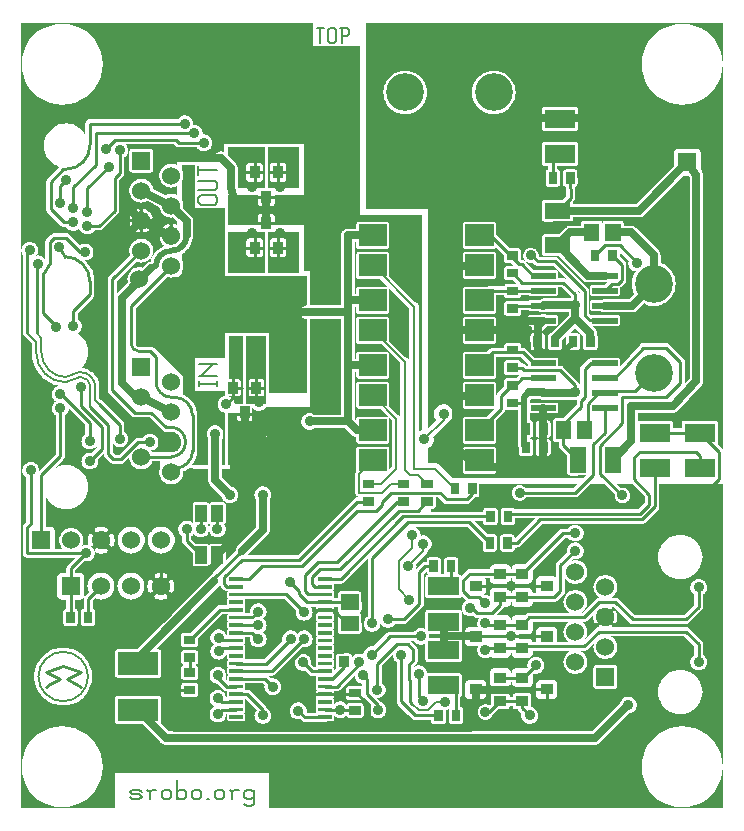
<source format=gtl>
G04 start of page 2 for group 0 idx 0 *
G04 Title: (unknown), component *
G04 Creator: pcb 1.99z *
G04 CreationDate: Mon 28 Jun 2010 11:29:20 AM GMT UTC *
G04 For: rbarlow *
G04 Format: Gerber/RS-274X *
G04 PCB-Dimensions: 236220 263780 *
G04 PCB-Coordinate-Origin: lower left *
%MOIN*%
%FSLAX25Y25*%
%LNFRONT*%
%ADD11C,0.0200*%
%ADD12C,0.0250*%
%ADD13C,0.0100*%
%ADD14C,0.0079*%
%ADD15C,0.0216*%
%ADD16C,0.0098*%
%ADD17C,0.0110*%
%ADD18C,0.0600*%
%ADD19C,0.0354*%
%ADD20C,0.1260*%
%ADD21C,0.0360*%
%ADD22C,0.0360*%
%ADD23R,0.0750X0.0750*%
%ADD24R,0.0283X0.0283*%
%ADD25R,0.0394X0.0394*%
%ADD26R,0.0600X0.0600*%
%ADD27R,0.0530X0.0530*%
%ADD28R,0.0512X0.0512*%
%ADD29R,0.0740X0.0740*%
%ADD30R,0.0200X0.0200*%
%ADD31R,0.0340X0.0340*%
%ADD32R,0.0118X0.0118*%
%ADD33C,0.0350*%
%ADD34C,0.1280*%
%ADD35C,0.0197*%
G54D11*G36*
X129134Y262601D02*X137795D01*
Y200592D01*
X129134D01*
Y232267D01*
X130276Y232357D01*
X131390Y232624D01*
X132448Y233063D01*
X133425Y233661D01*
X134296Y234405D01*
X135040Y235276D01*
X135638Y236253D01*
X136077Y237311D01*
X136344Y238425D01*
X136434Y239567D01*
X136344Y240709D01*
X136077Y241823D01*
X135638Y242881D01*
X135040Y243858D01*
X134296Y244729D01*
X133425Y245473D01*
X132448Y246071D01*
X131390Y246510D01*
X130276Y246777D01*
X129134Y246867D01*
Y262601D01*
G37*
G36*
X116142D02*X129134D01*
Y246867D01*
X127992Y246777D01*
X126878Y246510D01*
X125820Y246071D01*
X124843Y245473D01*
X123972Y244729D01*
X123228Y243858D01*
X122630Y242881D01*
X122191Y241823D01*
X121924Y240709D01*
X121834Y239567D01*
X121924Y238425D01*
X122191Y237311D01*
X122630Y236253D01*
X123228Y235276D01*
X123972Y234405D01*
X124843Y233661D01*
X125820Y233063D01*
X126878Y232624D01*
X127992Y232357D01*
X129134Y232267D01*
Y200592D01*
X116142D01*
Y262601D01*
G37*
G36*
X134843Y198624D02*Y127157D01*
X134444Y127061D01*
X133980Y126869D01*
X133751Y126729D01*
Y168181D01*
X133731Y168441D01*
X133670Y168695D01*
X133570Y168936D01*
X133433Y169159D01*
X133264Y169358D01*
X133065Y169527D01*
X132842Y169664D01*
X132601Y169764D01*
X132435Y169804D01*
X123825Y178414D01*
X123815Y185754D01*
X123786Y185875D01*
X123739Y185989D01*
X123675Y186094D01*
X123594Y186188D01*
X123500Y186269D01*
X123395Y186333D01*
X123281Y186380D01*
X123160Y186409D01*
X123037Y186419D01*
X113514Y186409D01*
X113393Y186380D01*
X113279Y186333D01*
X113174Y186269D01*
X113080Y186188D01*
X112999Y186094D01*
X112935Y185989D01*
X112888Y185875D01*
X112859Y185754D01*
X112849Y185631D01*
X112859Y178108D01*
X112888Y177987D01*
X112935Y177873D01*
X112999Y177768D01*
X113080Y177674D01*
X113174Y177593D01*
X113279Y177529D01*
X113393Y177482D01*
X113514Y177453D01*
X113637Y177443D01*
X120846Y177451D01*
X130423Y167874D01*
Y150425D01*
X130420Y150432D01*
X130283Y150655D01*
X130114Y150854D01*
X129915Y151023D01*
X129692Y151160D01*
X129451Y151260D01*
X129197Y151321D01*
X128945Y151340D01*
X123816Y156469D01*
X123825Y156577D01*
X123815Y164100D01*
X123786Y164221D01*
X123739Y164335D01*
X123675Y164440D01*
X123594Y164534D01*
X123500Y164615D01*
X123395Y164679D01*
X123281Y164726D01*
X123160Y164755D01*
X123037Y164765D01*
X113514Y164755D01*
X113393Y164726D01*
X113279Y164679D01*
X113174Y164615D01*
X113080Y164534D01*
X112999Y164440D01*
X112935Y164335D01*
X112888Y164221D01*
X112859Y164100D01*
X112849Y163977D01*
X112859Y156454D01*
X112888Y156333D01*
X112935Y156219D01*
X112999Y156114D01*
X113080Y156020D01*
X113174Y155939D01*
X113279Y155875D01*
X113393Y155828D01*
X113514Y155799D01*
X113637Y155789D01*
X121146Y155797D01*
X127273Y149670D01*
Y131748D01*
X127216Y131815D01*
X127042Y131964D01*
X126846Y132084D01*
X126633Y132172D01*
X126558Y132190D01*
X123825Y134923D01*
Y134924D01*
X123815Y142447D01*
X123786Y142568D01*
X123739Y142682D01*
X123675Y142787D01*
X123594Y142881D01*
X123500Y142962D01*
X123395Y143026D01*
X123281Y143073D01*
X123160Y143102D01*
X123037Y143112D01*
X113514Y143102D01*
X113393Y143073D01*
X113279Y143026D01*
X113174Y142962D01*
X113080Y142881D01*
X112999Y142787D01*
X112935Y142682D01*
X112888Y142568D01*
X112859Y142447D01*
X112849Y142324D01*
X112859Y134801D01*
X112888Y134680D01*
X112935Y134566D01*
X112999Y134461D01*
X113080Y134367D01*
X113174Y134286D01*
X113279Y134222D01*
X113393Y134175D01*
X113514Y134146D01*
X113637Y134136D01*
X121030Y134144D01*
X124717Y130457D01*
Y114783D01*
X123824Y113890D01*
X123815Y120793D01*
X123786Y120914D01*
X123739Y121028D01*
X123675Y121133D01*
X123594Y121227D01*
X123500Y121308D01*
X123395Y121372D01*
X123281Y121419D01*
X123160Y121448D01*
X123037Y121458D01*
X113514Y121448D01*
X113393Y121419D01*
X113279Y121372D01*
X113174Y121308D01*
X113080Y121227D01*
X112999Y121133D01*
X112935Y121028D01*
X112888Y120914D01*
X112859Y120793D01*
X112849Y120670D01*
X112859Y113274D01*
X112757Y113155D01*
X112654Y112986D01*
X112578Y112803D01*
X112532Y112610D01*
X112516Y112412D01*
Y106104D01*
X112532Y105906D01*
X112578Y105713D01*
X112654Y105530D01*
X112757Y105361D01*
X112886Y105210D01*
X112991Y105120D01*
X97441D01*
Y127138D01*
X97682Y127157D01*
X98109Y127260D01*
X98515Y127428D01*
X98890Y127658D01*
X98908Y127673D01*
X109108D01*
X111395Y125386D01*
X111401Y125379D01*
X111669Y125150D01*
X111971Y124965D01*
X112297Y124830D01*
X112640Y124748D01*
X112857Y124731D01*
X112859Y123147D01*
X112888Y123026D01*
X112935Y122912D01*
X112999Y122807D01*
X113080Y122713D01*
X113174Y122632D01*
X113279Y122568D01*
X113393Y122521D01*
X113514Y122492D01*
X113637Y122482D01*
X123160Y122492D01*
X123281Y122521D01*
X123395Y122568D01*
X123500Y122632D01*
X123594Y122713D01*
X123675Y122807D01*
X123739Y122912D01*
X123786Y123026D01*
X123815Y123147D01*
X123825Y123270D01*
X123815Y130793D01*
X123786Y130914D01*
X123739Y131028D01*
X123675Y131133D01*
X123594Y131227D01*
X123500Y131308D01*
X123395Y131372D01*
X123281Y131419D01*
X123160Y131448D01*
X123037Y131458D01*
X113514Y131448D01*
X113393Y131419D01*
X113279Y131372D01*
X113174Y131308D01*
X113080Y131227D01*
X112999Y131133D01*
X112935Y131028D01*
X112888Y130914D01*
X112859Y130793D01*
X112849Y130670D01*
X112850Y130293D01*
X112289Y130854D01*
Y146374D01*
X112857D01*
X112859Y144801D01*
X112888Y144680D01*
X112935Y144566D01*
X112999Y144461D01*
X113080Y144367D01*
X113174Y144286D01*
X113279Y144222D01*
X113393Y144175D01*
X113514Y144146D01*
X113637Y144136D01*
X123160Y144146D01*
X123281Y144175D01*
X123395Y144222D01*
X123500Y144286D01*
X123594Y144367D01*
X123675Y144461D01*
X123739Y144566D01*
X123786Y144680D01*
X123815Y144801D01*
X123825Y144924D01*
X123815Y152447D01*
X123786Y152568D01*
X123739Y152682D01*
X123675Y152787D01*
X123594Y152881D01*
X123500Y152962D01*
X123395Y153026D01*
X123281Y153073D01*
X123160Y153102D01*
X123037Y153112D01*
X113514Y153102D01*
X113393Y153073D01*
X113279Y153026D01*
X113174Y152962D01*
X113080Y152881D01*
X112999Y152787D01*
X112935Y152682D01*
X112888Y152568D01*
X112859Y152447D01*
X112849Y152324D01*
X112851Y150874D01*
X112289D01*
Y168027D01*
X112857D01*
X112859Y166454D01*
X112888Y166333D01*
X112935Y166219D01*
X112999Y166114D01*
X113080Y166020D01*
X113174Y165939D01*
X113279Y165875D01*
X113393Y165828D01*
X113514Y165799D01*
X113637Y165789D01*
X123160Y165799D01*
X123281Y165828D01*
X123395Y165875D01*
X123500Y165939D01*
X123594Y166020D01*
X123675Y166114D01*
X123739Y166219D01*
X123786Y166333D01*
X123815Y166454D01*
X123825Y166577D01*
X123815Y174100D01*
X123786Y174221D01*
X123739Y174335D01*
X123675Y174440D01*
X123594Y174534D01*
X123500Y174615D01*
X123395Y174679D01*
X123281Y174726D01*
X123160Y174755D01*
X123037Y174765D01*
X113514Y174755D01*
X113393Y174726D01*
X113279Y174679D01*
X113174Y174615D01*
X113080Y174534D01*
X112999Y174440D01*
X112935Y174335D01*
X112888Y174221D01*
X112859Y174100D01*
X112849Y173977D01*
X112851Y172527D01*
X112289D01*
Y189681D01*
X112857D01*
X112859Y188108D01*
X112888Y187987D01*
X112935Y187873D01*
X112999Y187768D01*
X113080Y187674D01*
X113174Y187593D01*
X113279Y187529D01*
X113393Y187482D01*
X113514Y187453D01*
X113637Y187443D01*
X123160Y187453D01*
X123281Y187482D01*
X123395Y187529D01*
X123500Y187593D01*
X123594Y187674D01*
X123675Y187768D01*
X123739Y187873D01*
X123786Y187987D01*
X123815Y188108D01*
X123825Y188231D01*
X123815Y195754D01*
X123786Y195875D01*
X123739Y195989D01*
X123675Y196094D01*
X123594Y196188D01*
X123500Y196269D01*
X123395Y196333D01*
X123281Y196380D01*
X123160Y196409D01*
X123037Y196419D01*
X113514Y196409D01*
X113393Y196380D01*
X113279Y196333D01*
X113174Y196269D01*
X113080Y196188D01*
X112999Y196094D01*
X112935Y195989D01*
X112888Y195875D01*
X112859Y195754D01*
X112849Y195631D01*
X112851Y194181D01*
X110039D01*
X109687Y194153D01*
X109344Y194071D01*
X109018Y193936D01*
X108716Y193751D01*
X108448Y193522D01*
X108219Y193254D01*
X108034Y192952D01*
X107899Y192626D01*
X107817Y192283D01*
X107789Y191931D01*
Y168590D01*
X97441D01*
Y198624D01*
X134843D01*
G37*
G36*
X107789Y164090D02*Y132173D01*
X98908D01*
X98890Y132188D01*
X98515Y132418D01*
X98109Y132586D01*
X97682Y132689D01*
X97441Y132708D01*
Y164090D01*
X107789D01*
G37*
G36*
X114173Y224214D02*Y196410D01*
X113514Y196409D01*
X113393Y196380D01*
X113279Y196333D01*
X113174Y196269D01*
X113080Y196188D01*
X112999Y196094D01*
X112935Y195989D01*
X112888Y195875D01*
X112859Y195754D01*
X112849Y195631D01*
X112851Y194181D01*
X110039D01*
X109687Y194153D01*
X109344Y194071D01*
X109018Y193936D01*
X108716Y193751D01*
X108448Y193522D01*
X108219Y193254D01*
X108034Y192952D01*
X107899Y192626D01*
X107817Y192283D01*
X107789Y191931D01*
Y179923D01*
X95472D01*
Y224214D01*
X114173D01*
G37*
G36*
X65945Y262601D02*X98425D01*
Y254924D01*
X114173D01*
Y222246D01*
X65945D01*
Y262601D01*
G37*
G36*
X61418Y113978D02*X63498D01*
Y110435D01*
X63526Y110083D01*
X63608Y109740D01*
X63743Y109414D01*
X63928Y109112D01*
X64157Y108844D01*
X64164Y108838D01*
X67901Y105101D01*
X67903Y105076D01*
X68006Y104649D01*
X68174Y104243D01*
X68404Y103868D01*
X68689Y103534D01*
X69023Y103249D01*
X69398Y103019D01*
X69804Y102851D01*
X70231Y102748D01*
X70669Y102714D01*
X71107Y102748D01*
X71534Y102851D01*
X71940Y103019D01*
X72315Y103249D01*
X72649Y103534D01*
X72934Y103868D01*
X73164Y104243D01*
X73332Y104649D01*
X73435Y105076D01*
X73469Y105514D01*
X73435Y105952D01*
X73332Y106379D01*
X73164Y106785D01*
X72934Y107160D01*
X72649Y107494D01*
X72315Y107779D01*
X71940Y108009D01*
X71534Y108177D01*
X71107Y108280D01*
X71082Y108282D01*
X67998Y111366D01*
Y113978D01*
X76772D01*
Y91964D01*
X73212Y88404D01*
X72984Y88135D01*
X72799Y87834D01*
X72664Y87508D01*
X72582Y87165D01*
X72554Y86813D01*
X72563Y86695D01*
X69291Y83423D01*
X69283Y88514D01*
X69254Y88635D01*
X69207Y88749D01*
X69143Y88854D01*
X69062Y88948D01*
X68968Y89029D01*
X68863Y89093D01*
X68749Y89140D01*
X68628Y89169D01*
X68505Y89179D01*
X64444Y89169D01*
X64323Y89140D01*
X64209Y89093D01*
X64104Y89029D01*
X64010Y88948D01*
X63929Y88854D01*
X63865Y88749D01*
X63818Y88635D01*
X63789Y88514D01*
X63779Y88391D01*
X63789Y82362D01*
X63818Y82241D01*
X63865Y82127D01*
X63929Y82022D01*
X64010Y81928D01*
X64104Y81847D01*
X64151Y81818D01*
X64068Y81680D01*
X63964Y81468D01*
X63894Y81244D01*
X63859Y81011D01*
X63861Y80776D01*
X63900Y80544D01*
X63975Y80321D01*
X64084Y80112D01*
X64224Y79923D01*
X64392Y79758D01*
X64584Y79622D01*
X64795Y79517D01*
X65019Y79447D01*
X65252Y79412D01*
X65280D01*
X64490Y78622D01*
X64374Y78487D01*
X64228Y78397D01*
X63960Y78168D01*
X61418Y75626D01*
Y81703D01*
X63116Y81707D01*
X63237Y81736D01*
X63351Y81783D01*
X63456Y81847D01*
X63550Y81928D01*
X63631Y82022D01*
X63695Y82127D01*
X63742Y82241D01*
X63771Y82362D01*
X63781Y82485D01*
X63771Y88514D01*
X63742Y88635D01*
X63695Y88749D01*
X63631Y88854D01*
X63550Y88948D01*
X63456Y89029D01*
X63351Y89093D01*
X63237Y89140D01*
X63116Y89169D01*
X62993Y89179D01*
X61418Y89175D01*
Y91328D01*
X61462Y91331D01*
X61889Y91434D01*
X62295Y91602D01*
X62670Y91832D01*
X63004Y92117D01*
X63289Y92451D01*
X63519Y92826D01*
X63687Y93232D01*
X63780Y93618D01*
X63873Y93232D01*
X64041Y92826D01*
X64271Y92451D01*
X64556Y92117D01*
X64890Y91832D01*
X65265Y91602D01*
X65671Y91434D01*
X66098Y91331D01*
X66536Y91297D01*
X66974Y91331D01*
X67401Y91434D01*
X67807Y91602D01*
X68182Y91832D01*
X68516Y92117D01*
X68801Y92451D01*
X69031Y92826D01*
X69199Y93232D01*
X69302Y93659D01*
X69336Y94097D01*
X69302Y94535D01*
X69199Y94962D01*
X69031Y95368D01*
X68898Y95584D01*
X68968Y95627D01*
X69062Y95708D01*
X69143Y95802D01*
X69207Y95907D01*
X69254Y96021D01*
X69283Y96142D01*
X69293Y96265D01*
X69283Y102294D01*
X69254Y102415D01*
X69207Y102529D01*
X69143Y102634D01*
X69062Y102728D01*
X68968Y102809D01*
X68863Y102873D01*
X68749Y102920D01*
X68628Y102949D01*
X68505Y102959D01*
X64444Y102949D01*
X64323Y102920D01*
X64209Y102873D01*
X64104Y102809D01*
X64010Y102728D01*
X63929Y102634D01*
X63865Y102529D01*
X63818Y102415D01*
X63789Y102294D01*
X63779Y102171D01*
X63789Y96142D01*
X63818Y96021D01*
X63865Y95907D01*
X63929Y95802D01*
X64010Y95708D01*
X64104Y95627D01*
X64174Y95584D01*
X64041Y95368D01*
X63873Y94962D01*
X63780Y94576D01*
X63687Y94962D01*
X63519Y95368D01*
X63386Y95584D01*
X63456Y95627D01*
X63550Y95708D01*
X63631Y95802D01*
X63695Y95907D01*
X63742Y96021D01*
X63771Y96142D01*
X63781Y96265D01*
X63771Y102294D01*
X63742Y102415D01*
X63695Y102529D01*
X63631Y102634D01*
X63550Y102728D01*
X63456Y102809D01*
X63351Y102873D01*
X63237Y102920D01*
X63116Y102949D01*
X62993Y102959D01*
X61418Y102955D01*
Y113978D01*
G37*
G36*
Y89175D02*X59413Y89170D01*
X57800Y90783D01*
Y91742D01*
X57946Y91832D01*
X58280Y92117D01*
X58565Y92451D01*
X58662Y92609D01*
X58759Y92451D01*
X59044Y92117D01*
X59378Y91832D01*
X59753Y91602D01*
X60159Y91434D01*
X60586Y91331D01*
X61024Y91297D01*
X61418Y91328D01*
Y89175D01*
G37*
G36*
X51331Y108970D02*X51768Y109004D01*
X52378Y109151D01*
X52958Y109391D01*
X53493Y109719D01*
X53970Y110127D01*
X54378Y110604D01*
X54706Y111139D01*
X54946Y111719D01*
X55093Y112329D01*
X55142Y112955D01*
X55112Y113343D01*
X55605Y113548D01*
X56163Y113838D01*
X56383Y113978D01*
X61418D01*
Y102955D01*
X58932Y102949D01*
X58811Y102920D01*
X58697Y102873D01*
X58592Y102809D01*
X58498Y102728D01*
X58417Y102634D01*
X58353Y102529D01*
X58306Y102415D01*
X58277Y102294D01*
X58267Y102171D01*
X58277Y96142D01*
X58297Y96057D01*
X58280Y96077D01*
X57946Y96362D01*
X57571Y96592D01*
X57165Y96760D01*
X56738Y96863D01*
X56300Y96897D01*
X55862Y96863D01*
X55435Y96760D01*
X55029Y96592D01*
X54654Y96362D01*
X54320Y96077D01*
X54035Y95743D01*
X53805Y95368D01*
X53637Y94962D01*
X53534Y94535D01*
X53500Y94097D01*
X53534Y93659D01*
X53637Y93232D01*
X53805Y92826D01*
X54035Y92451D01*
X54320Y92117D01*
X54654Y91832D01*
X54800Y91742D01*
Y90162D01*
X54818Y89927D01*
X54873Y89698D01*
X54963Y89481D01*
X55086Y89280D01*
X55239Y89101D01*
X55246Y89095D01*
X58271Y86070D01*
X58277Y82362D01*
X58306Y82241D01*
X58353Y82127D01*
X58417Y82022D01*
X58498Y81928D01*
X58592Y81847D01*
X58697Y81783D01*
X58811Y81736D01*
X58932Y81707D01*
X59055Y81697D01*
X61418Y81703D01*
Y75626D01*
X51331Y65539D01*
Y72862D01*
X51375Y72870D01*
X51486Y72907D01*
X51591Y72962D01*
X51686Y73032D01*
X51768Y73116D01*
X51836Y73212D01*
X51889Y73317D01*
X52031Y73724D01*
X52134Y74144D01*
X52196Y74571D01*
X52217Y75002D01*
X52196Y75434D01*
X52134Y75861D01*
X52031Y76281D01*
X51889Y76688D01*
X51835Y76793D01*
X51767Y76889D01*
X51685Y76973D01*
X51590Y77043D01*
X51486Y77097D01*
X51374Y77134D01*
X51331Y77141D01*
Y87586D01*
X51438Y87711D01*
X51807Y88313D01*
X52077Y88965D01*
X52242Y89652D01*
X52297Y90356D01*
X52242Y91060D01*
X52077Y91747D01*
X51807Y92399D01*
X51438Y93001D01*
X51331Y93126D01*
Y108970D01*
G37*
G36*
Y65539D02*X48589Y62797D01*
X47716D01*
Y70502D01*
X48148Y70523D01*
X48575Y70585D01*
X48995Y70688D01*
X49402Y70830D01*
X49507Y70884D01*
X49603Y70952D01*
X49687Y71034D01*
X49757Y71129D01*
X49811Y71233D01*
X49848Y71345D01*
X49868Y71461D01*
X49869Y71578D01*
X49851Y71695D01*
X49816Y71807D01*
X49763Y71912D01*
X49695Y72008D01*
X49613Y72092D01*
X49518Y72162D01*
X49414Y72216D01*
X49302Y72253D01*
X49186Y72273D01*
X49069Y72274D01*
X48952Y72256D01*
X48840Y72221D01*
X48569Y72126D01*
X48289Y72058D01*
X48004Y72016D01*
X47716Y72002D01*
Y78002D01*
X47717D01*
X48004Y77989D01*
X48289Y77947D01*
X48569Y77879D01*
X48840Y77784D01*
X48952Y77748D01*
X49069Y77730D01*
X49187Y77731D01*
X49303Y77751D01*
X49414Y77788D01*
X49519Y77843D01*
X49614Y77913D01*
X49696Y77997D01*
X49764Y78093D01*
X49817Y78198D01*
X49852Y78310D01*
X49870Y78427D01*
X49869Y78545D01*
X49849Y78661D01*
X49812Y78772D01*
X49757Y78877D01*
X49687Y78972D01*
X49603Y79054D01*
X49507Y79122D01*
X49402Y79175D01*
X48995Y79317D01*
X48575Y79420D01*
X48148Y79482D01*
X47717Y79502D01*
X47716D01*
Y85862D01*
X47797Y85856D01*
X48501Y85911D01*
X49188Y86076D01*
X49840Y86346D01*
X50442Y86715D01*
X50979Y87174D01*
X51331Y87586D01*
Y77141D01*
X51258Y77154D01*
X51141Y77155D01*
X51024Y77137D01*
X50912Y77102D01*
X50807Y77049D01*
X50711Y76981D01*
X50627Y76899D01*
X50557Y76804D01*
X50503Y76700D01*
X50466Y76588D01*
X50446Y76472D01*
X50445Y76355D01*
X50463Y76238D01*
X50498Y76126D01*
X50593Y75855D01*
X50661Y75575D01*
X50703Y75290D01*
X50717Y75002D01*
X50703Y74715D01*
X50661Y74430D01*
X50593Y74150D01*
X50498Y73879D01*
X50462Y73767D01*
X50444Y73650D01*
X50445Y73532D01*
X50465Y73416D01*
X50502Y73305D01*
X50557Y73200D01*
X50627Y73105D01*
X50711Y73023D01*
X50807Y72955D01*
X50912Y72902D01*
X51024Y72867D01*
X51141Y72849D01*
X51259Y72850D01*
X51331Y72862D01*
Y65539D01*
G37*
G36*
X47716Y110914D02*X47906Y110604D01*
X48314Y110127D01*
X48791Y109719D01*
X49326Y109391D01*
X49906Y109151D01*
X50516Y109004D01*
X51142Y108955D01*
X51331Y108970D01*
Y93126D01*
X50979Y93538D01*
X50442Y93997D01*
X49840Y94366D01*
X49188Y94636D01*
X48501Y94801D01*
X47797Y94856D01*
X47716Y94850D01*
Y110914D01*
G37*
G36*
Y62797D02*X44291D01*
Y72850D01*
X44292D01*
X44409Y72868D01*
X44521Y72903D01*
X44626Y72956D01*
X44722Y73024D01*
X44806Y73106D01*
X44876Y73201D01*
X44930Y73305D01*
X44967Y73417D01*
X44987Y73533D01*
X44988Y73650D01*
X44970Y73767D01*
X44935Y73879D01*
X44840Y74150D01*
X44772Y74430D01*
X44730Y74715D01*
X44717Y75003D01*
X44730Y75290D01*
X44772Y75575D01*
X44840Y75855D01*
X44935Y76126D01*
X44971Y76238D01*
X44989Y76355D01*
X44988Y76473D01*
X44968Y76589D01*
X44931Y76700D01*
X44876Y76805D01*
X44806Y76900D01*
X44722Y76982D01*
X44626Y77050D01*
X44521Y77103D01*
X44409Y77138D01*
X44292Y77156D01*
X44291D01*
Y87553D01*
X44615Y87174D01*
X45152Y86715D01*
X45754Y86346D01*
X46406Y86076D01*
X47093Y85911D01*
X47716Y85862D01*
Y79502D01*
X47285Y79482D01*
X46858Y79420D01*
X46438Y79317D01*
X46031Y79175D01*
X45926Y79121D01*
X45830Y79053D01*
X45746Y78971D01*
X45676Y78876D01*
X45622Y78772D01*
X45585Y78660D01*
X45565Y78544D01*
X45564Y78427D01*
X45582Y78310D01*
X45617Y78198D01*
X45670Y78093D01*
X45738Y77997D01*
X45820Y77913D01*
X45915Y77843D01*
X46019Y77789D01*
X46131Y77752D01*
X46247Y77732D01*
X46364Y77731D01*
X46481Y77749D01*
X46593Y77784D01*
X46864Y77879D01*
X47144Y77947D01*
X47429Y77989D01*
X47716Y78002D01*
Y72002D01*
X47429Y72016D01*
X47144Y72058D01*
X46864Y72126D01*
X46593Y72221D01*
X46481Y72257D01*
X46364Y72275D01*
X46246Y72274D01*
X46130Y72254D01*
X46019Y72217D01*
X45914Y72162D01*
X45819Y72092D01*
X45737Y72008D01*
X45669Y71912D01*
X45616Y71807D01*
X45581Y71695D01*
X45563Y71578D01*
X45564Y71460D01*
X45584Y71344D01*
X45621Y71233D01*
X45676Y71128D01*
X45746Y71033D01*
X45830Y70951D01*
X45926Y70883D01*
X46031Y70830D01*
X46438Y70688D01*
X46858Y70585D01*
X47285Y70523D01*
X47716Y70502D01*
Y62797D01*
G37*
G36*
X44291Y113978D02*X47287D01*
X47191Y113581D01*
X47142Y112955D01*
X47191Y112329D01*
X47338Y111719D01*
X47578Y111139D01*
X47716Y110914D01*
Y94850D01*
X47093Y94801D01*
X46406Y94636D01*
X45754Y94366D01*
X45152Y93997D01*
X44615Y93538D01*
X44291Y93159D01*
Y113978D01*
G37*
G36*
X984Y174018D02*X1650D01*
Y159451D01*
X1668Y159216D01*
X1723Y158987D01*
X1813Y158770D01*
X1936Y158569D01*
X2089Y158390D01*
X2268Y158237D01*
X2469Y158114D01*
X2549Y158081D01*
X4709Y155921D01*
Y152954D01*
X4752Y151958D01*
X4882Y150969D01*
X5098Y149995D01*
X5398Y149044D01*
X5780Y148123D01*
X6240Y147238D01*
X6776Y146397D01*
X7383Y145606D01*
X8057Y144870D01*
X8793Y144196D01*
X9584Y143589D01*
X10425Y143053D01*
X11310Y142593D01*
X12231Y142211D01*
X13182Y141911D01*
X13883Y141755D01*
X13736Y141744D01*
X13309Y141641D01*
X12903Y141473D01*
X12528Y141243D01*
X12194Y140958D01*
X11909Y140624D01*
X11679Y140249D01*
X11511Y139843D01*
X11408Y139416D01*
X11374Y138978D01*
X11408Y138540D01*
X11511Y138113D01*
X11679Y137707D01*
X11909Y137332D01*
X12194Y136998D01*
X12528Y136713D01*
X12686Y136616D01*
X12528Y136519D01*
X12194Y136234D01*
X11909Y135900D01*
X11679Y135525D01*
X11511Y135119D01*
X11408Y134692D01*
X11374Y134254D01*
X11408Y133816D01*
X11511Y133389D01*
X11679Y132983D01*
X11909Y132608D01*
X12194Y132274D01*
X12528Y131989D01*
X12674Y131899D01*
Y120868D01*
X984D01*
Y174018D01*
G37*
G36*
X49213Y262601D02*X68898D01*
Y219625D01*
X68739Y219723D01*
X68413Y219858D01*
X68070Y219941D01*
X67718Y219968D01*
X67366Y219941D01*
X67023Y219858D01*
X66696Y219723D01*
X66395Y219539D01*
X66127Y219310D01*
X65898Y219042D01*
X65713Y218741D01*
X65578Y218415D01*
X65495Y218072D01*
X65468Y217720D01*
X65495Y217368D01*
X65505Y217325D01*
X49213D01*
Y222321D01*
X52135D01*
X52673Y221783D01*
X52679Y221776D01*
X52858Y221623D01*
X53059Y221500D01*
X53276Y221410D01*
X53505Y221355D01*
X53740Y221337D01*
X59653D01*
X59743Y221191D01*
X60028Y220857D01*
X60362Y220572D01*
X60737Y220342D01*
X61143Y220174D01*
X61570Y220071D01*
X62008Y220037D01*
X62446Y220071D01*
X62873Y220174D01*
X63279Y220342D01*
X63654Y220572D01*
X63988Y220857D01*
X64273Y221191D01*
X64503Y221566D01*
X64671Y221972D01*
X64774Y222399D01*
X64808Y222837D01*
X64774Y223275D01*
X64671Y223702D01*
X64503Y224108D01*
X64273Y224483D01*
X63988Y224817D01*
X63654Y225102D01*
X63279Y225332D01*
X62873Y225500D01*
X62446Y225603D01*
X62008Y225637D01*
X61630Y225608D01*
X61659Y225986D01*
X61625Y226424D01*
X61522Y226851D01*
X61354Y227257D01*
X61124Y227632D01*
X60839Y227966D01*
X60505Y228251D01*
X60130Y228481D01*
X59724Y228649D01*
X59297Y228752D01*
X58859Y228786D01*
X58480Y228757D01*
X58509Y229136D01*
X58475Y229574D01*
X58372Y230001D01*
X58204Y230407D01*
X57974Y230782D01*
X57689Y231116D01*
X57355Y231401D01*
X56980Y231631D01*
X56574Y231799D01*
X56147Y231902D01*
X55709Y231936D01*
X55271Y231902D01*
X54844Y231799D01*
X54438Y231631D01*
X54063Y231401D01*
X53729Y231116D01*
X53444Y230782D01*
X53354Y230636D01*
X49213D01*
Y262601D01*
G37*
G36*
X25508Y175002D02*X29996D01*
X29997Y140356D01*
X29999Y140337D01*
X30016Y140122D01*
X30070Y139893D01*
X30160Y139676D01*
X30283Y139475D01*
X30436Y139296D01*
X37910Y131822D01*
X37916Y131815D01*
X38095Y131662D01*
X38296Y131539D01*
X38513Y131449D01*
X38742Y131394D01*
X38977Y131376D01*
X43867D01*
X48342Y126901D01*
X48348Y126894D01*
X48527Y126741D01*
X48728Y126618D01*
X48945Y126528D01*
X49174Y126473D01*
X49409Y126455D01*
X51181D01*
X51462Y126443D01*
X51741Y126407D01*
X52015Y126346D01*
X52284Y126261D01*
X52543Y126153D01*
X52793Y126023D01*
X53030Y125872D01*
X53253Y125701D01*
X53461Y125511D01*
X53651Y125303D01*
X53822Y125080D01*
X53973Y124843D01*
X54103Y124593D01*
X54211Y124334D01*
X54296Y124065D01*
X54357Y123791D01*
X54393Y123512D01*
X54406Y123230D01*
Y122837D01*
X54393Y122556D01*
X54357Y122277D01*
X54296Y122003D01*
X54211Y121734D01*
X54103Y121475D01*
X53973Y121225D01*
X53822Y120988D01*
X53651Y120765D01*
X53461Y120557D01*
X53253Y120367D01*
X53030Y120196D01*
X52793Y120045D01*
X52543Y119915D01*
X52284Y119807D01*
X52015Y119722D01*
X51741Y119661D01*
X51462Y119625D01*
X51180Y119612D01*
X44772D01*
X44706Y119771D01*
X44407Y120259D01*
X44533Y120269D01*
X44960Y120372D01*
X45366Y120540D01*
X45740Y120770D01*
X46074Y121055D01*
X46359Y121389D01*
X46589Y121763D01*
X46757Y122169D01*
X46860Y122596D01*
X46894Y123034D01*
X46860Y123472D01*
X46757Y123899D01*
X46589Y124305D01*
X46359Y124679D01*
X46074Y125013D01*
X45740Y125298D01*
X45366Y125528D01*
X44960Y125696D01*
X44533Y125799D01*
X44095Y125833D01*
X43657Y125799D01*
X43230Y125696D01*
X42824Y125528D01*
X42450Y125298D01*
X42116Y125013D01*
X41831Y124679D01*
X41737Y124526D01*
X40171D01*
X40158Y124527D01*
X39924Y124509D01*
X39697Y124454D01*
X39480Y124365D01*
X39280Y124242D01*
X39102Y124090D01*
X33829Y118817D01*
X32509D01*
X31618Y119708D01*
Y122851D01*
X31791Y122570D01*
X32076Y122236D01*
X32410Y121951D01*
X32784Y121721D01*
X33190Y121553D01*
X33617Y121450D01*
X34055Y121416D01*
X34493Y121450D01*
X34920Y121553D01*
X35326Y121721D01*
X35700Y121951D01*
X36034Y122236D01*
X36319Y122570D01*
X36549Y122944D01*
X36717Y123350D01*
X36820Y123777D01*
X36854Y124215D01*
X36820Y124653D01*
X36717Y125080D01*
X36549Y125486D01*
X36319Y125860D01*
X36034Y126194D01*
X35700Y126479D01*
X35547Y126573D01*
Y128644D01*
X35555Y128743D01*
X35536Y128977D01*
X35481Y129206D01*
X35391Y129424D01*
X35268Y129624D01*
X35115Y129803D01*
X28029Y136890D01*
X27851Y137042D01*
X27651Y137165D01*
X27571Y137198D01*
X27182Y137587D01*
Y141734D01*
X27165Y141952D01*
X27163Y141960D01*
X27158Y142072D01*
X27089Y142601D01*
X26973Y143122D01*
X26813Y143631D01*
X26608Y144124D01*
X26362Y144598D01*
X26075Y145048D01*
X25750Y145471D01*
X25390Y145865D01*
X24996Y146225D01*
X24573Y146550D01*
X24123Y146837D01*
X23649Y147083D01*
X23156Y147288D01*
X22647Y147448D01*
X22126Y147564D01*
X21597Y147633D01*
X21287Y147646D01*
X21375Y147722D01*
X22129Y148605D01*
X22735Y149595D01*
X23180Y150668D01*
X23451Y151797D01*
X23542Y152955D01*
X23451Y154113D01*
X23180Y155242D01*
X22735Y156315D01*
X22129Y157305D01*
X21375Y158188D01*
X20492Y158942D01*
X19826Y159349D01*
X20150Y159548D01*
X20484Y159833D01*
X20769Y160167D01*
X20999Y160542D01*
X21167Y160948D01*
X21270Y161375D01*
X21304Y161813D01*
X21270Y162251D01*
X21167Y162678D01*
X20999Y163084D01*
X20769Y163459D01*
X20484Y163793D01*
X20150Y164078D01*
X19996Y164172D01*
Y166116D01*
X25071Y171191D01*
X25224Y171368D01*
X25347Y171568D01*
X25436Y171785D01*
X25491Y172012D01*
X25509Y172246D01*
X25508Y172259D01*
Y175002D01*
G37*
G36*
X48948Y188512D02*X49013Y188468D01*
X48948Y188448D01*
Y188512D01*
G37*
G36*
Y198520D02*X49326Y198288D01*
X49906Y198048D01*
X50516Y197901D01*
X51142Y197852D01*
X51768Y197901D01*
X51884Y197929D01*
X53150Y196663D01*
Y195308D01*
X52918Y195436D01*
X52587Y195582D01*
X52244Y195698D01*
X52167Y195714D01*
X52089Y195717D01*
X52011Y195708D01*
X51935Y195687D01*
X51863Y195655D01*
X51798Y195611D01*
X51740Y195558D01*
X51691Y195497D01*
X51653Y195429D01*
X51625Y195355D01*
X51609Y195278D01*
X51606Y195200D01*
X51615Y195122D01*
X51636Y195046D01*
X51668Y194974D01*
X51712Y194909D01*
X51765Y194851D01*
X51826Y194802D01*
X51894Y194764D01*
X51968Y194736D01*
X52225Y194650D01*
X52474Y194540D01*
X52711Y194409D01*
X52936Y194257D01*
X53145Y194085D01*
X53150Y194080D01*
Y189626D01*
X52977Y189480D01*
X52755Y189324D01*
X52520Y189188D01*
X52274Y189075D01*
X52019Y188984D01*
X51946Y188954D01*
X51878Y188914D01*
X51847Y188889D01*
X51722Y188861D01*
X51452Y188825D01*
X51180Y188813D01*
X50577Y188787D01*
X50571Y188796D01*
X50518Y188854D01*
X50457Y188903D01*
X50389Y188941D01*
X50315Y188969D01*
X50058Y189055D01*
X49809Y189165D01*
X49572Y189296D01*
X49347Y189448D01*
X49138Y189620D01*
X48948Y189806D01*
Y193896D01*
X49099Y194050D01*
X49306Y194225D01*
X49528Y194381D01*
X49763Y194517D01*
X50009Y194630D01*
X50264Y194721D01*
X50337Y194751D01*
X50405Y194791D01*
X50465Y194840D01*
X50517Y194899D01*
X50559Y194965D01*
X50591Y195037D01*
X50610Y195113D01*
X50618Y195191D01*
X50613Y195269D01*
X50596Y195346D01*
X50567Y195419D01*
X50527Y195487D01*
X50478Y195547D01*
X50419Y195599D01*
X50353Y195641D01*
X50281Y195673D01*
X50205Y195692D01*
X50127Y195700D01*
X50049Y195695D01*
X49972Y195678D01*
X49631Y195556D01*
X49303Y195405D01*
X48990Y195224D01*
X48948Y195194D01*
Y198520D01*
G37*
G36*
X43298Y203259D02*X47184Y201316D01*
X47191Y201226D01*
X47338Y200616D01*
X47578Y200036D01*
X47906Y199501D01*
X48314Y199024D01*
X48791Y198616D01*
X48948Y198520D01*
Y195194D01*
X48694Y195016D01*
X48418Y194782D01*
X48165Y194524D01*
X47936Y194245D01*
X47733Y193945D01*
X47558Y193629D01*
X47412Y193298D01*
X47296Y192955D01*
X47280Y192878D01*
X47277Y192800D01*
X47286Y192722D01*
X47307Y192646D01*
X47339Y192574D01*
X47383Y192509D01*
X47436Y192451D01*
X47497Y192402D01*
X47565Y192364D01*
X47639Y192336D01*
X47716Y192320D01*
X47794Y192317D01*
X47872Y192326D01*
X47948Y192347D01*
X48020Y192379D01*
X48085Y192423D01*
X48143Y192476D01*
X48192Y192537D01*
X48230Y192605D01*
X48258Y192679D01*
X48344Y192936D01*
X48454Y193185D01*
X48585Y193422D01*
X48737Y193647D01*
X48909Y193856D01*
X48948Y193896D01*
Y189806D01*
X48944Y189810D01*
X48769Y190017D01*
X48613Y190239D01*
X48477Y190474D01*
X48364Y190720D01*
X48273Y190975D01*
X48243Y191048D01*
X48203Y191116D01*
X48154Y191176D01*
X48095Y191228D01*
X48029Y191270D01*
X47957Y191302D01*
X47881Y191321D01*
X47803Y191329D01*
X47725Y191324D01*
X47648Y191307D01*
X47575Y191278D01*
X47507Y191238D01*
X47447Y191189D01*
X47395Y191130D01*
X47353Y191064D01*
X47321Y190992D01*
X47302Y190916D01*
X47294Y190838D01*
X47299Y190760D01*
X47316Y190683D01*
X47438Y190342D01*
X47589Y190014D01*
X47770Y189701D01*
X47978Y189405D01*
X48212Y189129D01*
X48470Y188876D01*
X48749Y188647D01*
X48948Y188512D01*
Y188448D01*
X48746Y188384D01*
X48172Y188147D01*
X47621Y187860D01*
X47098Y187526D01*
X46605Y187148D01*
X46147Y186729D01*
X45728Y186271D01*
X45350Y185778D01*
X45016Y185254D01*
X44729Y184704D01*
X44492Y184130D01*
X44305Y183538D01*
X44216Y183135D01*
X44136Y183129D01*
X43793Y183047D01*
X43467Y182912D01*
X43298Y182808D01*
Y183496D01*
X43493Y183616D01*
X43970Y184024D01*
X44378Y184501D01*
X44706Y185036D01*
X44946Y185616D01*
X45093Y186226D01*
X45142Y186852D01*
X45093Y187478D01*
X44946Y188088D01*
X44706Y188668D01*
X44378Y189203D01*
X43970Y189680D01*
X43493Y190088D01*
X43298Y190208D01*
Y193485D01*
X43589Y193689D01*
X43865Y193923D01*
X44118Y194181D01*
X44347Y194460D01*
X44550Y194760D01*
X44725Y195076D01*
X44871Y195407D01*
X44987Y195750D01*
X45003Y195827D01*
X45006Y195905D01*
X44997Y195983D01*
X44976Y196059D01*
X44944Y196131D01*
X44900Y196196D01*
X44847Y196254D01*
X44786Y196303D01*
X44718Y196341D01*
X44644Y196369D01*
X44567Y196385D01*
X44489Y196388D01*
X44411Y196379D01*
X44335Y196358D01*
X44263Y196326D01*
X44198Y196282D01*
X44140Y196229D01*
X44091Y196168D01*
X44053Y196100D01*
X44025Y196026D01*
X43939Y195769D01*
X43829Y195520D01*
X43698Y195283D01*
X43546Y195058D01*
X43374Y194849D01*
X43298Y194771D01*
Y198935D01*
X43339Y198895D01*
X43514Y198688D01*
X43670Y198466D01*
X43806Y198231D01*
X43919Y197985D01*
X44010Y197730D01*
X44040Y197657D01*
X44080Y197589D01*
X44129Y197529D01*
X44188Y197477D01*
X44254Y197435D01*
X44326Y197403D01*
X44402Y197384D01*
X44480Y197376D01*
X44558Y197381D01*
X44635Y197398D01*
X44708Y197427D01*
X44776Y197467D01*
X44836Y197516D01*
X44888Y197575D01*
X44930Y197641D01*
X44962Y197713D01*
X44981Y197789D01*
X44989Y197867D01*
X44984Y197945D01*
X44967Y198022D01*
X44845Y198363D01*
X44694Y198691D01*
X44513Y199004D01*
X44305Y199300D01*
X44071Y199576D01*
X43813Y199829D01*
X43534Y200058D01*
X43298Y200218D01*
Y203259D01*
G37*
G36*
Y182808D02*X43165Y182727D01*
X42897Y182498D01*
X41610Y181211D01*
X41177Y181315D01*
X41142Y181318D01*
Y182852D01*
X41768Y182901D01*
X42378Y183048D01*
X42958Y183288D01*
X43298Y183496D01*
Y182808D01*
G37*
G36*
X41142Y202852D02*X41768Y202901D01*
X42378Y203048D01*
X42958Y203288D01*
X43084Y203366D01*
X43298Y203259D01*
Y200218D01*
X43234Y200261D01*
X42918Y200436D01*
X42587Y200582D01*
X42244Y200698D01*
X42167Y200714D01*
X42089Y200717D01*
X42011Y200708D01*
X41935Y200687D01*
X41863Y200655D01*
X41798Y200611D01*
X41740Y200558D01*
X41691Y200497D01*
X41653Y200429D01*
X41625Y200355D01*
X41609Y200278D01*
X41606Y200200D01*
X41615Y200122D01*
X41636Y200046D01*
X41668Y199974D01*
X41712Y199909D01*
X41765Y199851D01*
X41826Y199802D01*
X41894Y199764D01*
X41968Y199736D01*
X42225Y199650D01*
X42474Y199540D01*
X42711Y199409D01*
X42936Y199257D01*
X43145Y199085D01*
X43298Y198935D01*
Y194771D01*
X43184Y194655D01*
X42977Y194480D01*
X42755Y194324D01*
X42520Y194188D01*
X42274Y194075D01*
X42019Y193984D01*
X41946Y193954D01*
X41878Y193914D01*
X41818Y193865D01*
X41766Y193806D01*
X41724Y193740D01*
X41692Y193668D01*
X41673Y193592D01*
X41665Y193514D01*
X41670Y193436D01*
X41687Y193359D01*
X41716Y193286D01*
X41756Y193218D01*
X41805Y193158D01*
X41864Y193106D01*
X41930Y193064D01*
X42002Y193032D01*
X42078Y193013D01*
X42156Y193005D01*
X42234Y193010D01*
X42311Y193027D01*
X42652Y193149D01*
X42980Y193300D01*
X43293Y193481D01*
X43298Y193485D01*
Y190208D01*
X42958Y190416D01*
X42378Y190656D01*
X41768Y190803D01*
X41142Y190852D01*
Y202852D01*
G37*
G36*
Y222321D02*X52135D01*
X52673Y221783D01*
X52679Y221776D01*
X52858Y221623D01*
X53059Y221500D01*
X53150Y221462D01*
Y215298D01*
X52958Y215416D01*
X52378Y215656D01*
X51768Y215803D01*
X51142Y215852D01*
X50516Y215803D01*
X49906Y215656D01*
X49326Y215416D01*
X48791Y215088D01*
X48314Y214680D01*
X47906Y214203D01*
X47578Y213668D01*
X47338Y213088D01*
X47191Y212478D01*
X47142Y211852D01*
X47191Y211226D01*
X47338Y210616D01*
X47578Y210036D01*
X47906Y209501D01*
X48314Y209024D01*
X48791Y208616D01*
X49326Y208288D01*
X49906Y208048D01*
X50516Y207901D01*
X51142Y207852D01*
X51768Y207901D01*
X52378Y208048D01*
X52958Y208288D01*
X53150Y208406D01*
Y205298D01*
X52958Y205416D01*
X52378Y205656D01*
X51768Y205803D01*
X51142Y205852D01*
X50516Y205803D01*
X49906Y205656D01*
X49326Y205416D01*
X49200Y205339D01*
X45100Y207389D01*
X45093Y207478D01*
X44946Y208088D01*
X44706Y208668D01*
X44378Y209203D01*
X43970Y209680D01*
X43493Y210088D01*
X42958Y210416D01*
X42378Y210656D01*
X41768Y210803D01*
X41142Y210852D01*
Y212858D01*
X44298Y212864D01*
X44451Y212901D01*
X44596Y212961D01*
X44730Y213043D01*
X44849Y213145D01*
X44951Y213264D01*
X45033Y213398D01*
X45093Y213543D01*
X45130Y213696D01*
X45142Y213852D01*
X45130Y220008D01*
X45093Y220161D01*
X45033Y220306D01*
X44951Y220440D01*
X44849Y220559D01*
X44730Y220661D01*
X44596Y220743D01*
X44451Y220803D01*
X44298Y220840D01*
X44142Y220852D01*
X41142Y220846D01*
Y222321D01*
G37*
G36*
Y181318D02*X40551Y181364D01*
X39925Y181315D01*
X39315Y181168D01*
X38735Y180928D01*
X38200Y180600D01*
X37723Y180192D01*
X37315Y179715D01*
X36987Y179180D01*
X36747Y178600D01*
X36600Y177990D01*
X36551Y177364D01*
X36600Y176738D01*
X36704Y176305D01*
X33055Y172656D01*
X32995Y172586D01*
Y176736D01*
X39559Y183192D01*
X39906Y183048D01*
X40516Y182901D01*
X41142Y182852D01*
Y181318D01*
G37*
G36*
X38986Y203496D02*X39326Y203288D01*
X39906Y203048D01*
X40516Y202901D01*
X41142Y202852D01*
Y190852D01*
X40516Y190803D01*
X39906Y190656D01*
X39326Y190416D01*
X38986Y190208D01*
Y193487D01*
X39049Y193444D01*
X39365Y193269D01*
X39696Y193123D01*
X40039Y193007D01*
X40116Y192991D01*
X40194Y192988D01*
X40272Y192997D01*
X40348Y193018D01*
X40420Y193050D01*
X40485Y193094D01*
X40543Y193147D01*
X40592Y193208D01*
X40630Y193276D01*
X40658Y193350D01*
X40674Y193427D01*
X40677Y193505D01*
X40668Y193583D01*
X40647Y193659D01*
X40615Y193731D01*
X40571Y193796D01*
X40518Y193854D01*
X40457Y193903D01*
X40389Y193941D01*
X40315Y193969D01*
X40058Y194055D01*
X39809Y194165D01*
X39572Y194296D01*
X39347Y194448D01*
X39138Y194620D01*
X38986Y194769D01*
Y198935D01*
X39099Y199050D01*
X39306Y199225D01*
X39528Y199381D01*
X39763Y199517D01*
X40009Y199630D01*
X40264Y199721D01*
X40337Y199751D01*
X40405Y199791D01*
X40465Y199840D01*
X40517Y199899D01*
X40559Y199965D01*
X40591Y200037D01*
X40610Y200113D01*
X40618Y200191D01*
X40613Y200269D01*
X40596Y200346D01*
X40567Y200419D01*
X40527Y200487D01*
X40478Y200547D01*
X40419Y200599D01*
X40353Y200641D01*
X40281Y200673D01*
X40205Y200692D01*
X40127Y200700D01*
X40049Y200695D01*
X39972Y200678D01*
X39631Y200556D01*
X39303Y200405D01*
X38990Y200224D01*
X38986Y200221D01*
Y203496D01*
G37*
G36*
Y212854D02*X41142Y212858D01*
Y210852D01*
X40516Y210803D01*
X39906Y210656D01*
X39326Y210416D01*
X38986Y210208D01*
Y212854D01*
G37*
G36*
Y222321D02*X41142D01*
Y220846D01*
X38986Y220842D01*
Y222321D01*
G37*
G36*
X14764Y194888D02*X14891Y194835D01*
X15120Y194780D01*
X15355Y194762D01*
X16150D01*
X16239Y194616D01*
X16524Y194282D01*
X16858Y193997D01*
X17233Y193767D01*
X17639Y193599D01*
X18066Y193496D01*
X18504Y193462D01*
X18942Y193496D01*
X19369Y193599D01*
X19775Y193767D01*
X20150Y193997D01*
X20484Y194282D01*
X20536Y194342D01*
X20566Y194216D01*
X20734Y193810D01*
X20964Y193435D01*
X21249Y193101D01*
X21583Y192816D01*
X21958Y192586D01*
X22364Y192418D01*
X22791Y192315D01*
X23229Y192281D01*
X23667Y192315D01*
X24094Y192418D01*
X24500Y192586D01*
X24875Y192816D01*
X25209Y193101D01*
X25494Y193435D01*
X25584Y193581D01*
X27166D01*
X27401Y193599D01*
X27630Y193654D01*
X27847Y193744D01*
X28048Y193867D01*
X28227Y194020D01*
X28239Y194034D01*
X33331Y199126D01*
X33345Y199138D01*
X33498Y199317D01*
X33621Y199518D01*
X33711Y199735D01*
X33766Y199964D01*
X33784Y200199D01*
Y210406D01*
X35102Y211724D01*
X35116Y211736D01*
X35269Y211915D01*
X35392Y212116D01*
X35482Y212333D01*
X35537Y212562D01*
X35555Y212797D01*
Y217923D01*
X35701Y218013D01*
X36035Y218298D01*
X36320Y218632D01*
X36550Y219007D01*
X36718Y219413D01*
X36821Y219840D01*
X36855Y220278D01*
X36821Y220716D01*
X36718Y221143D01*
X36550Y221549D01*
X36320Y221924D01*
X36035Y222258D01*
X35961Y222321D01*
X38986D01*
Y220842D01*
X37986Y220840D01*
X37833Y220803D01*
X37688Y220743D01*
X37554Y220661D01*
X37435Y220559D01*
X37333Y220440D01*
X37251Y220306D01*
X37191Y220161D01*
X37154Y220008D01*
X37142Y219852D01*
X37154Y213696D01*
X37191Y213543D01*
X37251Y213398D01*
X37333Y213264D01*
X37435Y213145D01*
X37554Y213043D01*
X37688Y212961D01*
X37833Y212901D01*
X37986Y212864D01*
X38142Y212852D01*
X38986Y212854D01*
Y210208D01*
X38791Y210088D01*
X38314Y209680D01*
X37906Y209203D01*
X37578Y208668D01*
X37338Y208088D01*
X37191Y207478D01*
X37142Y206852D01*
X37191Y206226D01*
X37338Y205616D01*
X37578Y205036D01*
X37906Y204501D01*
X38314Y204024D01*
X38791Y203616D01*
X38986Y203496D01*
Y200221D01*
X38694Y200016D01*
X38418Y199782D01*
X38165Y199524D01*
X37936Y199245D01*
X37733Y198945D01*
X37558Y198629D01*
X37412Y198298D01*
X37296Y197955D01*
X37280Y197878D01*
X37277Y197800D01*
X37286Y197722D01*
X37307Y197646D01*
X37339Y197574D01*
X37383Y197509D01*
X37436Y197451D01*
X37497Y197402D01*
X37565Y197364D01*
X37639Y197336D01*
X37716Y197320D01*
X37794Y197317D01*
X37872Y197326D01*
X37948Y197347D01*
X38020Y197379D01*
X38085Y197423D01*
X38143Y197476D01*
X38192Y197537D01*
X38230Y197605D01*
X38258Y197679D01*
X38344Y197936D01*
X38454Y198185D01*
X38585Y198422D01*
X38737Y198647D01*
X38909Y198856D01*
X38986Y198935D01*
Y194769D01*
X38944Y194810D01*
X38769Y195017D01*
X38613Y195239D01*
X38477Y195474D01*
X38364Y195720D01*
X38273Y195975D01*
X38243Y196048D01*
X38203Y196116D01*
X38154Y196176D01*
X38095Y196228D01*
X38029Y196270D01*
X37957Y196302D01*
X37881Y196321D01*
X37803Y196329D01*
X37725Y196324D01*
X37648Y196307D01*
X37575Y196278D01*
X37507Y196238D01*
X37447Y196189D01*
X37395Y196130D01*
X37353Y196064D01*
X37321Y195992D01*
X37302Y195916D01*
X37294Y195838D01*
X37299Y195760D01*
X37316Y195683D01*
X37438Y195342D01*
X37589Y195014D01*
X37770Y194701D01*
X37978Y194405D01*
X38212Y194129D01*
X38470Y193876D01*
X38749Y193647D01*
X38986Y193487D01*
Y190208D01*
X38791Y190088D01*
X38314Y189680D01*
X37906Y189203D01*
X37578Y188668D01*
X37338Y188088D01*
X37191Y187478D01*
X37142Y186852D01*
X37191Y186226D01*
X37338Y185616D01*
X37456Y185331D01*
X30444Y178434D01*
X30440Y178429D01*
X30435Y178425D01*
X30282Y178246D01*
X30159Y178045D01*
X30069Y177828D01*
X30014Y177599D01*
X29996Y177364D01*
Y172049D01*
X25494D01*
X25509Y172246D01*
X25508Y172259D01*
Y176473D01*
X25516Y176577D01*
X25478Y177429D01*
X25367Y178274D01*
X25183Y179106D01*
X24926Y179918D01*
X24600Y180706D01*
X24207Y181462D01*
X23749Y182180D01*
X23230Y182856D01*
X22655Y183485D01*
X22503Y183624D01*
X22879Y183653D01*
X23306Y183756D01*
X23712Y183924D01*
X24087Y184154D01*
X24421Y184439D01*
X24706Y184773D01*
X24936Y185148D01*
X25104Y185554D01*
X25207Y185981D01*
X25241Y186419D01*
X25207Y186857D01*
X25104Y187284D01*
X24936Y187690D01*
X24706Y188065D01*
X24421Y188399D01*
X24087Y188684D01*
X23712Y188914D01*
X23306Y189082D01*
X22879Y189185D01*
X22441Y189219D01*
X22003Y189185D01*
X21576Y189082D01*
X21170Y188914D01*
X20795Y188684D01*
X20756Y188651D01*
X17209Y192198D01*
X17203Y192205D01*
X17024Y192358D01*
X16823Y192481D01*
X16606Y192571D01*
X16377Y192626D01*
X16160Y192643D01*
X16143Y192644D01*
X14764D01*
Y194888D01*
G37*
G36*
Y262601D02*X53150D01*
Y230636D01*
X24016D01*
X23781Y230618D01*
X23552Y230563D01*
X23335Y230473D01*
X23134Y230350D01*
X22955Y230197D01*
X22802Y230018D01*
X22679Y229817D01*
X22589Y229600D01*
X22534Y229371D01*
X22516Y229136D01*
X22524Y229032D01*
Y225557D01*
X22129Y226202D01*
X21375Y227085D01*
X20492Y227839D01*
X19502Y228445D01*
X18429Y228890D01*
X17300Y229161D01*
X16142Y229252D01*
X14984Y229161D01*
X14764Y229108D01*
Y235516D01*
X16876Y235682D01*
X18936Y236177D01*
X20893Y236987D01*
X22699Y238094D01*
X24310Y239470D01*
X25686Y241081D01*
X26793Y242887D01*
X27603Y244844D01*
X28098Y246904D01*
X28264Y249016D01*
X28098Y251128D01*
X27603Y253188D01*
X26793Y255145D01*
X25686Y256951D01*
X24310Y258562D01*
X22699Y259938D01*
X20893Y261045D01*
X18936Y261855D01*
X16876Y262350D01*
X14764Y262516D01*
Y262601D01*
G37*
G36*
X984D02*X14764D01*
Y262516D01*
X12652Y262350D01*
X10592Y261855D01*
X8635Y261045D01*
X6829Y259938D01*
X5218Y258562D01*
X3842Y256951D01*
X2735Y255145D01*
X1925Y253188D01*
X1430Y251128D01*
X1264Y249016D01*
X1430Y246904D01*
X1925Y244844D01*
X2735Y242887D01*
X3842Y241081D01*
X5218Y239470D01*
X6829Y238094D01*
X8635Y236987D01*
X10592Y236177D01*
X12652Y235682D01*
X14764Y235516D01*
Y229108D01*
X13855Y228890D01*
X12782Y228445D01*
X11792Y227839D01*
X10909Y227085D01*
X10155Y226202D01*
X9549Y225212D01*
X9104Y224139D01*
X8833Y223010D01*
X8742Y221852D01*
X8833Y220694D01*
X9104Y219565D01*
X9549Y218492D01*
X10155Y217502D01*
X10909Y216619D01*
X11792Y215865D01*
X12782Y215259D01*
X13737Y214863D01*
X9914Y210658D01*
X9866Y210596D01*
X9810Y210530D01*
X9785Y210490D01*
X9771Y210471D01*
X9747Y210428D01*
X9687Y210329D01*
X9671Y210290D01*
X9657Y210265D01*
X9634Y210202D01*
X9597Y210112D01*
X9586Y210067D01*
X9578Y210044D01*
X9568Y209992D01*
X9542Y209883D01*
X9538Y209835D01*
X9534Y209812D01*
X9532Y209756D01*
X9524Y209648D01*
Y200593D01*
X9542Y200358D01*
X9597Y200129D01*
X9687Y199912D01*
X9810Y199711D01*
X9963Y199532D01*
X9970Y199526D01*
X14288Y195208D01*
X14294Y195201D01*
X14473Y195048D01*
X14674Y194925D01*
X14764Y194888D01*
Y192644D01*
X12205D01*
X11970Y192626D01*
X11741Y192571D01*
X11524Y192481D01*
X11323Y192358D01*
X11144Y192205D01*
X9569Y190630D01*
X9416Y190451D01*
X9293Y190250D01*
X9203Y190033D01*
X9148Y189804D01*
X9130Y189569D01*
Y183846D01*
X8957Y184127D01*
X8672Y184461D01*
X8338Y184746D01*
X7964Y184976D01*
X7558Y185144D01*
X7131Y185247D01*
X6693Y185281D01*
X6255Y185247D01*
X6060Y185200D01*
X6201Y185365D01*
X6431Y185739D01*
X6599Y186145D01*
X6702Y186572D01*
X6736Y187010D01*
X6702Y187448D01*
X6599Y187875D01*
X6431Y188281D01*
X6201Y188655D01*
X5916Y188989D01*
X5582Y189274D01*
X5208Y189504D01*
X4802Y189672D01*
X4375Y189775D01*
X3937Y189809D01*
X3499Y189775D01*
X3072Y189672D01*
X2666Y189504D01*
X2292Y189274D01*
X1958Y188989D01*
X1673Y188655D01*
X1443Y188281D01*
X1275Y187875D01*
X1172Y187448D01*
X1138Y187010D01*
X1172Y186572D01*
X1275Y186145D01*
X1443Y185739D01*
X1650Y185402D01*
Y172049D01*
X984D01*
Y262601D01*
G37*
G36*
X175197Y132628D02*X179542Y132633D01*
X179663Y132662D01*
X179777Y132709D01*
X179882Y132773D01*
X179976Y132854D01*
X180057Y132948D01*
X180121Y133053D01*
X180168Y133167D01*
X180197Y133288D01*
X180207Y133411D01*
X180197Y135534D01*
X180168Y135655D01*
X180121Y135769D01*
X180057Y135874D01*
X179976Y135968D01*
X179882Y136049D01*
X179777Y136113D01*
X179663Y136160D01*
X179542Y136189D01*
X179419Y136199D01*
X175197Y136194D01*
Y137161D01*
X184902D01*
X185028Y137109D01*
X185422Y137014D01*
X185827Y136982D01*
X186232Y137014D01*
X186312Y137034D01*
X186295Y136813D01*
Y135467D01*
X181745Y130916D01*
X179175Y130910D01*
X179022Y130873D01*
X178877Y130813D01*
X178743Y130731D01*
X178624Y130629D01*
X178522Y130510D01*
X178440Y130376D01*
X178380Y130231D01*
X178343Y130078D01*
X178331Y129922D01*
X178343Y123862D01*
X178380Y123709D01*
X178440Y123564D01*
X178522Y123430D01*
X178624Y123311D01*
X178743Y123209D01*
X178877Y123127D01*
X179022Y123067D01*
X179175Y123030D01*
X179331Y123018D01*
X180390Y123020D01*
Y122063D01*
X180408Y121828D01*
X180463Y121599D01*
X180553Y121382D01*
X180676Y121181D01*
X180829Y121002D01*
X180836Y120996D01*
X183179Y118653D01*
X183187Y112722D01*
X183224Y112569D01*
X183284Y112424D01*
X183366Y112290D01*
X183468Y112171D01*
X183587Y112069D01*
X183721Y111987D01*
X183866Y111927D01*
X184019Y111890D01*
X184175Y111878D01*
X189490Y111890D01*
X188625Y111025D01*
X175197D01*
Y118384D01*
X176767Y118390D01*
X176917Y118426D01*
X177060Y118485D01*
X177191Y118566D01*
X177309Y118666D01*
X177409Y118784D01*
X177490Y118915D01*
X177549Y119058D01*
X177585Y119208D01*
X177597Y119362D01*
X177585Y123316D01*
X177549Y123466D01*
X177490Y123609D01*
X177409Y123740D01*
X177309Y123858D01*
X177191Y123958D01*
X177060Y124039D01*
X176917Y124098D01*
X176767Y124134D01*
X176613Y124146D01*
X175197Y124140D01*
Y124485D01*
X176767Y124491D01*
X176917Y124527D01*
X177060Y124586D01*
X177191Y124667D01*
X177309Y124767D01*
X177409Y124885D01*
X177490Y125016D01*
X177549Y125159D01*
X177585Y125309D01*
X177597Y125463D01*
X177585Y129417D01*
X177549Y129567D01*
X177490Y129710D01*
X177409Y129841D01*
X177309Y129959D01*
X177191Y130059D01*
X177060Y130140D01*
X176917Y130199D01*
X176767Y130235D01*
X176613Y130247D01*
X175197Y130241D01*
Y132628D01*
G37*
G36*
Y136194D02*X170898Y136189D01*
Y137167D01*
X171050Y137319D01*
X174358D01*
X174474Y137271D01*
X174817Y137189D01*
X175169Y137161D01*
X175197D01*
Y136194D01*
G37*
G36*
X153937Y122487D02*X158760Y122492D01*
X158881Y122521D01*
X158995Y122568D01*
X159100Y122632D01*
X159194Y122713D01*
X159275Y122807D01*
X159339Y122912D01*
X159386Y123026D01*
X159415Y123147D01*
X159425Y123270D01*
X159416Y130329D01*
X162071Y132984D01*
X162085Y132996D01*
X162238Y133175D01*
X162361Y133376D01*
X162451Y133593D01*
X162501Y133802D01*
X162614Y133732D01*
X162757Y133673D01*
X162907Y133637D01*
X163061Y133625D01*
X166898Y133637D01*
Y121727D01*
X166900Y121703D01*
X166922Y121415D01*
X166969Y121219D01*
X166975Y119208D01*
X167011Y119058D01*
X167070Y118915D01*
X167151Y118784D01*
X167251Y118666D01*
X167369Y118566D01*
X167500Y118485D01*
X167643Y118426D01*
X167793Y118390D01*
X167947Y118378D01*
X170933Y118390D01*
X171083Y118426D01*
X171226Y118485D01*
X171357Y118566D01*
X171475Y118666D01*
X171575Y118784D01*
X171656Y118915D01*
X171715Y119058D01*
X171751Y119208D01*
X171763Y119362D01*
X171751Y123316D01*
X171715Y123466D01*
X171656Y123609D01*
X171575Y123740D01*
X171475Y123858D01*
X171357Y123958D01*
X171226Y124039D01*
X171083Y124098D01*
X170933Y124134D01*
X170898Y124137D01*
Y124491D01*
X170933D01*
X171083Y124527D01*
X171226Y124586D01*
X171357Y124667D01*
X171475Y124767D01*
X171575Y124885D01*
X171656Y125016D01*
X171715Y125159D01*
X171751Y125309D01*
X171763Y125463D01*
X171751Y129417D01*
X171715Y129567D01*
X171656Y129710D01*
X171575Y129841D01*
X171475Y129959D01*
X171357Y130059D01*
X171226Y130140D01*
X171083Y130199D01*
X170933Y130235D01*
X170898Y130238D01*
Y132625D01*
X170919Y132623D01*
X175197Y132628D01*
Y130241D01*
X173627Y130235D01*
X173477Y130199D01*
X173334Y130140D01*
X173203Y130059D01*
X173085Y129959D01*
X172985Y129841D01*
X172904Y129710D01*
X172845Y129567D01*
X172809Y129417D01*
X172797Y129263D01*
X172809Y125309D01*
X172845Y125159D01*
X172904Y125016D01*
X172985Y124885D01*
X173085Y124767D01*
X173203Y124667D01*
X173334Y124586D01*
X173477Y124527D01*
X173627Y124491D01*
X173781Y124479D01*
X175197Y124485D01*
Y124140D01*
X173627Y124134D01*
X173477Y124098D01*
X173334Y124039D01*
X173203Y123958D01*
X173085Y123858D01*
X172985Y123740D01*
X172904Y123609D01*
X172845Y123466D01*
X172809Y123316D01*
X172797Y123162D01*
X172809Y119208D01*
X172845Y119058D01*
X172904Y118915D01*
X172985Y118784D01*
X173085Y118666D01*
X173203Y118566D01*
X173334Y118485D01*
X173477Y118426D01*
X173627Y118390D01*
X173781Y118378D01*
X175197Y118384D01*
Y111025D01*
X153937D01*
Y112487D01*
X158760Y112492D01*
X158881Y112521D01*
X158995Y112568D01*
X159100Y112632D01*
X159194Y112713D01*
X159275Y112807D01*
X159339Y112912D01*
X159386Y113026D01*
X159415Y113147D01*
X159425Y113270D01*
X159415Y120793D01*
X159386Y120914D01*
X159339Y121028D01*
X159275Y121133D01*
X159194Y121227D01*
X159100Y121308D01*
X158995Y121372D01*
X158881Y121419D01*
X158760Y121448D01*
X158637Y121458D01*
X153937Y121453D01*
Y122487D01*
G37*
G36*
Y144141D02*X158760Y144146D01*
X158881Y144175D01*
X158995Y144222D01*
X159100Y144286D01*
X159194Y144367D01*
X159275Y144461D01*
X159339Y144566D01*
X159386Y144680D01*
X159415Y144801D01*
X159425Y144924D01*
X159416Y151455D01*
X162489D01*
X162614Y151378D01*
X162757Y151319D01*
X162907Y151283D01*
X163061Y151271D01*
X167015Y151283D01*
X167165Y151319D01*
X167308Y151378D01*
X167433Y151455D01*
X167883D01*
X170137Y149201D01*
X170140Y148549D01*
X169519D01*
X169177Y148891D01*
X169171Y148898D01*
X168992Y149051D01*
X168791Y149174D01*
X168574Y149264D01*
X168345Y149319D01*
X168111Y149337D01*
X167833D01*
Y149407D01*
X167797Y149557D01*
X167738Y149700D01*
X167657Y149831D01*
X167557Y149949D01*
X167439Y150049D01*
X167308Y150130D01*
X167165Y150189D01*
X167015Y150225D01*
X166861Y150237D01*
X162907Y150225D01*
X162757Y150189D01*
X162614Y150130D01*
X162483Y150049D01*
X162365Y149949D01*
X162265Y149831D01*
X162184Y149700D01*
X162125Y149557D01*
X162089Y149407D01*
X162077Y149253D01*
X162089Y146267D01*
X162125Y146117D01*
X162184Y145974D01*
X162265Y145843D01*
X162365Y145725D01*
X162483Y145625D01*
X162614Y145544D01*
X162757Y145485D01*
X162907Y145449D01*
X163061Y145437D01*
X167015Y145449D01*
X167165Y145485D01*
X167248Y145519D01*
X167228Y145507D01*
X167049Y145354D01*
X165951Y144256D01*
X162907Y144247D01*
X162757Y144211D01*
X162614Y144152D01*
X162483Y144071D01*
X162365Y143971D01*
X162265Y143853D01*
X162184Y143722D01*
X162125Y143579D01*
X162089Y143429D01*
X162077Y143275D01*
X162084Y141570D01*
X159963Y139449D01*
X159810Y139270D01*
X159687Y139069D01*
X159597Y138852D01*
X159542Y138623D01*
X159524Y138388D01*
Y134679D01*
X156301Y131456D01*
X153937Y131453D01*
Y134141D01*
X158760Y134146D01*
X158881Y134175D01*
X158995Y134222D01*
X159100Y134286D01*
X159194Y134367D01*
X159275Y134461D01*
X159339Y134566D01*
X159386Y134680D01*
X159415Y134801D01*
X159425Y134924D01*
X159415Y142447D01*
X159386Y142568D01*
X159339Y142682D01*
X159275Y142787D01*
X159194Y142881D01*
X159100Y142962D01*
X158995Y143026D01*
X158881Y143073D01*
X158760Y143102D01*
X158637Y143112D01*
X153937Y143107D01*
Y144141D01*
G37*
G36*
X175169Y166296D02*X175521Y166324D01*
X175864Y166406D01*
X175977Y166453D01*
X183577D01*
Y165304D01*
X177643Y159370D01*
X177564D01*
X177414Y159334D01*
X177271Y159275D01*
X177140Y159194D01*
X177022Y159094D01*
X176922Y158976D01*
X176841Y158845D01*
X176782Y158702D01*
X176746Y158552D01*
X176734Y158398D01*
X176746Y154444D01*
X176782Y154294D01*
X176841Y154151D01*
X176922Y154020D01*
X177022Y153902D01*
X177140Y153802D01*
X177271Y153721D01*
X177414Y153662D01*
X177564Y153626D01*
X177718Y153614D01*
X180704Y153626D01*
X180854Y153662D01*
X180997Y153721D01*
X181128Y153802D01*
X181246Y153902D01*
X181346Y154020D01*
X181427Y154151D01*
X181486Y154294D01*
X181522Y154444D01*
X181534Y154598D01*
X181527Y156892D01*
X182639Y158004D01*
X182650Y154444D01*
X182686Y154294D01*
X182745Y154151D01*
X182826Y154020D01*
X182926Y153902D01*
X183044Y153802D01*
X183175Y153721D01*
X183318Y153662D01*
X183468Y153626D01*
X183622Y153614D01*
X186608Y153626D01*
X186758Y153662D01*
X186901Y153721D01*
X187032Y153802D01*
X187150Y153902D01*
X187250Y154020D01*
X187331Y154151D01*
X187390Y154294D01*
X187426Y154444D01*
X187438Y154598D01*
X187426Y158552D01*
X187390Y158702D01*
X187331Y158845D01*
X187250Y158976D01*
X187150Y159094D01*
X187032Y159194D01*
X186901Y159275D01*
X186758Y159334D01*
X186608Y159370D01*
X186454Y159382D01*
X184007Y159372D01*
X185826Y161192D01*
X188483Y158535D01*
X188472Y158398D01*
X188484Y154444D01*
X188520Y154294D01*
X188579Y154151D01*
X188660Y154020D01*
X188760Y153902D01*
X188878Y153802D01*
X189009Y153721D01*
X189152Y153662D01*
X189302Y153626D01*
X189456Y153614D01*
X189961Y153616D01*
Y150538D01*
X189884Y150472D01*
X187915Y148504D01*
X187762Y148325D01*
X187639Y148124D01*
X187549Y147907D01*
X187494Y147678D01*
X187476Y147443D01*
Y141552D01*
X187348Y141662D01*
X187327Y141675D01*
Y141932D01*
X187309Y142166D01*
X187254Y142395D01*
X187164Y142612D01*
X187041Y142813D01*
X186888Y142992D01*
X186881Y142998D01*
X181776Y148103D01*
X181770Y148110D01*
X181591Y148263D01*
X181390Y148386D01*
X181173Y148476D01*
X180944Y148531D01*
X180710Y148549D01*
X180206D01*
X180197Y150534D01*
X180168Y150655D01*
X180121Y150769D01*
X180057Y150874D01*
X179976Y150968D01*
X179882Y151049D01*
X179777Y151113D01*
X179663Y151160D01*
X179542Y151189D01*
X179419Y151199D01*
X175169Y151194D01*
Y153725D01*
X175294Y153802D01*
X175412Y153902D01*
X175512Y154020D01*
X175593Y154151D01*
X175652Y154294D01*
X175688Y154444D01*
X175700Y154598D01*
X175688Y158552D01*
X175652Y158702D01*
X175593Y158845D01*
X175512Y158976D01*
X175412Y159094D01*
X175294Y159194D01*
X175169Y159271D01*
Y160549D01*
X176549Y161764D01*
X179542Y161767D01*
X179663Y161796D01*
X179777Y161843D01*
X179882Y161907D01*
X179976Y161988D01*
X180057Y162082D01*
X180121Y162187D01*
X180168Y162301D01*
X180197Y162422D01*
X180207Y162545D01*
X180197Y164668D01*
X180168Y164789D01*
X180121Y164903D01*
X180057Y165008D01*
X179976Y165102D01*
X179882Y165183D01*
X179777Y165247D01*
X179663Y165294D01*
X179542Y165323D01*
X179419Y165333D01*
X176531Y165330D01*
X176316Y165481D01*
X175999Y165637D01*
X175661Y165741D01*
X175312Y165791D01*
X175169Y165789D01*
Y166296D01*
G37*
G36*
Y171762D02*X179542Y171767D01*
X179663Y171796D01*
X179777Y171843D01*
X179882Y171907D01*
X179976Y171988D01*
X180057Y172082D01*
X180121Y172187D01*
X180168Y172301D01*
X180197Y172422D01*
X180207Y172545D01*
X180197Y174668D01*
X180193Y174683D01*
X181269D01*
X184327Y171625D01*
Y170953D01*
X175327D01*
X175169Y170940D01*
Y171762D01*
G37*
G36*
X153937Y165794D02*X158760Y165799D01*
X158881Y165828D01*
X158995Y165875D01*
X159100Y165939D01*
X159194Y166020D01*
X159275Y166114D01*
X159339Y166219D01*
X159386Y166333D01*
X159415Y166454D01*
X159425Y166577D01*
X159418Y172045D01*
X162088D01*
X162089Y171786D01*
X162125Y171636D01*
X162184Y171493D01*
X162265Y171362D01*
X162365Y171244D01*
X162483Y171144D01*
X162614Y171063D01*
X162757Y171004D01*
X162907Y170968D01*
X163061Y170956D01*
X167015Y170968D01*
X167165Y171004D01*
X167308Y171063D01*
X167439Y171144D01*
X167557Y171244D01*
X167657Y171362D01*
X167738Y171493D01*
X167797Y171636D01*
X167833Y171786D01*
X167845Y171940D01*
Y172045D01*
X170313D01*
X170362Y171988D01*
X170456Y171907D01*
X170561Y171843D01*
X170675Y171796D01*
X170796Y171767D01*
X170919Y171757D01*
X175169Y171762D01*
Y170940D01*
X174975Y170925D01*
X174632Y170843D01*
X174306Y170708D01*
X174004Y170523D01*
X173774Y170326D01*
X170796Y170323D01*
X170675Y170294D01*
X170561Y170247D01*
X170456Y170183D01*
X170362Y170102D01*
X170313Y170045D01*
X165984D01*
X165749Y170027D01*
X165520Y169972D01*
X165389Y169918D01*
X162907Y169910D01*
X162757Y169874D01*
X162614Y169815D01*
X162483Y169734D01*
X162365Y169634D01*
X162265Y169516D01*
X162184Y169385D01*
X162125Y169242D01*
X162089Y169092D01*
X162077Y168938D01*
X162089Y165952D01*
X162125Y165802D01*
X162184Y165659D01*
X162265Y165528D01*
X162365Y165410D01*
X162483Y165310D01*
X162614Y165229D01*
X162757Y165170D01*
X162907Y165134D01*
X163061Y165122D01*
X167015Y165134D01*
X167165Y165170D01*
X167308Y165229D01*
X167439Y165310D01*
X167557Y165410D01*
X167657Y165528D01*
X167738Y165659D01*
X167797Y165802D01*
X167833Y165952D01*
X167845Y166106D01*
X167841Y167045D01*
X170313D01*
X170362Y166988D01*
X170456Y166907D01*
X170561Y166843D01*
X170675Y166796D01*
X170796Y166767D01*
X170919Y166757D01*
X173807Y166760D01*
X173847Y166726D01*
X174148Y166541D01*
X174474Y166406D01*
X174817Y166324D01*
X175169Y166296D01*
Y165789D01*
X174959Y165785D01*
X174611Y165725D01*
X174277Y165611D01*
X173965Y165446D01*
X173806Y165327D01*
X170796Y165323D01*
X170675Y165294D01*
X170561Y165247D01*
X170456Y165183D01*
X170362Y165102D01*
X170281Y165008D01*
X170217Y164903D01*
X170170Y164789D01*
X170141Y164668D01*
X170131Y164545D01*
X170141Y162422D01*
X170170Y162301D01*
X170217Y162187D01*
X170281Y162082D01*
X170362Y161988D01*
X170456Y161907D01*
X170561Y161843D01*
X170675Y161796D01*
X170796Y161767D01*
X170919Y161757D01*
X171193D01*
X171246Y161452D01*
X171360Y161118D01*
X171525Y160806D01*
X171737Y160524D01*
X171990Y160278D01*
X172279Y160075D01*
X172596Y159920D01*
X172933Y159816D01*
X173282Y159766D01*
X173635Y159771D01*
X173983Y159831D01*
X174317Y159945D01*
X174629Y160110D01*
X174911Y160322D01*
X175169Y160549D01*
Y159271D01*
X175163Y159275D01*
X175020Y159334D01*
X174870Y159370D01*
X174716Y159382D01*
X171730Y159370D01*
X171580Y159334D01*
X171437Y159275D01*
X171306Y159194D01*
X171188Y159094D01*
X171088Y158976D01*
X171007Y158845D01*
X170948Y158702D01*
X170912Y158552D01*
X170900Y158398D01*
X170912Y154444D01*
X170948Y154294D01*
X171007Y154151D01*
X171088Y154020D01*
X171188Y153902D01*
X171306Y153802D01*
X171437Y153721D01*
X171580Y153662D01*
X171730Y153626D01*
X171884Y153614D01*
X174870Y153626D01*
X175020Y153662D01*
X175163Y153721D01*
X175169Y153725D01*
Y151194D01*
X172389Y151191D01*
X169571Y154009D01*
X169565Y154016D01*
X169386Y154169D01*
X169185Y154292D01*
X168968Y154382D01*
X168739Y154437D01*
X168505Y154455D01*
X167836D01*
X167833Y155241D01*
X167797Y155391D01*
X167738Y155534D01*
X167657Y155665D01*
X167557Y155783D01*
X167439Y155883D01*
X167308Y155964D01*
X167165Y156023D01*
X167015Y156059D01*
X166861Y156071D01*
X162907Y156059D01*
X162757Y156023D01*
X162614Y155964D01*
X162483Y155883D01*
X162365Y155783D01*
X162265Y155665D01*
X162184Y155534D01*
X162125Y155391D01*
X162089Y155241D01*
X162077Y155087D01*
X162080Y154455D01*
X158268D01*
X158033Y154437D01*
X157804Y154382D01*
X157587Y154292D01*
X157386Y154169D01*
X157207Y154016D01*
X156301Y153110D01*
X153937Y153107D01*
Y155794D01*
X158760Y155799D01*
X158881Y155828D01*
X158995Y155875D01*
X159100Y155939D01*
X159194Y156020D01*
X159275Y156114D01*
X159339Y156219D01*
X159386Y156333D01*
X159415Y156454D01*
X159425Y156577D01*
X159415Y164100D01*
X159386Y164221D01*
X159339Y164335D01*
X159275Y164440D01*
X159194Y164534D01*
X159100Y164615D01*
X158995Y164679D01*
X158881Y164726D01*
X158760Y164755D01*
X158637Y164765D01*
X153937Y164760D01*
Y165794D01*
G37*
G36*
Y187448D02*X158760Y187453D01*
X158881Y187482D01*
X158995Y187529D01*
X159100Y187593D01*
X159194Y187674D01*
X159275Y187768D01*
X159339Y187873D01*
X159362Y187929D01*
X162083Y185208D01*
X162089Y183597D01*
X162125Y183447D01*
X162184Y183304D01*
X162265Y183173D01*
X162365Y183055D01*
X162483Y182955D01*
X162614Y182874D01*
X162757Y182815D01*
X162907Y182779D01*
X163061Y182767D01*
X164520Y182771D01*
X165562Y181729D01*
X162907Y181721D01*
X162757Y181685D01*
X162614Y181626D01*
X162483Y181545D01*
X162365Y181445D01*
X162265Y181327D01*
X162184Y181196D01*
X162125Y181053D01*
X162089Y180903D01*
X162077Y180749D01*
X162089Y177763D01*
X162125Y177613D01*
X162184Y177470D01*
X162265Y177339D01*
X162365Y177221D01*
X162483Y177121D01*
X162614Y177040D01*
X162757Y176981D01*
X162907Y176945D01*
X163061Y176933D01*
X165233Y176940D01*
X166418Y175755D01*
X162907Y175744D01*
X162757Y175708D01*
X162614Y175649D01*
X162483Y175568D01*
X162365Y175468D01*
X162265Y175350D01*
X162184Y175219D01*
X162125Y175076D01*
X162118Y175045D01*
X157205D01*
X156970Y175027D01*
X156741Y174972D01*
X156524Y174882D01*
X156329Y174763D01*
X153937Y174760D01*
Y177448D01*
X158760Y177453D01*
X158881Y177482D01*
X158995Y177529D01*
X159100Y177593D01*
X159194Y177674D01*
X159275Y177768D01*
X159339Y177873D01*
X159386Y177987D01*
X159415Y178108D01*
X159425Y178231D01*
X159415Y185754D01*
X159386Y185875D01*
X159339Y185989D01*
X159275Y186094D01*
X159194Y186188D01*
X159100Y186269D01*
X158995Y186333D01*
X158881Y186380D01*
X158760Y186409D01*
X158637Y186419D01*
X153937Y186414D01*
Y187448D01*
G37*
G36*
X180709Y179573D02*X187476Y172806D01*
Y170686D01*
X187348Y170796D01*
X187327Y170809D01*
Y172247D01*
X187309Y172481D01*
X187254Y172710D01*
X187164Y172927D01*
X187041Y173128D01*
X186888Y173307D01*
X186881Y173313D01*
X182957Y177237D01*
X182951Y177244D01*
X182772Y177397D01*
X182571Y177520D01*
X182354Y177610D01*
X182125Y177665D01*
X181891Y177683D01*
X180709D01*
Y179573D01*
G37*
G36*
Y184630D02*X188378Y176961D01*
X188384Y176954D01*
X188652Y176725D01*
X188954Y176540D01*
X189280Y176405D01*
X189623Y176323D01*
X189961Y176296D01*
Y174563D01*
X180709Y183815D01*
Y184630D01*
G37*
G36*
Y196556D02*X184327Y196561D01*
X184480Y196598D01*
X184625Y196658D01*
X184759Y196740D01*
X184878Y196842D01*
X184980Y196961D01*
X185062Y197095D01*
X185122Y197240D01*
X185159Y197393D01*
X185171Y197549D01*
X185170Y197949D01*
X189961D01*
Y196858D01*
X188624Y196855D01*
X188471Y196818D01*
X188326Y196758D01*
X188192Y196676D01*
X188073Y196574D01*
X187971Y196455D01*
X187889Y196321D01*
X187829Y196176D01*
X187792Y196023D01*
X187780Y195867D01*
X187781Y195165D01*
X184237D01*
X183885Y195137D01*
X183542Y195055D01*
X183216Y194920D01*
X182914Y194735D01*
X182646Y194506D01*
X180709Y192569D01*
Y196556D01*
G37*
G36*
Y262601D02*X189961D01*
Y202449D01*
X185160D01*
X185159Y203005D01*
X185122Y203158D01*
X185087Y203244D01*
X185312Y203469D01*
X185317Y203475D01*
X185324Y203481D01*
X185371Y203537D01*
X185466Y203647D01*
X185589Y203848D01*
X185679Y204065D01*
X185734Y204294D01*
X185752Y204529D01*
X185751Y204544D01*
Y204546D01*
X185711Y208153D01*
X185750D01*
X185900Y208189D01*
X186043Y208248D01*
X186174Y208329D01*
X186292Y208429D01*
X186392Y208547D01*
X186473Y208678D01*
X186532Y208821D01*
X186568Y208971D01*
X186580Y209125D01*
X186568Y213079D01*
X186532Y213229D01*
X186473Y213372D01*
X186392Y213503D01*
X186292Y213621D01*
X186174Y213721D01*
X186043Y213802D01*
X185900Y213861D01*
X185750Y213897D01*
X185596Y213909D01*
X182610Y213897D01*
X182460Y213861D01*
X182317Y213802D01*
X182186Y213721D01*
X182068Y213621D01*
X181968Y213503D01*
X181887Y213372D01*
X181828Y213229D01*
X181792Y213079D01*
X181780Y212925D01*
X181792Y208971D01*
X181828Y208821D01*
X181887Y208678D01*
X181968Y208547D01*
X182068Y208429D01*
X182186Y208329D01*
X182317Y208248D01*
X182460Y208189D01*
X182610Y208153D01*
X182712Y208145D01*
X182745Y205144D01*
X181446Y203845D01*
X180709Y203844D01*
Y208867D01*
X180734Y208971D01*
X180746Y209125D01*
X180734Y213079D01*
X180709Y213183D01*
Y215102D01*
X185983Y215108D01*
X186136Y215145D01*
X186281Y215205D01*
X186415Y215287D01*
X186534Y215389D01*
X186636Y215508D01*
X186718Y215642D01*
X186778Y215787D01*
X186815Y215940D01*
X186827Y216096D01*
X186815Y222252D01*
X186778Y222405D01*
X186718Y222550D01*
X186636Y222684D01*
X186534Y222803D01*
X186415Y222905D01*
X186281Y222987D01*
X186136Y223047D01*
X185983Y223084D01*
X185827Y223096D01*
X180709Y223090D01*
Y226822D01*
X185983Y226828D01*
X186136Y226865D01*
X186281Y226925D01*
X186415Y227007D01*
X186534Y227109D01*
X186636Y227228D01*
X186718Y227362D01*
X186778Y227507D01*
X186815Y227660D01*
X186827Y227816D01*
X186815Y233972D01*
X186778Y234125D01*
X186718Y234270D01*
X186636Y234404D01*
X186534Y234523D01*
X186415Y234625D01*
X186281Y234707D01*
X186136Y234767D01*
X185983Y234804D01*
X185827Y234816D01*
X180709Y234810D01*
Y262601D01*
G37*
G36*
Y213183D02*X180698Y213229D01*
X180639Y213372D01*
X180558Y213503D01*
X180458Y213621D01*
X180340Y213721D01*
X180209Y213802D01*
X180066Y213861D01*
X179916Y213897D01*
X179846Y213902D01*
Y215101D01*
X180709Y215102D01*
Y213183D01*
G37*
G36*
X153937Y262601D02*X180709D01*
Y234810D01*
X175435Y234804D01*
X175282Y234767D01*
X175137Y234707D01*
X175003Y234625D01*
X174884Y234523D01*
X174782Y234404D01*
X174700Y234270D01*
X174640Y234125D01*
X174603Y233972D01*
X174591Y233816D01*
X174603Y227660D01*
X174640Y227507D01*
X174700Y227362D01*
X174782Y227228D01*
X174884Y227109D01*
X175003Y227007D01*
X175137Y226925D01*
X175282Y226865D01*
X175435Y226828D01*
X175591Y226816D01*
X180709Y226822D01*
Y223090D01*
X175435Y223084D01*
X175282Y223047D01*
X175137Y222987D01*
X175003Y222905D01*
X174884Y222803D01*
X174782Y222684D01*
X174700Y222550D01*
X174640Y222405D01*
X174603Y222252D01*
X174591Y222096D01*
X174603Y215940D01*
X174640Y215787D01*
X174700Y215642D01*
X174782Y215508D01*
X174884Y215389D01*
X175003Y215287D01*
X175137Y215205D01*
X175282Y215145D01*
X175435Y215108D01*
X175591Y215096D01*
X176846Y215097D01*
Y213897D01*
X176776D01*
X176626Y213861D01*
X176483Y213802D01*
X176352Y213721D01*
X176234Y213621D01*
X176134Y213503D01*
X176053Y213372D01*
X175994Y213229D01*
X175958Y213079D01*
X175946Y212925D01*
X175958Y208971D01*
X175994Y208821D01*
X176053Y208678D01*
X176134Y208547D01*
X176234Y208429D01*
X176352Y208329D01*
X176483Y208248D01*
X176626Y208189D01*
X176776Y208153D01*
X176930Y208141D01*
X179916Y208153D01*
X180066Y208189D01*
X180209Y208248D01*
X180340Y208329D01*
X180458Y208429D01*
X180558Y208547D01*
X180639Y208678D01*
X180698Y208821D01*
X180709Y208867D01*
Y203844D01*
X175515Y203837D01*
X175362Y203800D01*
X175217Y203740D01*
X175083Y203658D01*
X174964Y203556D01*
X174862Y203437D01*
X174780Y203303D01*
X174720Y203158D01*
X174683Y203005D01*
X174671Y202849D01*
X174683Y197393D01*
X174720Y197240D01*
X174780Y197095D01*
X174862Y196961D01*
X174964Y196842D01*
X175083Y196740D01*
X175217Y196658D01*
X175362Y196598D01*
X175515Y196561D01*
X175671Y196549D01*
X180709Y196556D01*
Y192569D01*
X180384Y192244D01*
X175515Y192237D01*
X175362Y192200D01*
X175217Y192140D01*
X175083Y192058D01*
X174964Y191956D01*
X174862Y191837D01*
X174780Y191703D01*
X174720Y191558D01*
X174683Y191405D01*
X174671Y191249D01*
X174683Y185793D01*
X174720Y185640D01*
X174780Y185495D01*
X174862Y185361D01*
X174964Y185242D01*
X175083Y185140D01*
X175217Y185058D01*
X175362Y184998D01*
X175515Y184961D01*
X175671Y184949D01*
X180383Y184956D01*
X180709Y184630D01*
Y183815D01*
X180200Y184324D01*
X180194Y184331D01*
X180015Y184484D01*
X179814Y184607D01*
X179597Y184697D01*
X179368Y184752D01*
X179134Y184770D01*
X173969D01*
X173635Y185048D01*
X173650Y185238D01*
X173618Y185643D01*
X173523Y186037D01*
X173368Y186412D01*
X173156Y186759D01*
X172892Y187067D01*
X172584Y187331D01*
X172237Y187543D01*
X171862Y187698D01*
X171468Y187793D01*
X171063Y187825D01*
X170658Y187793D01*
X170264Y187698D01*
X169889Y187543D01*
X169542Y187331D01*
X169234Y187067D01*
X168970Y186759D01*
X168758Y186412D01*
X168603Y186037D01*
X168508Y185643D01*
X168476Y185238D01*
X168508Y184833D01*
X168603Y184439D01*
X168758Y184064D01*
X168970Y183717D01*
X169234Y183409D01*
X169542Y183145D01*
X169889Y182933D01*
X170264Y182778D01*
X170658Y182683D01*
X171063Y182651D01*
X171468Y182683D01*
X171715Y182742D01*
X172464Y182118D01*
X172502Y182091D01*
X172543Y182056D01*
X172605Y182018D01*
X172657Y181981D01*
X172701Y181959D01*
X172744Y181933D01*
X172810Y181906D01*
X172868Y181877D01*
X172912Y181863D01*
X172961Y181843D01*
X173032Y181826D01*
X173093Y181807D01*
X173139Y181800D01*
X173190Y181788D01*
X173257Y181783D01*
X173326Y181773D01*
X173377Y181774D01*
X173425Y181770D01*
X178512D01*
X180709Y179573D01*
Y177683D01*
X180206D01*
X180197Y179668D01*
X180168Y179789D01*
X180121Y179903D01*
X180057Y180008D01*
X179976Y180102D01*
X179882Y180183D01*
X179777Y180247D01*
X179663Y180294D01*
X179542Y180323D01*
X179419Y180333D01*
X172192Y180325D01*
X169177Y183339D01*
X169171Y183346D01*
X168992Y183499D01*
X168791Y183622D01*
X168574Y183712D01*
X168345Y183767D01*
X168128Y183784D01*
X168111Y183785D01*
X167845D01*
X167833Y186737D01*
X167797Y186887D01*
X167738Y187030D01*
X167657Y187161D01*
X167557Y187279D01*
X167439Y187379D01*
X167308Y187460D01*
X167165Y187519D01*
X167015Y187555D01*
X166861Y187567D01*
X163975Y187558D01*
X159420Y192113D01*
X159415Y195754D01*
X159386Y195875D01*
X159339Y195989D01*
X159275Y196094D01*
X159194Y196188D01*
X159100Y196269D01*
X158995Y196333D01*
X158881Y196380D01*
X158760Y196409D01*
X158637Y196419D01*
X153937Y196414D01*
Y234032D01*
X154371Y233661D01*
X155348Y233063D01*
X156406Y232624D01*
X157520Y232357D01*
X158662Y232267D01*
X159804Y232357D01*
X160918Y232624D01*
X161976Y233063D01*
X162953Y233661D01*
X163824Y234405D01*
X164568Y235276D01*
X165166Y236253D01*
X165605Y237311D01*
X165872Y238425D01*
X165962Y239567D01*
X165872Y240709D01*
X165605Y241823D01*
X165166Y242881D01*
X164568Y243858D01*
X163824Y244729D01*
X162953Y245473D01*
X161976Y246071D01*
X160918Y246510D01*
X159804Y246777D01*
X158662Y246867D01*
X157520Y246777D01*
X156406Y246510D01*
X155348Y246071D01*
X154371Y245473D01*
X153937Y245102D01*
Y262601D01*
G37*
G36*
X136811D02*X153937D01*
Y245102D01*
X153500Y244729D01*
X152756Y243858D01*
X152158Y242881D01*
X151719Y241823D01*
X151452Y240709D01*
X151362Y239567D01*
X151452Y238425D01*
X151719Y237311D01*
X152158Y236253D01*
X152756Y235276D01*
X153500Y234405D01*
X153937Y234032D01*
Y196414D01*
X149114Y196409D01*
X148993Y196380D01*
X148879Y196333D01*
X148774Y196269D01*
X148680Y196188D01*
X148599Y196094D01*
X148535Y195989D01*
X148488Y195875D01*
X148459Y195754D01*
X148449Y195631D01*
X148459Y188108D01*
X148488Y187987D01*
X148535Y187873D01*
X148599Y187768D01*
X148680Y187674D01*
X148774Y187593D01*
X148879Y187529D01*
X148993Y187482D01*
X149114Y187453D01*
X149237Y187443D01*
X153937Y187448D01*
Y186414D01*
X149114Y186409D01*
X148993Y186380D01*
X148879Y186333D01*
X148774Y186269D01*
X148680Y186188D01*
X148599Y186094D01*
X148535Y185989D01*
X148488Y185875D01*
X148459Y185754D01*
X148449Y185631D01*
X148459Y178108D01*
X148488Y177987D01*
X148535Y177873D01*
X148599Y177768D01*
X148680Y177674D01*
X148774Y177593D01*
X148879Y177529D01*
X148993Y177482D01*
X149114Y177453D01*
X149237Y177443D01*
X153937Y177448D01*
Y174760D01*
X149114Y174755D01*
X148993Y174726D01*
X148879Y174679D01*
X148774Y174615D01*
X148680Y174534D01*
X148599Y174440D01*
X148535Y174335D01*
X148488Y174221D01*
X148459Y174100D01*
X148449Y173977D01*
X148459Y166454D01*
X148488Y166333D01*
X148535Y166219D01*
X148599Y166114D01*
X148680Y166020D01*
X148774Y165939D01*
X148879Y165875D01*
X148993Y165828D01*
X149114Y165799D01*
X149237Y165789D01*
X153937Y165794D01*
Y164760D01*
X149114Y164755D01*
X148993Y164726D01*
X148879Y164679D01*
X148774Y164615D01*
X148680Y164534D01*
X148599Y164440D01*
X148535Y164335D01*
X148488Y164221D01*
X148459Y164100D01*
X148449Y163977D01*
X148459Y156454D01*
X148488Y156333D01*
X148535Y156219D01*
X148599Y156114D01*
X148680Y156020D01*
X148774Y155939D01*
X148879Y155875D01*
X148993Y155828D01*
X149114Y155799D01*
X149237Y155789D01*
X153937Y155794D01*
Y153107D01*
X149114Y153102D01*
X148993Y153073D01*
X148879Y153026D01*
X148774Y152962D01*
X148680Y152881D01*
X148599Y152787D01*
X148535Y152682D01*
X148488Y152568D01*
X148459Y152447D01*
X148449Y152324D01*
X148459Y144801D01*
X148488Y144680D01*
X148535Y144566D01*
X148599Y144461D01*
X148680Y144367D01*
X148774Y144286D01*
X148879Y144222D01*
X148993Y144175D01*
X149114Y144146D01*
X149237Y144136D01*
X153937Y144141D01*
Y143107D01*
X149114Y143102D01*
X148993Y143073D01*
X148879Y143026D01*
X148774Y142962D01*
X148680Y142881D01*
X148599Y142787D01*
X148535Y142682D01*
X148488Y142568D01*
X148459Y142447D01*
X148449Y142324D01*
X148459Y134801D01*
X148488Y134680D01*
X148535Y134566D01*
X148599Y134461D01*
X148680Y134367D01*
X148774Y134286D01*
X148879Y134222D01*
X148993Y134175D01*
X149114Y134146D01*
X149237Y134136D01*
X153937Y134141D01*
Y131453D01*
X149114Y131448D01*
X148993Y131419D01*
X148879Y131372D01*
X148774Y131308D01*
X148680Y131227D01*
X148599Y131133D01*
X148535Y131028D01*
X148488Y130914D01*
X148459Y130793D01*
X148449Y130670D01*
X148459Y123147D01*
X148488Y123026D01*
X148535Y122912D01*
X148599Y122807D01*
X148680Y122713D01*
X148774Y122632D01*
X148879Y122568D01*
X148993Y122521D01*
X149114Y122492D01*
X149237Y122482D01*
X153937Y122487D01*
Y121453D01*
X149114Y121448D01*
X148993Y121419D01*
X148879Y121372D01*
X148774Y121308D01*
X148680Y121227D01*
X148599Y121133D01*
X148535Y121028D01*
X148488Y120914D01*
X148459Y120793D01*
X148449Y120670D01*
X148453Y117764D01*
X148412Y117665D01*
X148330Y117322D01*
X148302Y116970D01*
X148330Y116618D01*
X148412Y116275D01*
X148455Y116171D01*
X148459Y113147D01*
X148488Y113026D01*
X148535Y112912D01*
X148599Y112807D01*
X148680Y112713D01*
X148774Y112632D01*
X148879Y112568D01*
X148993Y112521D01*
X149114Y112492D01*
X149237Y112482D01*
X153937Y112487D01*
Y111025D01*
X145045D01*
X140632Y115438D01*
X140418Y115621D01*
X140386Y115648D01*
X140280Y115713D01*
X140111Y115817D01*
X139811Y115941D01*
X139497Y116017D01*
X139174Y116042D01*
X136811D01*
Y121136D01*
X136886Y121167D01*
X137314Y121429D01*
X137696Y121755D01*
X138022Y122137D01*
X138284Y122565D01*
X138476Y123029D01*
X138594Y123517D01*
X138633Y124018D01*
X138594Y124519D01*
X138534Y124767D01*
X143105Y129338D01*
X143276Y129536D01*
X143318Y129605D01*
X143382Y129631D01*
X143810Y129893D01*
X144192Y130219D01*
X144518Y130601D01*
X144780Y131029D01*
X144972Y131493D01*
X145090Y131981D01*
X145129Y132482D01*
X145090Y132983D01*
X144972Y133471D01*
X144780Y133935D01*
X144518Y134363D01*
X144192Y134745D01*
X143810Y135071D01*
X143382Y135333D01*
X142918Y135525D01*
X142430Y135643D01*
X141929Y135682D01*
X141428Y135643D01*
X140940Y135525D01*
X140476Y135333D01*
X140048Y135071D01*
X139666Y134745D01*
X139340Y134363D01*
X139078Y133935D01*
X138886Y133471D01*
X138768Y132983D01*
X138729Y132482D01*
X138768Y131981D01*
X138886Y131493D01*
X139078Y131029D01*
X139340Y130601D01*
X139488Y130427D01*
X136811Y127750D01*
Y262601D01*
G37*
G36*
X180709Y184630D02*X182463Y182876D01*
X181648D01*
X180709Y183815D01*
Y184630D01*
G37*
G36*
Y196556D02*X184327Y196561D01*
X184480Y196598D01*
X184625Y196658D01*
X184759Y196740D01*
X184878Y196842D01*
X184980Y196961D01*
X185062Y197095D01*
X185122Y197240D01*
X185159Y197393D01*
X185171Y197549D01*
X185170Y197949D01*
X207007D01*
X207359Y197977D01*
X207702Y198059D01*
X208028Y198194D01*
X208330Y198379D01*
X208598Y198608D01*
X208610Y198622D01*
X221833Y211845D01*
X223608Y211850D01*
X223931Y211401D01*
Y182876D01*
X214255D01*
Y185437D01*
X214229Y185762D01*
X214227Y185790D01*
X214207Y185872D01*
X214145Y186132D01*
X214010Y186458D01*
X213825Y186760D01*
X213596Y187028D01*
X213589Y187034D01*
X206124Y194499D01*
X206118Y194506D01*
X205850Y194735D01*
X205548Y194920D01*
X205222Y195055D01*
X204962Y195117D01*
X204880Y195137D01*
X204852Y195139D01*
X204527Y195165D01*
X201974D01*
X201972Y196023D01*
X201935Y196176D01*
X201875Y196321D01*
X201793Y196455D01*
X201691Y196574D01*
X201572Y196676D01*
X201438Y196758D01*
X201293Y196818D01*
X201140Y196855D01*
X200984Y196867D01*
X195710Y196855D01*
X195557Y196818D01*
X195412Y196758D01*
X195278Y196676D01*
X195159Y196574D01*
X195057Y196455D01*
X194975Y196321D01*
X194915Y196176D01*
X194882Y196040D01*
X194849Y196176D01*
X194789Y196321D01*
X194707Y196455D01*
X194605Y196574D01*
X194486Y196676D01*
X194352Y196758D01*
X194207Y196818D01*
X194054Y196855D01*
X193898Y196867D01*
X188624Y196855D01*
X188471Y196818D01*
X188326Y196758D01*
X188192Y196676D01*
X188073Y196574D01*
X187971Y196455D01*
X187889Y196321D01*
X187829Y196176D01*
X187792Y196023D01*
X187780Y195867D01*
X187781Y195165D01*
X184237D01*
X183885Y195137D01*
X183542Y195055D01*
X183216Y194920D01*
X182914Y194735D01*
X182646Y194506D01*
X180709Y192569D01*
Y196556D01*
G37*
G36*
X221457Y262796D02*X235236D01*
Y182876D01*
X228431D01*
Y212127D01*
X228422Y212240D01*
X228405Y212470D01*
X228403Y212478D01*
Y212479D01*
X228385Y212555D01*
X228324Y212813D01*
X228322Y212818D01*
X228321Y212822D01*
X228236Y213028D01*
X228190Y213140D01*
X228186Y213148D01*
X228135Y213231D01*
X228007Y213442D01*
X227649Y213940D01*
X227632Y219575D01*
X227577Y219804D01*
X227487Y220021D01*
X227364Y220222D01*
X227211Y220401D01*
X227032Y220554D01*
X226831Y220677D01*
X226614Y220767D01*
X226385Y220822D01*
X226150Y220840D01*
X221457Y220826D01*
Y235516D01*
X223569Y235682D01*
X225629Y236177D01*
X227586Y236987D01*
X229392Y238094D01*
X231003Y239470D01*
X232379Y241081D01*
X233486Y242887D01*
X234296Y244844D01*
X234791Y246904D01*
X234957Y249016D01*
X234791Y251128D01*
X234296Y253188D01*
X233486Y255145D01*
X232379Y256951D01*
X231003Y258562D01*
X229392Y259938D01*
X227586Y261045D01*
X225629Y261855D01*
X223569Y262350D01*
X221457Y262516D01*
Y262796D01*
G37*
G36*
X203149D02*X221457D01*
Y262516D01*
X219345Y262350D01*
X217285Y261855D01*
X215328Y261045D01*
X213522Y259938D01*
X211911Y258562D01*
X210535Y256951D01*
X209428Y255145D01*
X208618Y253188D01*
X208123Y251128D01*
X207957Y249016D01*
X208123Y246904D01*
X208618Y244844D01*
X209428Y242887D01*
X210535Y241081D01*
X211911Y239470D01*
X213522Y238094D01*
X215328Y236987D01*
X217285Y236177D01*
X219345Y235682D01*
X221457Y235516D01*
Y220826D01*
X219915Y220822D01*
X219686Y220767D01*
X219469Y220677D01*
X219268Y220554D01*
X219089Y220401D01*
X218936Y220222D01*
X218813Y220021D01*
X218723Y219804D01*
X218668Y219575D01*
X218650Y219340D01*
X218662Y215036D01*
X206075Y202449D01*
X203149D01*
Y214091D01*
X203500Y214119D01*
X203843Y214201D01*
X204169Y214336D01*
X204470Y214521D01*
X204738Y214750D01*
X204739Y214751D01*
X204969Y215018D01*
X205154Y215320D01*
X205289Y215646D01*
X205371Y215989D01*
X205399Y216341D01*
X205371Y216693D01*
X205289Y217036D01*
X205154Y217362D01*
X204969Y217664D01*
X204740Y217932D01*
X204472Y218161D01*
X204170Y218346D01*
X203844Y218481D01*
X203501Y218563D01*
X203149Y218591D01*
Y262796D01*
G37*
G36*
X180709D02*X203149D01*
Y218591D01*
X202797Y218563D01*
X202454Y218481D01*
X202128Y218346D01*
X201826Y218161D01*
X201558Y217932D01*
X201557Y217931D01*
X201329Y217662D01*
X201144Y217361D01*
X201009Y217035D01*
X200927Y216692D01*
X200899Y216340D01*
X200927Y215988D01*
X201009Y215645D01*
X201144Y215319D01*
X201329Y215018D01*
X201558Y214750D01*
X201826Y214521D01*
X202127Y214336D01*
X202453Y214201D01*
X202796Y214119D01*
X203148Y214091D01*
X203149D01*
Y202449D01*
X185160D01*
X185159Y203005D01*
X185122Y203158D01*
X185087Y203244D01*
X185312Y203469D01*
X185317Y203475D01*
X185324Y203481D01*
X185371Y203537D01*
X185466Y203647D01*
X185589Y203848D01*
X185679Y204065D01*
X185734Y204294D01*
X185752Y204529D01*
X185751Y204544D01*
Y204546D01*
X185711Y208153D01*
X185750D01*
X185900Y208189D01*
X186043Y208248D01*
X186174Y208329D01*
X186292Y208429D01*
X186392Y208547D01*
X186473Y208678D01*
X186532Y208821D01*
X186568Y208971D01*
X186580Y209125D01*
X186568Y213079D01*
X186532Y213229D01*
X186473Y213372D01*
X186392Y213503D01*
X186292Y213621D01*
X186174Y213721D01*
X186043Y213802D01*
X185900Y213861D01*
X185750Y213897D01*
X185596Y213909D01*
X182610Y213897D01*
X182460Y213861D01*
X182317Y213802D01*
X182186Y213721D01*
X182068Y213621D01*
X181968Y213503D01*
X181887Y213372D01*
X181828Y213229D01*
X181792Y213079D01*
X181780Y212925D01*
X181792Y208971D01*
X181828Y208821D01*
X181887Y208678D01*
X181968Y208547D01*
X182068Y208429D01*
X182186Y208329D01*
X182317Y208248D01*
X182460Y208189D01*
X182610Y208153D01*
X182712Y208145D01*
X182745Y205144D01*
X181446Y203845D01*
X180709Y203844D01*
Y208867D01*
X180734Y208971D01*
X180746Y209125D01*
X180734Y213079D01*
X180709Y213183D01*
Y215102D01*
X185983Y215108D01*
X186136Y215145D01*
X186281Y215205D01*
X186415Y215287D01*
X186534Y215389D01*
X186636Y215508D01*
X186718Y215642D01*
X186778Y215787D01*
X186815Y215940D01*
X186827Y216096D01*
X186815Y222252D01*
X186778Y222405D01*
X186718Y222550D01*
X186636Y222684D01*
X186534Y222803D01*
X186415Y222905D01*
X186281Y222987D01*
X186136Y223047D01*
X185983Y223084D01*
X185827Y223096D01*
X180709Y223090D01*
Y226822D01*
X185983Y226828D01*
X186136Y226865D01*
X186281Y226925D01*
X186415Y227007D01*
X186534Y227109D01*
X186636Y227228D01*
X186718Y227362D01*
X186778Y227507D01*
X186815Y227660D01*
X186827Y227816D01*
X186815Y233972D01*
X186778Y234125D01*
X186718Y234270D01*
X186636Y234404D01*
X186534Y234523D01*
X186415Y234625D01*
X186281Y234707D01*
X186136Y234767D01*
X185983Y234804D01*
X185827Y234816D01*
X180709Y234810D01*
Y262796D01*
G37*
G36*
Y213183D02*X180698Y213229D01*
X180639Y213372D01*
X180558Y213503D01*
X180458Y213621D01*
X180340Y213721D01*
X180209Y213802D01*
X180066Y213861D01*
X179916Y213897D01*
X179846Y213902D01*
Y215101D01*
X180709Y215102D01*
Y213183D01*
G37*
G36*
X156496Y262796D02*X180709D01*
Y234810D01*
X175435Y234804D01*
X175282Y234767D01*
X175137Y234707D01*
X175003Y234625D01*
X174884Y234523D01*
X174782Y234404D01*
X174700Y234270D01*
X174640Y234125D01*
X174603Y233972D01*
X174591Y233816D01*
X174603Y227660D01*
X174640Y227507D01*
X174700Y227362D01*
X174782Y227228D01*
X174884Y227109D01*
X175003Y227007D01*
X175137Y226925D01*
X175282Y226865D01*
X175435Y226828D01*
X175591Y226816D01*
X180709Y226822D01*
Y223090D01*
X175435Y223084D01*
X175282Y223047D01*
X175137Y222987D01*
X175003Y222905D01*
X174884Y222803D01*
X174782Y222684D01*
X174700Y222550D01*
X174640Y222405D01*
X174603Y222252D01*
X174591Y222096D01*
X174603Y215940D01*
X174640Y215787D01*
X174700Y215642D01*
X174782Y215508D01*
X174884Y215389D01*
X175003Y215287D01*
X175137Y215205D01*
X175282Y215145D01*
X175435Y215108D01*
X175591Y215096D01*
X176846Y215097D01*
Y213897D01*
X176776D01*
X176626Y213861D01*
X176483Y213802D01*
X176352Y213721D01*
X176234Y213621D01*
X176134Y213503D01*
X176053Y213372D01*
X175994Y213229D01*
X175958Y213079D01*
X175946Y212925D01*
X175958Y208971D01*
X175994Y208821D01*
X176053Y208678D01*
X176134Y208547D01*
X176234Y208429D01*
X176352Y208329D01*
X176483Y208248D01*
X176626Y208189D01*
X176776Y208153D01*
X176930Y208141D01*
X179916Y208153D01*
X180066Y208189D01*
X180209Y208248D01*
X180340Y208329D01*
X180458Y208429D01*
X180558Y208547D01*
X180639Y208678D01*
X180698Y208821D01*
X180709Y208867D01*
Y203844D01*
X175515Y203837D01*
X175362Y203800D01*
X175217Y203740D01*
X175083Y203658D01*
X174964Y203556D01*
X174862Y203437D01*
X174780Y203303D01*
X174720Y203158D01*
X174683Y203005D01*
X174671Y202849D01*
X174683Y197393D01*
X174720Y197240D01*
X174780Y197095D01*
X174862Y196961D01*
X174964Y196842D01*
X175083Y196740D01*
X175217Y196658D01*
X175362Y196598D01*
X175515Y196561D01*
X175671Y196549D01*
X180709Y196556D01*
Y192569D01*
X180384Y192244D01*
X175515Y192237D01*
X175362Y192200D01*
X175217Y192140D01*
X175083Y192058D01*
X174964Y191956D01*
X174862Y191837D01*
X174780Y191703D01*
X174720Y191558D01*
X174683Y191405D01*
X174671Y191249D01*
X174683Y185793D01*
X174720Y185640D01*
X174780Y185495D01*
X174862Y185361D01*
X174964Y185242D01*
X175083Y185140D01*
X175217Y185058D01*
X175362Y184998D01*
X175515Y184961D01*
X175671Y184949D01*
X180383Y184956D01*
X180709Y184630D01*
Y183815D01*
X180200Y184324D01*
X180194Y184331D01*
X180015Y184484D01*
X179814Y184607D01*
X179597Y184697D01*
X179368Y184752D01*
X179134Y184770D01*
X173969D01*
X173635Y185048D01*
X173650Y185238D01*
X173618Y185643D01*
X173523Y186037D01*
X173368Y186412D01*
X173156Y186759D01*
X172892Y187067D01*
X172584Y187331D01*
X172237Y187543D01*
X171862Y187698D01*
X171468Y187793D01*
X171063Y187825D01*
X170658Y187793D01*
X170264Y187698D01*
X169889Y187543D01*
X169542Y187331D01*
X169234Y187067D01*
X168970Y186759D01*
X168758Y186412D01*
X168603Y186037D01*
X168508Y185643D01*
X168476Y185238D01*
X168508Y184833D01*
X168603Y184439D01*
X168758Y184064D01*
X168970Y183717D01*
X169234Y183409D01*
X169542Y183145D01*
X169889Y182933D01*
X170027Y182876D01*
X169640D01*
X169177Y183339D01*
X169171Y183346D01*
X168992Y183499D01*
X168791Y183622D01*
X168574Y183712D01*
X168345Y183767D01*
X168128Y183784D01*
X168111Y183785D01*
X167845D01*
X167833Y186737D01*
X167797Y186887D01*
X167738Y187030D01*
X167657Y187161D01*
X167557Y187279D01*
X167439Y187379D01*
X167308Y187460D01*
X167165Y187519D01*
X167015Y187555D01*
X166861Y187567D01*
X163975Y187558D01*
X159420Y192113D01*
X159415Y195754D01*
X159386Y195875D01*
X159339Y195989D01*
X159275Y196094D01*
X159194Y196188D01*
X159100Y196269D01*
X158995Y196333D01*
X158881Y196380D01*
X158760Y196409D01*
X158637Y196419D01*
X156496Y196417D01*
Y232602D01*
X157520Y232357D01*
X158662Y232267D01*
X159804Y232357D01*
X160918Y232624D01*
X161976Y233063D01*
X162953Y233661D01*
X163824Y234405D01*
X164568Y235276D01*
X165166Y236253D01*
X165605Y237311D01*
X165872Y238425D01*
X165962Y239567D01*
X165872Y240709D01*
X165605Y241823D01*
X165166Y242881D01*
X164568Y243858D01*
X163824Y244729D01*
X162953Y245473D01*
X161976Y246071D01*
X160918Y246510D01*
X159804Y246777D01*
X158662Y246867D01*
X157520Y246777D01*
X156496Y246532D01*
Y262796D01*
G37*
G36*
X175169Y171762D02*X179542Y171767D01*
X179663Y171796D01*
X179777Y171843D01*
X179882Y171907D01*
X179976Y171988D01*
X180057Y172082D01*
X180121Y172187D01*
X180168Y172301D01*
X180197Y172422D01*
X180207Y172545D01*
X180197Y174668D01*
X180193Y174683D01*
X181269D01*
X184327Y171625D01*
Y170953D01*
X175327D01*
X175169Y170940D01*
Y171762D01*
G37*
G36*
X223931Y144210D02*X222353Y142555D01*
Y142554D01*
X222366Y142718D01*
Y149806D01*
X222348Y150040D01*
X222293Y150269D01*
X222203Y150486D01*
X222080Y150687D01*
X221927Y150866D01*
X221920Y150872D01*
X217209Y155583D01*
X217203Y155590D01*
X217024Y155743D01*
X216823Y155866D01*
X216606Y155956D01*
X216377Y156011D01*
X216160Y156028D01*
X216143Y156029D01*
X208465D01*
X208425Y156026D01*
X208389Y156027D01*
X208316Y156018D01*
X208230Y156011D01*
X208190Y156001D01*
X208156Y155997D01*
X208083Y155976D01*
X208001Y155956D01*
X207966Y155942D01*
X207930Y155931D01*
X207855Y155896D01*
X207784Y155866D01*
X207755Y155848D01*
X207717Y155830D01*
X207649Y155783D01*
X207583Y155743D01*
X207554Y155718D01*
X207523Y155697D01*
X207466Y155643D01*
X207404Y155590D01*
X207378Y155560D01*
X207352Y155535D01*
X200647Y148117D01*
X200668Y148167D01*
X200697Y148288D01*
X200707Y148411D01*
X200697Y150534D01*
X200668Y150655D01*
X200621Y150769D01*
X200557Y150874D01*
X200476Y150968D01*
X200382Y151049D01*
X200277Y151113D01*
X200163Y151160D01*
X200042Y151189D01*
X199919Y151199D01*
X191296Y151189D01*
X191175Y151160D01*
X191061Y151113D01*
X190956Y151049D01*
X190862Y150968D01*
X190804Y150900D01*
X190710Y150893D01*
X190481Y150838D01*
X190264Y150748D01*
X190063Y150625D01*
X189884Y150472D01*
X187915Y148504D01*
X187762Y148325D01*
X187639Y148124D01*
X187549Y147907D01*
X187494Y147678D01*
X187476Y147443D01*
Y141552D01*
X187348Y141662D01*
X187327Y141675D01*
Y141932D01*
X187309Y142166D01*
X187254Y142395D01*
X187164Y142612D01*
X187041Y142813D01*
X186888Y142992D01*
X186881Y142998D01*
X181776Y148103D01*
X181770Y148110D01*
X181591Y148263D01*
X181390Y148386D01*
X181173Y148476D01*
X180944Y148531D01*
X180710Y148549D01*
X180206D01*
X180197Y150534D01*
X180168Y150655D01*
X180121Y150769D01*
X180057Y150874D01*
X179976Y150968D01*
X179882Y151049D01*
X179777Y151113D01*
X179663Y151160D01*
X179542Y151189D01*
X179419Y151199D01*
X175169Y151194D01*
Y153725D01*
X175294Y153802D01*
X175412Y153902D01*
X175512Y154020D01*
X175593Y154151D01*
X175652Y154294D01*
X175688Y154444D01*
X175700Y154598D01*
X175688Y158552D01*
X175652Y158702D01*
X175593Y158845D01*
X175512Y158976D01*
X175412Y159094D01*
X175294Y159194D01*
X175169Y159271D01*
Y160549D01*
X176549Y161764D01*
X179542Y161767D01*
X179663Y161796D01*
X179777Y161843D01*
X179882Y161907D01*
X179976Y161988D01*
X180057Y162082D01*
X180121Y162187D01*
X180168Y162301D01*
X180197Y162422D01*
X180207Y162545D01*
X180197Y164668D01*
X180168Y164789D01*
X180121Y164903D01*
X180057Y165008D01*
X179976Y165102D01*
X179882Y165183D01*
X179777Y165247D01*
X179663Y165294D01*
X179542Y165323D01*
X179419Y165333D01*
X176531Y165330D01*
X176316Y165481D01*
X175999Y165637D01*
X175661Y165741D01*
X175312Y165791D01*
X175169Y165789D01*
Y166296D01*
X175521Y166324D01*
X175864Y166406D01*
X175977Y166453D01*
X183577D01*
Y165304D01*
X177643Y159370D01*
X177564D01*
X177414Y159334D01*
X177271Y159275D01*
X177140Y159194D01*
X177022Y159094D01*
X176922Y158976D01*
X176841Y158845D01*
X176782Y158702D01*
X176746Y158552D01*
X176734Y158398D01*
X176746Y154444D01*
X176782Y154294D01*
X176841Y154151D01*
X176922Y154020D01*
X177022Y153902D01*
X177140Y153802D01*
X177271Y153721D01*
X177414Y153662D01*
X177564Y153626D01*
X177718Y153614D01*
X180704Y153626D01*
X180854Y153662D01*
X180997Y153721D01*
X181128Y153802D01*
X181246Y153902D01*
X181346Y154020D01*
X181427Y154151D01*
X181486Y154294D01*
X181522Y154444D01*
X181534Y154598D01*
X181527Y156892D01*
X182639Y158004D01*
X182650Y154444D01*
X182686Y154294D01*
X182745Y154151D01*
X182826Y154020D01*
X182926Y153902D01*
X183044Y153802D01*
X183175Y153721D01*
X183318Y153662D01*
X183468Y153626D01*
X183622Y153614D01*
X186608Y153626D01*
X186758Y153662D01*
X186901Y153721D01*
X187032Y153802D01*
X187150Y153902D01*
X187250Y154020D01*
X187331Y154151D01*
X187390Y154294D01*
X187426Y154444D01*
X187438Y154598D01*
X187426Y158552D01*
X187390Y158702D01*
X187331Y158845D01*
X187250Y158976D01*
X187150Y159094D01*
X187032Y159194D01*
X186901Y159275D01*
X186758Y159334D01*
X186608Y159370D01*
X186454Y159382D01*
X184007Y159372D01*
X185826Y161192D01*
X188483Y158535D01*
X188472Y158398D01*
X188484Y154444D01*
X188520Y154294D01*
X188579Y154151D01*
X188660Y154020D01*
X188760Y153902D01*
X188878Y153802D01*
X189009Y153721D01*
X189152Y153662D01*
X189302Y153626D01*
X189456Y153614D01*
X192442Y153626D01*
X192592Y153662D01*
X192735Y153721D01*
X192866Y153802D01*
X192984Y153902D01*
X193084Y154020D01*
X193165Y154151D01*
X193224Y154294D01*
X193260Y154444D01*
X193272Y154598D01*
X193260Y158552D01*
X193224Y158702D01*
X193165Y158845D01*
X193121Y158916D01*
Y159328D01*
X193095Y159653D01*
X193093Y159681D01*
X193073Y159763D01*
X193011Y160023D01*
X192876Y160349D01*
X192691Y160651D01*
X192462Y160919D01*
X192455Y160925D01*
X191623Y161757D01*
X200042Y161767D01*
X200163Y161796D01*
X200277Y161843D01*
X200382Y161907D01*
X200476Y161988D01*
X200557Y162082D01*
X200621Y162187D01*
X200668Y162301D01*
X200697Y162422D01*
X200707Y162545D01*
X200697Y164668D01*
X200668Y164789D01*
X200621Y164903D01*
X200557Y165008D01*
X200476Y165102D01*
X200382Y165183D01*
X200277Y165247D01*
X200163Y165294D01*
X200042Y165323D01*
X199919Y165333D01*
X191296Y165323D01*
X191175Y165294D01*
X191112Y165268D01*
X190476Y165833D01*
Y173428D01*
X190458Y173662D01*
X190403Y173891D01*
X190313Y174108D01*
X190190Y174309D01*
X190037Y174488D01*
X190030Y174494D01*
X180200Y184324D01*
X180194Y184331D01*
X180015Y184484D01*
X179814Y184607D01*
X179597Y184697D01*
X179368Y184752D01*
X179134Y184770D01*
X175169D01*
Y185087D01*
X175217Y185058D01*
X175362Y184998D01*
X175515Y184961D01*
X175671Y184949D01*
X180383Y184956D01*
X188378Y176961D01*
X188384Y176954D01*
X188652Y176725D01*
X188954Y176540D01*
X189280Y176405D01*
X189623Y176323D01*
X189975Y176295D01*
X195669D01*
X196021Y176323D01*
X196364Y176405D01*
X196438Y176436D01*
X195330Y175328D01*
X191296Y175323D01*
X191175Y175294D01*
X191061Y175247D01*
X190956Y175183D01*
X190862Y175102D01*
X190781Y175008D01*
X190717Y174903D01*
X190670Y174789D01*
X190641Y174668D01*
X190631Y174545D01*
X190641Y172422D01*
X190670Y172301D01*
X190717Y172187D01*
X190781Y172082D01*
X190862Y171988D01*
X190956Y171907D01*
X191061Y171843D01*
X191175Y171796D01*
X191296Y171767D01*
X191419Y171757D01*
X200042Y171767D01*
X200163Y171796D01*
X200277Y171843D01*
X200382Y171907D01*
X200476Y171988D01*
X200557Y172082D01*
X200621Y172187D01*
X200668Y172301D01*
X200697Y172422D01*
X200707Y172545D01*
X200698Y174462D01*
X200882Y174575D01*
X201061Y174728D01*
X201073Y174742D01*
X202425Y176094D01*
X202439Y176106D01*
X202592Y176285D01*
X202715Y176486D01*
X202805Y176703D01*
X202860Y176932D01*
X202878Y177167D01*
Y182089D01*
X202877Y182106D01*
X202860Y182323D01*
X202805Y182552D01*
X202715Y182769D01*
X202592Y182970D01*
X202439Y183149D01*
X202432Y183155D01*
X200623Y184964D01*
X200620Y185829D01*
X201169D01*
X203595Y183319D01*
X203546Y183115D01*
X203512Y182679D01*
X203546Y182243D01*
X203648Y181818D01*
X203816Y181414D01*
X204044Y181041D01*
X204328Y180708D01*
X204661Y180424D01*
X205034Y180196D01*
X205438Y180028D01*
X205863Y179926D01*
X206022Y179914D01*
X205501Y179062D01*
X205062Y178004D01*
X204795Y176890D01*
X204705Y175748D01*
X204795Y174606D01*
X205062Y173492D01*
X205501Y172434D01*
X205504Y172429D01*
X203870Y170795D01*
X195669D01*
X195317Y170767D01*
X194974Y170685D01*
X194648Y170550D01*
X194346Y170365D01*
X194301Y170326D01*
X191296Y170323D01*
X191175Y170294D01*
X191061Y170247D01*
X190956Y170183D01*
X190862Y170102D01*
X190781Y170008D01*
X190717Y169903D01*
X190670Y169789D01*
X190641Y169668D01*
X190631Y169545D01*
X190641Y167422D01*
X190670Y167301D01*
X190717Y167187D01*
X190781Y167082D01*
X190862Y166988D01*
X190956Y166907D01*
X191061Y166843D01*
X191175Y166796D01*
X191296Y166767D01*
X191419Y166757D01*
X194305Y166760D01*
X194346Y166725D01*
X194648Y166540D01*
X194974Y166405D01*
X195317Y166323D01*
X195669Y166295D01*
X204802D01*
X205154Y166323D01*
X205497Y166405D01*
X205823Y166540D01*
X206125Y166725D01*
X206393Y166954D01*
X206405Y166968D01*
X208685Y169248D01*
X208691Y169244D01*
X209749Y168805D01*
X210863Y168538D01*
X212005Y168448D01*
X213147Y168538D01*
X214261Y168805D01*
X215319Y169244D01*
X216296Y169842D01*
X217167Y170586D01*
X217911Y171457D01*
X218509Y172434D01*
X218948Y173492D01*
X219215Y174606D01*
X219305Y175748D01*
X219215Y176890D01*
X218948Y178004D01*
X218509Y179062D01*
X217911Y180039D01*
X217167Y180910D01*
X216296Y181654D01*
X215319Y182252D01*
X214261Y182691D01*
X214255Y182692D01*
Y185437D01*
X214229Y185762D01*
X214227Y185790D01*
X214218Y185829D01*
X223931D01*
Y144210D01*
G37*
G36*
X175169Y184770D02*X173969D01*
X173635Y185048D01*
X173650Y185238D01*
X173618Y185643D01*
X173573Y185829D01*
X174683D01*
Y185793D01*
X174720Y185640D01*
X174780Y185495D01*
X174862Y185361D01*
X174964Y185242D01*
X175083Y185140D01*
X175169Y185087D01*
Y184770D01*
G37*
G36*
Y151194D02*X172389Y151191D01*
X169571Y154009D01*
X169565Y154016D01*
X169386Y154169D01*
X169185Y154292D01*
X168968Y154382D01*
X168739Y154437D01*
X168505Y154455D01*
X167836D01*
X167833Y155241D01*
X167797Y155391D01*
X167738Y155534D01*
X167657Y155665D01*
X167557Y155783D01*
X167439Y155883D01*
X167308Y155964D01*
X167165Y156023D01*
X167015Y156059D01*
X166861Y156071D01*
X162907Y156059D01*
X162757Y156023D01*
X162614Y155964D01*
X162483Y155883D01*
X162365Y155783D01*
X162265Y155665D01*
X162184Y155534D01*
X162125Y155391D01*
X162089Y155241D01*
X162077Y155087D01*
X162080Y154455D01*
X158268D01*
X158033Y154437D01*
X157804Y154382D01*
X157587Y154292D01*
X157386Y154169D01*
X157207Y154016D01*
X156301Y153110D01*
X153937Y153107D01*
Y155794D01*
X158760Y155799D01*
X158881Y155828D01*
X158995Y155875D01*
X159100Y155939D01*
X159194Y156020D01*
X159275Y156114D01*
X159339Y156219D01*
X159386Y156333D01*
X159415Y156454D01*
X159425Y156577D01*
X159415Y164100D01*
X159386Y164221D01*
X159339Y164335D01*
X159275Y164440D01*
X159194Y164534D01*
X159100Y164615D01*
X158995Y164679D01*
X158881Y164726D01*
X158760Y164755D01*
X158637Y164765D01*
X153937Y164760D01*
Y165794D01*
X158760Y165799D01*
X158881Y165828D01*
X158995Y165875D01*
X159100Y165939D01*
X159194Y166020D01*
X159275Y166114D01*
X159339Y166219D01*
X159386Y166333D01*
X159415Y166454D01*
X159425Y166577D01*
X159418Y172045D01*
X162088D01*
X162089Y171786D01*
X162125Y171636D01*
X162184Y171493D01*
X162265Y171362D01*
X162365Y171244D01*
X162483Y171144D01*
X162614Y171063D01*
X162757Y171004D01*
X162907Y170968D01*
X163061Y170956D01*
X167015Y170968D01*
X167165Y171004D01*
X167308Y171063D01*
X167439Y171144D01*
X167557Y171244D01*
X167657Y171362D01*
X167738Y171493D01*
X167797Y171636D01*
X167833Y171786D01*
X167845Y171940D01*
Y172045D01*
X170313D01*
X170362Y171988D01*
X170456Y171907D01*
X170561Y171843D01*
X170675Y171796D01*
X170796Y171767D01*
X170919Y171757D01*
X175169Y171762D01*
Y170940D01*
X174975Y170925D01*
X174632Y170843D01*
X174306Y170708D01*
X174004Y170523D01*
X173774Y170326D01*
X170796Y170323D01*
X170675Y170294D01*
X170561Y170247D01*
X170456Y170183D01*
X170362Y170102D01*
X170313Y170045D01*
X165984D01*
X165749Y170027D01*
X165520Y169972D01*
X165389Y169918D01*
X162907Y169910D01*
X162757Y169874D01*
X162614Y169815D01*
X162483Y169734D01*
X162365Y169634D01*
X162265Y169516D01*
X162184Y169385D01*
X162125Y169242D01*
X162089Y169092D01*
X162077Y168938D01*
X162089Y165952D01*
X162125Y165802D01*
X162184Y165659D01*
X162265Y165528D01*
X162365Y165410D01*
X162483Y165310D01*
X162614Y165229D01*
X162757Y165170D01*
X162907Y165134D01*
X163061Y165122D01*
X167015Y165134D01*
X167165Y165170D01*
X167308Y165229D01*
X167439Y165310D01*
X167557Y165410D01*
X167657Y165528D01*
X167738Y165659D01*
X167797Y165802D01*
X167833Y165952D01*
X167845Y166106D01*
X167841Y167045D01*
X170313D01*
X170362Y166988D01*
X170456Y166907D01*
X170561Y166843D01*
X170675Y166796D01*
X170796Y166767D01*
X170919Y166757D01*
X173807Y166760D01*
X173847Y166726D01*
X174148Y166541D01*
X174474Y166406D01*
X174817Y166324D01*
X175169Y166296D01*
Y165789D01*
X174959Y165785D01*
X174611Y165725D01*
X174277Y165611D01*
X173965Y165446D01*
X173806Y165327D01*
X170796Y165323D01*
X170675Y165294D01*
X170561Y165247D01*
X170456Y165183D01*
X170362Y165102D01*
X170281Y165008D01*
X170217Y164903D01*
X170170Y164789D01*
X170141Y164668D01*
X170131Y164545D01*
X170141Y162422D01*
X170170Y162301D01*
X170217Y162187D01*
X170281Y162082D01*
X170362Y161988D01*
X170456Y161907D01*
X170561Y161843D01*
X170675Y161796D01*
X170796Y161767D01*
X170919Y161757D01*
X171193D01*
X171246Y161452D01*
X171360Y161118D01*
X171525Y160806D01*
X171737Y160524D01*
X171990Y160278D01*
X172279Y160075D01*
X172596Y159920D01*
X172933Y159816D01*
X173282Y159766D01*
X173635Y159771D01*
X173983Y159831D01*
X174317Y159945D01*
X174629Y160110D01*
X174911Y160322D01*
X175169Y160549D01*
Y159271D01*
X175163Y159275D01*
X175020Y159334D01*
X174870Y159370D01*
X174716Y159382D01*
X171730Y159370D01*
X171580Y159334D01*
X171437Y159275D01*
X171306Y159194D01*
X171188Y159094D01*
X171088Y158976D01*
X171007Y158845D01*
X170948Y158702D01*
X170912Y158552D01*
X170900Y158398D01*
X170912Y154444D01*
X170948Y154294D01*
X171007Y154151D01*
X171088Y154020D01*
X171188Y153902D01*
X171306Y153802D01*
X171437Y153721D01*
X171580Y153662D01*
X171730Y153626D01*
X171884Y153614D01*
X174870Y153626D01*
X175020Y153662D01*
X175163Y153721D01*
X175169Y153725D01*
Y151194D01*
G37*
G36*
X235236Y184844D02*Y120269D01*
X235195Y120368D01*
X235072Y120569D01*
X234919Y120748D01*
X234912Y120754D01*
X233188Y122478D01*
X233289Y122595D01*
X233371Y122729D01*
X233431Y122874D01*
X233468Y123027D01*
X233480Y123183D01*
X233468Y129339D01*
X233431Y129492D01*
X233371Y129637D01*
X233289Y129771D01*
X233187Y129890D01*
X233068Y129992D01*
X232934Y130074D01*
X232789Y130134D01*
X232636Y130171D01*
X232480Y130183D01*
X222088Y130171D01*
X221935Y130134D01*
X221790Y130074D01*
X221656Y129992D01*
X221537Y129890D01*
X221435Y129771D01*
X221353Y129637D01*
X221293Y129492D01*
X221256Y129339D01*
X221244Y129183D01*
X221247Y127683D01*
X218510D01*
X218507Y129339D01*
X218470Y129492D01*
X218410Y129637D01*
X218328Y129771D01*
X218226Y129890D01*
X218107Y129992D01*
X217973Y130074D01*
X217828Y130134D01*
X217675Y130171D01*
X217519Y130183D01*
X207127Y130171D01*
X206974Y130134D01*
X206829Y130074D01*
X206774Y130040D01*
X206773Y132790D01*
X218307Y132792D01*
X218330Y132794D01*
X218362Y132792D01*
X218510Y132808D01*
X218660Y132819D01*
X218693Y132827D01*
X218713Y132829D01*
X218830Y132860D01*
X219003Y132901D01*
X219033Y132913D01*
X219054Y132919D01*
X219159Y132966D01*
X219329Y133037D01*
X219357Y133054D01*
X219377Y133063D01*
X219478Y133128D01*
X219630Y133221D01*
X219655Y133242D01*
X219673Y133254D01*
X219754Y133327D01*
X219899Y133451D01*
X219920Y133476D01*
X219936Y133490D01*
X227773Y141719D01*
X227810Y141758D01*
X227905Y141873D01*
X228001Y141986D01*
X228013Y142005D01*
X228034Y142031D01*
X228122Y142183D01*
X228186Y142288D01*
X228194Y142308D01*
X228211Y142337D01*
X228277Y142507D01*
X228321Y142614D01*
X228326Y142635D01*
X228338Y142666D01*
X228381Y142865D01*
X228403Y142957D01*
X228405Y142976D01*
X228412Y143011D01*
X228421Y143187D01*
X228431Y143309D01*
Y184844D01*
X235236D01*
G37*
G36*
X132810Y82439D02*X136210Y85839D01*
X136352Y86003D01*
X136465Y86187D01*
X136547Y86387D01*
X136598Y86597D01*
X136614Y86796D01*
X136856Y86945D01*
X137185Y87226D01*
X137466Y87555D01*
X137692Y87924D01*
X137857Y88323D01*
X137958Y88744D01*
X137992Y89175D01*
X137958Y89606D01*
X137857Y90027D01*
X137692Y90426D01*
X137466Y90795D01*
X137185Y91124D01*
X136856Y91405D01*
X136487Y91631D01*
X136088Y91796D01*
X135667Y91897D01*
X135236Y91931D01*
X134805Y91897D01*
X134384Y91796D01*
X134220Y91728D01*
X134252Y92128D01*
X134218Y92559D01*
X134117Y92980D01*
X133952Y93379D01*
X133726Y93748D01*
X133445Y94077D01*
X133116Y94358D01*
X132747Y94584D01*
X132348Y94749D01*
X132294Y94762D01*
X140748D01*
Y84306D01*
X140648Y84391D01*
X140517Y84472D01*
X140374Y84531D01*
X140224Y84567D01*
X140070Y84579D01*
X137084Y84567D01*
X136934Y84531D01*
X136791Y84472D01*
X136660Y84391D01*
X136542Y84291D01*
X136442Y84173D01*
X136361Y84042D01*
X136302Y83899D01*
X136266Y83749D01*
X136254Y83595D01*
X136255Y83195D01*
X135827D01*
X135592Y83177D01*
X135363Y83122D01*
X135146Y83032D01*
X134945Y82909D01*
X134766Y82756D01*
X132797Y80787D01*
X132732Y80711D01*
X132781Y80830D01*
X132884Y81257D01*
X132918Y81695D01*
X132884Y82133D01*
X132810Y82439D01*
G37*
G36*
X235236Y71655D02*X228468D01*
Y72253D01*
X228614Y72343D01*
X228948Y72628D01*
X229233Y72962D01*
X229463Y73337D01*
X229631Y73743D01*
X229734Y74170D01*
X229768Y74608D01*
X229734Y75046D01*
X229631Y75473D01*
X229463Y75879D01*
X229233Y76254D01*
X228948Y76588D01*
X228614Y76873D01*
X228239Y77103D01*
X227833Y77271D01*
X227406Y77374D01*
X226968Y77408D01*
X226530Y77374D01*
X226103Y77271D01*
X225697Y77103D01*
X225322Y76873D01*
X224988Y76588D01*
X224703Y76254D01*
X224473Y75879D01*
X224305Y75473D01*
X224202Y75046D01*
X224168Y74608D01*
X224202Y74170D01*
X224305Y73743D01*
X224473Y73337D01*
X224703Y72962D01*
X224988Y72628D01*
X225322Y72343D01*
X225468Y72253D01*
Y71655D01*
X220865D01*
Y77327D01*
X222023Y77418D01*
X223152Y77689D01*
X224225Y78134D01*
X225215Y78740D01*
X226098Y79494D01*
X226852Y80377D01*
X227458Y81367D01*
X227903Y82440D01*
X228174Y83569D01*
X228265Y84727D01*
X228174Y85885D01*
X227903Y87014D01*
X227458Y88087D01*
X226852Y89077D01*
X226098Y89960D01*
X225215Y90714D01*
X224225Y91320D01*
X223152Y91765D01*
X222023Y92036D01*
X220865Y92127D01*
Y109057D01*
X235236D01*
Y71655D01*
G37*
G36*
X220865D02*X198408D01*
X198693Y71899D01*
X199101Y72376D01*
X199429Y72911D01*
X199669Y73491D01*
X199816Y74101D01*
X199865Y74727D01*
X199816Y75353D01*
X199669Y75963D01*
X199429Y76543D01*
X199101Y77078D01*
X198693Y77555D01*
X198216Y77963D01*
X197681Y78291D01*
X197101Y78531D01*
X196491Y78678D01*
X195865Y78727D01*
X195239Y78678D01*
X194629Y78531D01*
X194049Y78291D01*
X193514Y77963D01*
X193037Y77555D01*
X192629Y77078D01*
X192301Y76543D01*
X192061Y75963D01*
X191914Y75353D01*
X191865Y74727D01*
X191914Y74101D01*
X192061Y73491D01*
X192301Y72911D01*
X192629Y72376D01*
X193037Y71899D01*
X193322Y71655D01*
X189360D01*
X189101Y72078D01*
X188693Y72555D01*
X188216Y72963D01*
X187681Y73291D01*
X187101Y73531D01*
X186491Y73678D01*
X185865Y73727D01*
X185239Y73678D01*
X184629Y73531D01*
X184049Y73291D01*
X183514Y72963D01*
X183037Y72555D01*
X182629Y72078D01*
X182370Y71655D01*
X181254D01*
X181953Y72354D01*
X181967Y72366D01*
X182120Y72545D01*
X182243Y72746D01*
X182333Y72963D01*
X182388Y73192D01*
X182406Y73427D01*
Y77740D01*
X182629Y77376D01*
X183037Y76899D01*
X183514Y76491D01*
X184049Y76163D01*
X184629Y75923D01*
X185239Y75776D01*
X185865Y75727D01*
X186491Y75776D01*
X187101Y75923D01*
X187681Y76163D01*
X188216Y76491D01*
X188693Y76899D01*
X189101Y77376D01*
X189429Y77911D01*
X189669Y78491D01*
X189816Y79101D01*
X189865Y79727D01*
X189816Y80353D01*
X189669Y80963D01*
X189429Y81543D01*
X189101Y82078D01*
X188693Y82555D01*
X188216Y82963D01*
X187681Y83291D01*
X187101Y83531D01*
X186491Y83678D01*
X185865Y83727D01*
X185239Y83678D01*
X184676Y83542D01*
X185221Y84087D01*
X185389Y84047D01*
X185827Y84013D01*
X186265Y84047D01*
X186692Y84150D01*
X187098Y84318D01*
X187473Y84548D01*
X187807Y84833D01*
X188092Y85167D01*
X188322Y85542D01*
X188490Y85948D01*
X188593Y86375D01*
X188627Y86813D01*
X188593Y87251D01*
X188490Y87678D01*
X188322Y88084D01*
X188092Y88459D01*
X187807Y88793D01*
X187473Y89078D01*
X187098Y89308D01*
X186692Y89476D01*
X186265Y89579D01*
X185827Y89613D01*
X185389Y89579D01*
X184962Y89476D01*
X184556Y89308D01*
X184181Y89078D01*
X183847Y88793D01*
X183562Y88459D01*
X183332Y88084D01*
X183164Y87678D01*
X183061Y87251D01*
X183027Y86813D01*
X183061Y86375D01*
X183101Y86209D01*
X179845Y82953D01*
X179692Y82774D01*
X179569Y82573D01*
X179479Y82356D01*
X179424Y82127D01*
X179406Y81892D01*
Y77882D01*
X179371Y77923D01*
X179192Y78076D01*
X178991Y78199D01*
X178774Y78289D01*
X178545Y78344D01*
X178310Y78362D01*
X174075Y78344D01*
X173846Y78289D01*
X173629Y78199D01*
X173428Y78076D01*
X173249Y77923D01*
X173096Y77744D01*
X172973Y77543D01*
X172883Y77326D01*
X172828Y77097D01*
X172810Y76862D01*
X172828Y73227D01*
X172883Y72998D01*
X172973Y72781D01*
X172985Y72762D01*
X171594D01*
X171592Y73197D01*
X171537Y73426D01*
X171447Y73643D01*
X171324Y73844D01*
X171171Y74023D01*
X170992Y74176D01*
X170791Y74299D01*
X170574Y74389D01*
X170345Y74444D01*
X170110Y74462D01*
X165875Y74444D01*
X165646Y74389D01*
X165429Y74299D01*
X165228Y74176D01*
X165049Y74023D01*
X164896Y73844D01*
X164773Y73643D01*
X164683Y73426D01*
X164628Y73197D01*
X164610Y72962D01*
X164611Y72762D01*
X164311D01*
X164309Y73197D01*
X164254Y73426D01*
X164164Y73643D01*
X164041Y73844D01*
X163888Y74023D01*
X163709Y74176D01*
X163508Y74299D01*
X163291Y74389D01*
X163062Y74444D01*
X162827Y74462D01*
X158592Y74444D01*
X158363Y74389D01*
X158146Y74299D01*
X157945Y74176D01*
X157766Y74023D01*
X157613Y73844D01*
X157490Y73643D01*
X157400Y73426D01*
X157345Y73197D01*
X157327Y72962D01*
X157333Y71655D01*
X157197D01*
X156980Y71788D01*
X156574Y71956D01*
X156147Y72059D01*
X155709Y72093D01*
X155271Y72059D01*
X155104Y72019D01*
X155089Y72034D01*
X155091Y72035D01*
X155308Y72125D01*
X155509Y72248D01*
X155688Y72401D01*
X155841Y72580D01*
X155964Y72781D01*
X156054Y72998D01*
X156109Y73227D01*
X156127Y73462D01*
X156109Y77097D01*
X156054Y77326D01*
X155964Y77543D01*
X155907Y77636D01*
X157342D01*
X157345Y77127D01*
X157400Y76898D01*
X157490Y76681D01*
X157613Y76480D01*
X157766Y76301D01*
X157945Y76148D01*
X158146Y76025D01*
X158363Y75935D01*
X158592Y75880D01*
X158827Y75862D01*
X163062Y75880D01*
X163291Y75935D01*
X163508Y76025D01*
X163709Y76148D01*
X163888Y76301D01*
X164041Y76480D01*
X164164Y76681D01*
X164254Y76898D01*
X164309Y77127D01*
X164327Y77362D01*
X164326Y77562D01*
X164626D01*
X164628Y77127D01*
X164683Y76898D01*
X164773Y76681D01*
X164896Y76480D01*
X165049Y76301D01*
X165228Y76148D01*
X165429Y76025D01*
X165646Y75935D01*
X165875Y75880D01*
X166110Y75862D01*
X170345Y75880D01*
X170574Y75935D01*
X170791Y76025D01*
X170992Y76148D01*
X171171Y76301D01*
X171324Y76480D01*
X171447Y76681D01*
X171537Y76898D01*
X171592Y77127D01*
X171610Y77362D01*
X171595Y80427D01*
X182386Y91218D01*
X183472D01*
X183562Y91072D01*
X183847Y90738D01*
X184181Y90453D01*
X184556Y90223D01*
X184962Y90055D01*
X185389Y89952D01*
X185827Y89918D01*
X186265Y89952D01*
X186692Y90055D01*
X187098Y90223D01*
X187473Y90453D01*
X187807Y90738D01*
X188092Y91072D01*
X188322Y91447D01*
X188490Y91853D01*
X188593Y92280D01*
X188627Y92718D01*
X188593Y93156D01*
X188490Y93583D01*
X188322Y93989D01*
X188092Y94364D01*
X187807Y94698D01*
X187473Y94983D01*
X187098Y95213D01*
X186692Y95381D01*
X186265Y95484D01*
X185827Y95518D01*
X185389Y95484D01*
X184962Y95381D01*
X184556Y95213D01*
X184181Y94983D01*
X183847Y94698D01*
X183562Y94364D01*
X183472Y94218D01*
X181766D01*
X181531Y94200D01*
X181302Y94145D01*
X181085Y94055D01*
X180884Y93932D01*
X180705Y93779D01*
X169184Y82258D01*
X165875Y82244D01*
X165646Y82189D01*
X165429Y82099D01*
X165228Y81976D01*
X165049Y81823D01*
X164896Y81644D01*
X164773Y81443D01*
X164683Y81226D01*
X164628Y80997D01*
X164610Y80762D01*
X164611Y80562D01*
X164311D01*
X164309Y80997D01*
X164254Y81226D01*
X164164Y81443D01*
X164041Y81644D01*
X163888Y81823D01*
X163709Y81976D01*
X163508Y82099D01*
X163291Y82189D01*
X163062Y82244D01*
X162827Y82262D01*
X158592Y82244D01*
X158363Y82189D01*
X158146Y82099D01*
X157945Y81976D01*
X157766Y81823D01*
X157613Y81644D01*
X157490Y81443D01*
X157400Y81226D01*
X157345Y80997D01*
X157327Y80762D01*
X157328Y80636D01*
X150591D01*
X150356Y80618D01*
X150127Y80563D01*
X149910Y80473D01*
X149709Y80350D01*
X149530Y80197D01*
X147845Y78512D01*
X147754Y78618D01*
X147635Y78720D01*
X147501Y78802D01*
X147356Y78862D01*
X147203Y78899D01*
X147047Y78911D01*
X146332Y78910D01*
X146351Y78918D01*
X146482Y78999D01*
X146600Y79099D01*
X146700Y79217D01*
X146781Y79348D01*
X146840Y79491D01*
X146876Y79641D01*
X146888Y79795D01*
X146876Y83749D01*
X146840Y83899D01*
X146781Y84042D01*
X146700Y84173D01*
X146600Y84291D01*
X146482Y84391D01*
X146351Y84472D01*
X146208Y84531D01*
X146058Y84567D01*
X145904Y84579D01*
X142918Y84567D01*
X142768Y84531D01*
X142625Y84472D01*
X142494Y84391D01*
X142376Y84291D01*
X142276Y84173D01*
X142195Y84042D01*
X142136Y83899D01*
X142100Y83749D01*
X142088Y83595D01*
X142100Y79641D01*
X142136Y79491D01*
X142195Y79348D01*
X142276Y79217D01*
X142376Y79099D01*
X142494Y78999D01*
X142625Y78918D01*
X142655Y78906D01*
X140482Y78903D01*
X140517Y78918D01*
X140648Y78999D01*
X140766Y79099D01*
X140866Y79217D01*
X140947Y79348D01*
X141006Y79491D01*
X141042Y79641D01*
X141054Y79795D01*
X141042Y83749D01*
X141006Y83899D01*
X140947Y84042D01*
X140866Y84173D01*
X140766Y84291D01*
X140648Y84391D01*
X140517Y84472D01*
X140374Y84531D01*
X140224Y84567D01*
X140070Y84579D01*
X137795Y84570D01*
Y88173D01*
X137857Y88323D01*
X137958Y88744D01*
X137992Y89175D01*
X137958Y89606D01*
X137857Y90027D01*
X137795Y90177D01*
Y94762D01*
X149776D01*
X154960Y89630D01*
X154967Y87318D01*
X155003Y87168D01*
X155062Y87025D01*
X155143Y86894D01*
X155243Y86776D01*
X155361Y86676D01*
X155492Y86595D01*
X155635Y86536D01*
X155785Y86500D01*
X155939Y86488D01*
X158925Y86500D01*
X159075Y86536D01*
X159218Y86595D01*
X159349Y86676D01*
X159467Y86776D01*
X159567Y86894D01*
X159648Y87025D01*
X159707Y87168D01*
X159743Y87318D01*
X159755Y87472D01*
X159743Y91426D01*
X159707Y91576D01*
X159648Y91719D01*
X159567Y91850D01*
X159467Y91968D01*
X159349Y92068D01*
X159218Y92149D01*
X159075Y92208D01*
X158925Y92244D01*
X158771Y92256D01*
X156582Y92247D01*
X152052Y96732D01*
X155162D01*
X155164Y96177D01*
X155200Y96027D01*
X155259Y95884D01*
X155340Y95753D01*
X155440Y95635D01*
X155558Y95535D01*
X155689Y95454D01*
X155832Y95395D01*
X155982Y95359D01*
X156136Y95347D01*
X159122Y95359D01*
X159272Y95395D01*
X159415Y95454D01*
X159546Y95535D01*
X159664Y95635D01*
X159764Y95753D01*
X159845Y95884D01*
X159904Y96027D01*
X159940Y96177D01*
X159952Y96331D01*
X159940Y100285D01*
X159904Y100435D01*
X159845Y100578D01*
X159764Y100709D01*
X159664Y100827D01*
X159546Y100927D01*
X159415Y101008D01*
X159272Y101067D01*
X159122Y101103D01*
X158968Y101115D01*
X155982Y101103D01*
X155832Y101067D01*
X155689Y101008D01*
X155558Y100927D01*
X155440Y100827D01*
X155340Y100709D01*
X155259Y100578D01*
X155200Y100435D01*
X155164Y100285D01*
X155152Y100131D01*
X155153Y99731D01*
X137795Y99730D01*
Y100833D01*
X138471Y100835D01*
X138621Y100871D01*
X138764Y100930D01*
X138895Y101011D01*
X139013Y101111D01*
X139113Y101229D01*
X139194Y101360D01*
X139253Y101503D01*
X139289Y101653D01*
X139301Y101807D01*
X139290Y104604D01*
X140127D01*
X141846Y102885D01*
X141852Y102878D01*
X142031Y102725D01*
X142232Y102602D01*
X142449Y102512D01*
X142678Y102457D01*
X142913Y102439D01*
X149606D01*
X149841Y102457D01*
X150070Y102512D01*
X150287Y102602D01*
X150488Y102725D01*
X150667Y102878D01*
X150679Y102892D01*
X152394Y104607D01*
X153073Y104610D01*
X153223Y104646D01*
X153366Y104705D01*
X153497Y104786D01*
X153615Y104886D01*
X153715Y105004D01*
X153796Y105135D01*
X153855Y105278D01*
X153891Y105428D01*
X153903Y105582D01*
X153892Y109057D01*
X186658D01*
X185205Y107604D01*
X169429D01*
X169416Y107625D01*
X169152Y107933D01*
X168844Y108197D01*
X168497Y108409D01*
X168122Y108564D01*
X167728Y108659D01*
X167323Y108691D01*
X166918Y108659D01*
X166524Y108564D01*
X166149Y108409D01*
X165802Y108197D01*
X165494Y107933D01*
X165230Y107625D01*
X165018Y107278D01*
X164863Y106903D01*
X164768Y106509D01*
X164736Y106104D01*
X164768Y105699D01*
X164863Y105305D01*
X165018Y104930D01*
X165230Y104583D01*
X165494Y104275D01*
X165802Y104011D01*
X166149Y103799D01*
X166524Y103644D01*
X166918Y103549D01*
X167323Y103517D01*
X167728Y103549D01*
X168122Y103644D01*
X168497Y103799D01*
X168844Y104011D01*
X169152Y104275D01*
X169416Y104583D01*
X169429Y104604D01*
X185827D01*
X186062Y104622D01*
X186291Y104677D01*
X186508Y104767D01*
X186709Y104890D01*
X186888Y105043D01*
X186900Y105057D01*
X190899Y109057D01*
X195445D01*
X199016Y105674D01*
X198988Y105317D01*
X199020Y104912D01*
X199115Y104518D01*
X199270Y104143D01*
X199482Y103796D01*
X199746Y103488D01*
X200054Y103224D01*
X200401Y103012D01*
X200776Y102857D01*
X201170Y102762D01*
X201575Y102730D01*
X201980Y102762D01*
X202374Y102857D01*
X202749Y103012D01*
X203096Y103224D01*
X203404Y103488D01*
X203668Y103796D01*
X203880Y104143D01*
X204035Y104518D01*
X204130Y104912D01*
X204162Y105317D01*
X204130Y105722D01*
X204035Y106116D01*
X203880Y106491D01*
X203668Y106838D01*
X203404Y107146D01*
X203096Y107410D01*
X202749Y107622D01*
X202374Y107777D01*
X201980Y107872D01*
X201575Y107904D01*
X201170Y107872D01*
X201082Y107851D01*
X199808Y109057D01*
X204769D01*
X208933Y104893D01*
Y102789D01*
X206858Y100715D01*
X165593D01*
X165498Y100827D01*
X165380Y100927D01*
X165249Y101008D01*
X165106Y101067D01*
X164956Y101103D01*
X164802Y101115D01*
X161816Y101103D01*
X161666Y101067D01*
X161523Y101008D01*
X161392Y100927D01*
X161274Y100827D01*
X161174Y100709D01*
X161093Y100578D01*
X161034Y100435D01*
X160998Y100285D01*
X160986Y100131D01*
X160998Y96177D01*
X161034Y96027D01*
X161093Y95884D01*
X161174Y95753D01*
X161274Y95635D01*
X161392Y95535D01*
X161523Y95454D01*
X161666Y95395D01*
X161816Y95359D01*
X161970Y95347D01*
X164956Y95359D01*
X165106Y95395D01*
X165249Y95454D01*
X165380Y95535D01*
X165498Y95635D01*
X165598Y95753D01*
X165679Y95884D01*
X165738Y96027D01*
X165774Y96177D01*
X165786Y96331D01*
X165782Y97715D01*
X172559D01*
X165717Y90872D01*
X165579D01*
X165577Y91426D01*
X165541Y91576D01*
X165482Y91719D01*
X165401Y91850D01*
X165301Y91968D01*
X165183Y92068D01*
X165052Y92149D01*
X164909Y92208D01*
X164759Y92244D01*
X164605Y92256D01*
X161619Y92244D01*
X161469Y92208D01*
X161326Y92149D01*
X161195Y92068D01*
X161077Y91968D01*
X160977Y91850D01*
X160896Y91719D01*
X160837Y91576D01*
X160801Y91426D01*
X160789Y91272D01*
X160801Y87318D01*
X160837Y87168D01*
X160896Y87025D01*
X160977Y86894D01*
X161077Y86776D01*
X161195Y86676D01*
X161326Y86595D01*
X161469Y86536D01*
X161619Y86500D01*
X161773Y86488D01*
X164759Y86500D01*
X164909Y86536D01*
X165052Y86595D01*
X165183Y86676D01*
X165301Y86776D01*
X165401Y86894D01*
X165482Y87025D01*
X165541Y87168D01*
X165577Y87318D01*
X165589Y87472D01*
X165588Y87872D01*
X166339D01*
X166574Y87890D01*
X166803Y87945D01*
X167020Y88035D01*
X167221Y88158D01*
X167400Y88311D01*
X167412Y88325D01*
X174832Y95746D01*
X208071D01*
X208306Y95764D01*
X208535Y95819D01*
X208752Y95909D01*
X208953Y96032D01*
X209132Y96185D01*
X209144Y96199D01*
X213463Y100518D01*
X213470Y100526D01*
X213616Y100695D01*
X213739Y100896D01*
X213829Y101113D01*
X213884Y101342D01*
X213902Y101577D01*
X213901Y101590D01*
X213900Y109057D01*
X220865D01*
Y92127D01*
X219707Y92036D01*
X218578Y91765D01*
X217505Y91320D01*
X216515Y90714D01*
X215632Y89960D01*
X214878Y89077D01*
X214272Y88087D01*
X213827Y87014D01*
X213556Y85885D01*
X213465Y84727D01*
X213556Y83569D01*
X213827Y82440D01*
X214272Y81367D01*
X214878Y80377D01*
X215632Y79494D01*
X216515Y78740D01*
X217505Y78134D01*
X218578Y77689D01*
X219707Y77418D01*
X220865Y77327D01*
Y71655D01*
G37*
G36*
X171597Y63069D02*X183687D01*
X183514Y62963D01*
X183037Y62555D01*
X182629Y62078D01*
X182301Y61543D01*
X182061Y60963D01*
X181914Y60353D01*
X181865Y59727D01*
X181914Y59101D01*
X182061Y58491D01*
X182301Y57911D01*
X182629Y57376D01*
X183037Y56899D01*
X183514Y56491D01*
X183625Y56423D01*
X179802D01*
X179810Y56533D01*
X179792Y60168D01*
X179737Y60397D01*
X179647Y60614D01*
X179524Y60815D01*
X179371Y60994D01*
X179192Y61147D01*
X178991Y61270D01*
X178774Y61360D01*
X178545Y61415D01*
X178310Y61433D01*
X174075Y61415D01*
X173846Y61360D01*
X173629Y61270D01*
X173428Y61147D01*
X173249Y60994D01*
X173096Y60815D01*
X172973Y60614D01*
X172883Y60397D01*
X172828Y60168D01*
X172810Y59933D01*
X172827Y56423D01*
X171555D01*
X171537Y56497D01*
X171447Y56714D01*
X171324Y56915D01*
X171171Y57094D01*
X170992Y57247D01*
X170791Y57370D01*
X170574Y57460D01*
X170345Y57515D01*
X170110Y57533D01*
X167061Y57520D01*
X167136Y57832D01*
X167170Y58270D01*
X167136Y58708D01*
X167081Y58937D01*
X170345Y58951D01*
X170574Y59006D01*
X170791Y59096D01*
X170992Y59219D01*
X171171Y59372D01*
X171324Y59551D01*
X171447Y59752D01*
X171537Y59969D01*
X171592Y60198D01*
X171610Y60433D01*
X171597Y63069D01*
G37*
G36*
X221457Y58344D02*X222214D01*
X225468Y55090D01*
Y52160D01*
X225322Y52070D01*
X224988Y51785D01*
X224703Y51451D01*
X224473Y51076D01*
X224305Y50670D01*
X224202Y50243D01*
X224168Y49805D01*
X224202Y49367D01*
X224305Y48940D01*
X224473Y48534D01*
X224703Y48159D01*
X224988Y47825D01*
X225322Y47540D01*
X225697Y47310D01*
X226103Y47142D01*
X226530Y47039D01*
X226968Y47005D01*
X227406Y47039D01*
X227833Y47142D01*
X228239Y47310D01*
X228614Y47540D01*
X228948Y47825D01*
X229233Y48159D01*
X229463Y48534D01*
X229631Y48940D01*
X229734Y49367D01*
X229768Y49805D01*
X229734Y50243D01*
X229631Y50670D01*
X229463Y51076D01*
X229233Y51451D01*
X228948Y51785D01*
X228614Y52070D01*
X228468Y52160D01*
Y55712D01*
X228467Y55729D01*
X228450Y55946D01*
X228395Y56175D01*
X228305Y56392D01*
X228182Y56593D01*
X228029Y56772D01*
X228022Y56778D01*
X223902Y60898D01*
X223896Y60905D01*
X223717Y61058D01*
X223516Y61181D01*
X223299Y61271D01*
X223070Y61326D01*
X222853Y61343D01*
X222836Y61344D01*
X221457D01*
Y62478D01*
X222835D01*
X223070Y62496D01*
X223299Y62551D01*
X223516Y62641D01*
X223717Y62764D01*
X223896Y62917D01*
X223908Y62931D01*
X228015Y67038D01*
X228029Y67050D01*
X228182Y67229D01*
X228305Y67430D01*
X228395Y67647D01*
X228450Y67876D01*
X228468Y68111D01*
Y72253D01*
X228614Y72343D01*
X228948Y72628D01*
X229233Y72962D01*
X229463Y73337D01*
X229631Y73743D01*
X229734Y74170D01*
X229768Y74608D01*
X229734Y75046D01*
X229631Y75473D01*
X229463Y75879D01*
X229233Y76254D01*
X228948Y76588D01*
X228614Y76873D01*
X228239Y77103D01*
X227833Y77271D01*
X227406Y77374D01*
X226968Y77408D01*
X226530Y77374D01*
X226103Y77271D01*
X225697Y77103D01*
X225322Y76873D01*
X224988Y76588D01*
X224703Y76254D01*
X224473Y75879D01*
X224305Y75473D01*
X224202Y75046D01*
X224168Y74608D01*
X224202Y74170D01*
X224305Y73743D01*
X224473Y73337D01*
X224703Y72962D01*
X224988Y72628D01*
X225322Y72343D01*
X225468Y72253D01*
Y68733D01*
X222213Y65478D01*
X221457D01*
Y77374D01*
X222023Y77418D01*
X223152Y77689D01*
X224225Y78134D01*
X225215Y78740D01*
X226098Y79494D01*
X226852Y80377D01*
X226936Y80514D01*
X235236D01*
Y985D01*
X221457D01*
Y1264D01*
X223569Y1430D01*
X225629Y1925D01*
X227586Y2735D01*
X229392Y3842D01*
X231003Y5218D01*
X232379Y6829D01*
X233486Y8635D01*
X234296Y10592D01*
X234791Y12652D01*
X234957Y14764D01*
X234791Y16876D01*
X234296Y18936D01*
X233486Y20893D01*
X232379Y22699D01*
X231003Y24310D01*
X229392Y25686D01*
X227586Y26793D01*
X225629Y27603D01*
X223569Y28098D01*
X221457Y28264D01*
Y32374D01*
X222023Y32418D01*
X223152Y32689D01*
X224225Y33134D01*
X225215Y33740D01*
X226098Y34494D01*
X226852Y35377D01*
X227458Y36367D01*
X227903Y37440D01*
X228174Y38569D01*
X228265Y39727D01*
X228174Y40885D01*
X227903Y42014D01*
X227458Y43087D01*
X226852Y44077D01*
X226098Y44960D01*
X225215Y45714D01*
X224225Y46320D01*
X223152Y46765D01*
X222023Y47036D01*
X221457Y47080D01*
Y58344D01*
G37*
G36*
Y65478D02*X205543D01*
X200280Y70741D01*
X200274Y70748D01*
X200095Y70901D01*
X199894Y71024D01*
X199677Y71114D01*
X199448Y71169D01*
X199231Y71186D01*
X199214Y71187D01*
X197720D01*
X198216Y71491D01*
X198693Y71899D01*
X199101Y72376D01*
X199429Y72911D01*
X199669Y73491D01*
X199816Y74101D01*
X199865Y74727D01*
X199816Y75353D01*
X199669Y75963D01*
X199429Y76543D01*
X199101Y77078D01*
X198693Y77555D01*
X198216Y77963D01*
X197681Y78291D01*
X197101Y78531D01*
X196491Y78678D01*
X195865Y78727D01*
X195239Y78678D01*
X194629Y78531D01*
X194049Y78291D01*
X193514Y77963D01*
X193037Y77555D01*
X192629Y77078D01*
X192301Y76543D01*
X192061Y75963D01*
X191914Y75353D01*
X191865Y74727D01*
X191914Y74101D01*
X192061Y73491D01*
X192301Y72911D01*
X192629Y72376D01*
X193037Y71899D01*
X193514Y71491D01*
X194010Y71187D01*
X193898D01*
X193663Y71169D01*
X193434Y71114D01*
X193217Y71024D01*
X193016Y70901D01*
X192837Y70748D01*
X188158Y66069D01*
X187454D01*
X187681Y66163D01*
X188216Y66491D01*
X188693Y66899D01*
X189101Y67376D01*
X189429Y67911D01*
X189669Y68491D01*
X189816Y69101D01*
X189865Y69727D01*
X189816Y70353D01*
X189669Y70963D01*
X189429Y71543D01*
X189101Y72078D01*
X188693Y72555D01*
X188216Y72963D01*
X187681Y73291D01*
X187101Y73531D01*
X186491Y73678D01*
X185865Y73727D01*
X185239Y73678D01*
X184629Y73531D01*
X184049Y73291D01*
X183514Y72963D01*
X183037Y72555D01*
X182629Y72078D01*
X182301Y71543D01*
X182061Y70963D01*
X181914Y70353D01*
X181865Y69727D01*
X181914Y69101D01*
X182061Y68491D01*
X182301Y67911D01*
X182629Y67376D01*
X183037Y66899D01*
X183514Y66491D01*
X184049Y66163D01*
X184276Y66069D01*
X176310D01*
Y69762D01*
X178741D01*
X178976Y69780D01*
X179205Y69835D01*
X179422Y69925D01*
X179623Y70048D01*
X179802Y70201D01*
X179814Y70215D01*
X181953Y72354D01*
X181967Y72366D01*
X182120Y72545D01*
X182243Y72746D01*
X182333Y72963D01*
X182388Y73192D01*
X182406Y73427D01*
Y77740D01*
X182629Y77376D01*
X183037Y76899D01*
X183514Y76491D01*
X184049Y76163D01*
X184629Y75923D01*
X185239Y75776D01*
X185865Y75727D01*
X186491Y75776D01*
X187101Y75923D01*
X187681Y76163D01*
X188216Y76491D01*
X188693Y76899D01*
X189101Y77376D01*
X189429Y77911D01*
X189669Y78491D01*
X189816Y79101D01*
X189865Y79727D01*
X189816Y80353D01*
X189777Y80514D01*
X214794D01*
X214878Y80377D01*
X215632Y79494D01*
X216515Y78740D01*
X217505Y78134D01*
X218578Y77689D01*
X219707Y77418D01*
X220865Y77327D01*
X221457Y77374D01*
Y65478D01*
G37*
G36*
Y61344D02*X199144D01*
Y62623D01*
X199174Y62635D01*
X199242Y62675D01*
X199302Y62725D01*
X199354Y62784D01*
X199396Y62850D01*
X199551Y63176D01*
X199676Y63516D01*
X199770Y63865D01*
X199832Y64221D01*
X199862Y64582D01*
X199859Y64943D01*
X199823Y65303D01*
X199755Y65658D01*
X199655Y66006D01*
X199524Y66343D01*
X199363Y66667D01*
X199321Y66732D01*
X199268Y66790D01*
X199206Y66838D01*
X199144Y66874D01*
Y67635D01*
X203855Y62924D01*
X203861Y62917D01*
X204040Y62764D01*
X204241Y62641D01*
X204458Y62551D01*
X204687Y62496D01*
X204922Y62478D01*
X221457D01*
Y61344D01*
G37*
G36*
X199144D02*X197942D01*
X197975Y61386D01*
X198014Y61454D01*
X198042Y61527D01*
X198058Y61604D01*
X198061Y61683D01*
X198052Y61761D01*
X198031Y61837D01*
X197999Y61908D01*
X197956Y61974D01*
X197903Y62032D01*
X197841Y62080D01*
X197773Y62119D01*
X197700Y62147D01*
X197623Y62163D01*
X197544Y62166D01*
X197466Y62157D01*
X197390Y62136D01*
X197319Y62104D01*
X197076Y61983D01*
X196823Y61885D01*
X196563Y61810D01*
X196296Y61759D01*
X196026Y61732D01*
X195755Y61729D01*
X195485Y61752D01*
X195218Y61798D01*
X194956Y61869D01*
X194701Y61962D01*
X194456Y62079D01*
X194383Y62109D01*
X194307Y62129D01*
X194229Y62136D01*
X194151Y62131D01*
X194075Y62114D01*
X194002Y62086D01*
X193934Y62046D01*
X193874Y61996D01*
X193822Y61937D01*
X193780Y61871D01*
X193749Y61799D01*
X193729Y61723D01*
X193722Y61645D01*
X193727Y61567D01*
X193744Y61491D01*
X193772Y61418D01*
X193812Y61350D01*
X193817Y61344D01*
X193701D01*
X193466Y61326D01*
X193237Y61271D01*
X193020Y61181D01*
X192819Y61058D01*
X192640Y60905D01*
X189042Y57307D01*
X189101Y57376D01*
X189429Y57911D01*
X189669Y58491D01*
X189816Y59101D01*
X189865Y59727D01*
X189816Y60353D01*
X189669Y60963D01*
X189429Y61543D01*
X189101Y62078D01*
X188693Y62555D01*
X188216Y62963D01*
X188043Y63069D01*
X188780D01*
X189015Y63087D01*
X189244Y63142D01*
X189461Y63232D01*
X189662Y63355D01*
X189841Y63508D01*
X189853Y63522D01*
X191973Y65642D01*
X191959Y65590D01*
X191897Y65234D01*
X191867Y64873D01*
X191870Y64512D01*
X191906Y64152D01*
X191974Y63797D01*
X192074Y63449D01*
X192205Y63112D01*
X192366Y62788D01*
X192408Y62723D01*
X192461Y62665D01*
X192523Y62617D01*
X192591Y62578D01*
X192664Y62550D01*
X192741Y62534D01*
X192820Y62531D01*
X192898Y62540D01*
X192974Y62561D01*
X193045Y62593D01*
X193111Y62636D01*
X193169Y62689D01*
X193217Y62751D01*
X193256Y62819D01*
X193284Y62892D01*
X193300Y62969D01*
X193303Y63048D01*
X193294Y63126D01*
X193273Y63202D01*
X193241Y63273D01*
X193120Y63516D01*
X193022Y63769D01*
X192947Y64029D01*
X192896Y64296D01*
X192869Y64566D01*
X192866Y64837D01*
X192889Y65107D01*
X192935Y65374D01*
X193006Y65636D01*
X193099Y65891D01*
X193216Y66136D01*
X193246Y66209D01*
X193266Y66285D01*
X193273Y66363D01*
X193268Y66441D01*
X193251Y66517D01*
X193223Y66590D01*
X193183Y66658D01*
X193133Y66718D01*
X193088Y66757D01*
X193792Y67461D01*
X193826Y67423D01*
X193888Y67375D01*
X193956Y67336D01*
X194029Y67308D01*
X194106Y67292D01*
X194185Y67289D01*
X194263Y67298D01*
X194339Y67319D01*
X194410Y67351D01*
X194653Y67472D01*
X194906Y67570D01*
X195166Y67645D01*
X195433Y67696D01*
X195703Y67723D01*
X195974Y67726D01*
X196244Y67703D01*
X196511Y67657D01*
X196773Y67586D01*
X197028Y67493D01*
X197273Y67376D01*
X197346Y67346D01*
X197422Y67326D01*
X197500Y67319D01*
X197578Y67324D01*
X197654Y67341D01*
X197727Y67369D01*
X197795Y67409D01*
X197855Y67459D01*
X197907Y67518D01*
X197949Y67584D01*
X197980Y67656D01*
X198000Y67732D01*
X198007Y67810D01*
X198002Y67888D01*
X197985Y67964D01*
X197957Y68037D01*
X197917Y68105D01*
X197867Y68165D01*
X197842Y68187D01*
X198592D01*
X199144Y67635D01*
Y66874D01*
X199138Y66877D01*
X199065Y66905D01*
X198988Y66921D01*
X198909Y66924D01*
X198831Y66915D01*
X198755Y66894D01*
X198684Y66862D01*
X198618Y66819D01*
X198560Y66766D01*
X198512Y66704D01*
X198473Y66636D01*
X198445Y66563D01*
X198429Y66486D01*
X198426Y66407D01*
X198435Y66329D01*
X198456Y66253D01*
X198488Y66182D01*
X198609Y65939D01*
X198707Y65686D01*
X198782Y65426D01*
X198833Y65159D01*
X198860Y64889D01*
X198863Y64618D01*
X198840Y64348D01*
X198794Y64081D01*
X198723Y63819D01*
X198630Y63564D01*
X198513Y63319D01*
X198483Y63246D01*
X198463Y63170D01*
X198456Y63092D01*
X198461Y63014D01*
X198478Y62938D01*
X198506Y62865D01*
X198546Y62797D01*
X198596Y62737D01*
X198655Y62685D01*
X198721Y62643D01*
X198793Y62612D01*
X198869Y62592D01*
X198947Y62585D01*
X199025Y62590D01*
X199101Y62607D01*
X199144Y62623D01*
Y61344D01*
G37*
G36*
X195865Y24575D02*X203956Y32667D01*
X203981Y32669D01*
X204408Y32772D01*
X204814Y32940D01*
X205189Y33170D01*
X205523Y33455D01*
X205808Y33789D01*
X206038Y34164D01*
X206206Y34570D01*
X206309Y34997D01*
X206343Y35435D01*
X206309Y35873D01*
X206206Y36300D01*
X206038Y36706D01*
X205808Y37081D01*
X205523Y37415D01*
X205189Y37700D01*
X204814Y37930D01*
X204408Y38098D01*
X203981Y38201D01*
X203543Y38235D01*
X203105Y38201D01*
X202678Y38098D01*
X202272Y37930D01*
X201897Y37700D01*
X201563Y37415D01*
X201278Y37081D01*
X201048Y36706D01*
X200880Y36300D01*
X200777Y35873D01*
X200775Y35850D01*
X195865Y30939D01*
Y40733D01*
X199021Y40739D01*
X199174Y40776D01*
X199319Y40836D01*
X199453Y40918D01*
X199572Y41020D01*
X199674Y41139D01*
X199756Y41273D01*
X199816Y41418D01*
X199853Y41571D01*
X199865Y41727D01*
X199853Y47883D01*
X199816Y48036D01*
X199756Y48181D01*
X199674Y48315D01*
X199572Y48434D01*
X199453Y48536D01*
X199319Y48618D01*
X199174Y48678D01*
X199021Y48715D01*
X198865Y48727D01*
X195865Y48721D01*
Y50727D01*
X196491Y50776D01*
X197101Y50923D01*
X197681Y51163D01*
X198216Y51491D01*
X198693Y51899D01*
X199101Y52376D01*
X199429Y52911D01*
X199669Y53491D01*
X199816Y54101D01*
X199865Y54727D01*
X199816Y55353D01*
X199669Y55963D01*
X199429Y56543D01*
X199101Y57078D01*
X198693Y57555D01*
X198216Y57963D01*
X197681Y58291D01*
X197553Y58344D01*
X221457D01*
Y47080D01*
X220865Y47127D01*
X219707Y47036D01*
X218578Y46765D01*
X217505Y46320D01*
X216515Y45714D01*
X215632Y44960D01*
X214878Y44077D01*
X214272Y43087D01*
X213827Y42014D01*
X213556Y40885D01*
X213465Y39727D01*
X213556Y38569D01*
X213827Y37440D01*
X214272Y36367D01*
X214878Y35377D01*
X215632Y34494D01*
X216515Y33740D01*
X217505Y33134D01*
X218578Y32689D01*
X219707Y32418D01*
X220865Y32327D01*
X221457Y32374D01*
Y28264D01*
X219345Y28098D01*
X217285Y27603D01*
X215328Y26793D01*
X213522Y25686D01*
X211911Y24310D01*
X210535Y22699D01*
X209428Y20893D01*
X208618Y18936D01*
X208123Y16876D01*
X207957Y14764D01*
X208123Y12652D01*
X208618Y10592D01*
X209428Y8635D01*
X210535Y6829D01*
X211911Y5218D01*
X213522Y3842D01*
X215328Y2735D01*
X217285Y1925D01*
X219345Y1430D01*
X221457Y1264D01*
Y985D01*
X195865D01*
Y24575D01*
G37*
G36*
Y30939D02*X191587Y26661D01*
X176310D01*
Y37399D01*
X178545Y37408D01*
X178774Y37463D01*
X178991Y37553D01*
X179192Y37676D01*
X179371Y37829D01*
X179524Y38008D01*
X179647Y38209D01*
X179737Y38426D01*
X179792Y38655D01*
X179810Y38890D01*
X179792Y42525D01*
X179737Y42754D01*
X179647Y42971D01*
X179524Y43172D01*
X179371Y43351D01*
X179192Y43504D01*
X178991Y43627D01*
X178774Y43717D01*
X178545Y43772D01*
X178310Y43790D01*
X176310Y43781D01*
Y53423D01*
X184368D01*
X184049Y53291D01*
X183514Y52963D01*
X183037Y52555D01*
X182629Y52078D01*
X182301Y51543D01*
X182061Y50963D01*
X181914Y50353D01*
X181865Y49727D01*
X181914Y49101D01*
X182061Y48491D01*
X182301Y47911D01*
X182629Y47376D01*
X183037Y46899D01*
X183514Y46491D01*
X184049Y46163D01*
X184629Y45923D01*
X185239Y45776D01*
X185865Y45727D01*
X186491Y45776D01*
X187101Y45923D01*
X187681Y46163D01*
X188216Y46491D01*
X188693Y46899D01*
X189101Y47376D01*
X189429Y47911D01*
X189669Y48491D01*
X189816Y49101D01*
X189865Y49727D01*
X189816Y50353D01*
X189669Y50963D01*
X189429Y51543D01*
X189101Y52078D01*
X188693Y52555D01*
X188216Y52963D01*
X187681Y53291D01*
X187362Y53423D01*
X188780D01*
X189015Y53441D01*
X189244Y53496D01*
X189461Y53586D01*
X189662Y53709D01*
X189841Y53862D01*
X189853Y53876D01*
X192146Y56169D01*
X192061Y55963D01*
X191914Y55353D01*
X191865Y54727D01*
X191914Y54101D01*
X192061Y53491D01*
X192301Y52911D01*
X192629Y52376D01*
X193037Y51899D01*
X193514Y51491D01*
X194049Y51163D01*
X194629Y50923D01*
X195239Y50776D01*
X195865Y50727D01*
Y48721D01*
X192709Y48715D01*
X192556Y48678D01*
X192411Y48618D01*
X192277Y48536D01*
X192158Y48434D01*
X192056Y48315D01*
X191974Y48181D01*
X191914Y48036D01*
X191877Y47883D01*
X191865Y47727D01*
X191877Y41571D01*
X191914Y41418D01*
X191974Y41273D01*
X192056Y41139D01*
X192158Y41020D01*
X192277Y40918D01*
X192411Y40836D01*
X192556Y40776D01*
X192709Y40739D01*
X192865Y40727D01*
X195865Y40733D01*
Y30939D01*
G37*
G36*
X176310Y22161D02*X192520D01*
X192845Y22187D01*
X192873Y22189D01*
X192955Y22209D01*
X193215Y22271D01*
X193541Y22406D01*
X193843Y22591D01*
X194111Y22820D01*
X194117Y22827D01*
X195865Y24575D01*
Y985D01*
X176310D01*
Y22161D01*
G37*
G36*
Y66069D02*X170546D01*
X170311Y66051D01*
X170082Y65996D01*
X169865Y65906D01*
X169664Y65783D01*
X169485Y65630D01*
X169184Y65329D01*
X165875Y65315D01*
X165646Y65260D01*
X165429Y65170D01*
X165228Y65047D01*
X165049Y64894D01*
X164896Y64715D01*
X164773Y64514D01*
X164683Y64297D01*
X164628Y64068D01*
X164610Y63833D01*
X164611Y63633D01*
X164311D01*
X164309Y64068D01*
X164254Y64297D01*
X164164Y64514D01*
X164041Y64715D01*
X163888Y64894D01*
X163709Y65047D01*
X163508Y65170D01*
X163291Y65260D01*
X163062Y65315D01*
X162827Y65333D01*
X159563Y65319D01*
X161874Y67630D01*
X161888Y67642D01*
X162041Y67821D01*
X162164Y68022D01*
X162187Y68076D01*
X163062Y68080D01*
X163291Y68135D01*
X163508Y68225D01*
X163709Y68348D01*
X163888Y68501D01*
X164041Y68680D01*
X164164Y68881D01*
X164254Y69098D01*
X164309Y69327D01*
X164327Y69562D01*
X164326Y69762D01*
X164626D01*
X164628Y69327D01*
X164683Y69098D01*
X164773Y68881D01*
X164896Y68680D01*
X165049Y68501D01*
X165228Y68348D01*
X165429Y68225D01*
X165646Y68135D01*
X165875Y68080D01*
X166110Y68062D01*
X170345Y68080D01*
X170574Y68135D01*
X170791Y68225D01*
X170992Y68348D01*
X171171Y68501D01*
X171324Y68680D01*
X171447Y68881D01*
X171537Y69098D01*
X171592Y69327D01*
X171610Y69562D01*
X171609Y69762D01*
X176310D01*
Y66069D01*
G37*
G36*
Y26661D02*X163394D01*
Y34051D01*
X163474Y34100D01*
X163605Y34212D01*
X163717Y34343D01*
X163807Y34491D01*
X163873Y34650D01*
X163913Y34818D01*
X163927Y34990D01*
X163926Y35190D01*
X165023D01*
X165024Y34818D01*
X165064Y34650D01*
X165130Y34491D01*
X165220Y34343D01*
X165332Y34212D01*
X165463Y34100D01*
X165611Y34010D01*
X165770Y33944D01*
X165938Y33904D01*
X166110Y33890D01*
X166723Y33892D01*
X166773Y33771D01*
X166896Y33570D01*
X167049Y33391D01*
X167943Y32497D01*
X167903Y32330D01*
X167869Y31892D01*
X167903Y31454D01*
X168006Y31027D01*
X168174Y30621D01*
X168404Y30246D01*
X168689Y29912D01*
X169023Y29627D01*
X169398Y29397D01*
X169804Y29229D01*
X170231Y29126D01*
X170669Y29092D01*
X171107Y29126D01*
X171534Y29229D01*
X171940Y29397D01*
X172315Y29627D01*
X172649Y29912D01*
X172934Y30246D01*
X173164Y30621D01*
X173332Y31027D01*
X173435Y31454D01*
X173469Y31892D01*
X173435Y32330D01*
X173332Y32757D01*
X173164Y33163D01*
X172934Y33538D01*
X172649Y33872D01*
X172315Y34157D01*
X171940Y34387D01*
X171534Y34555D01*
X171155Y34647D01*
X171156Y34650D01*
X171196Y34818D01*
X171210Y34990D01*
X171196Y38562D01*
X171156Y38730D01*
X171090Y38889D01*
X171000Y39037D01*
X170888Y39168D01*
X170757Y39280D01*
X170609Y39370D01*
X170450Y39436D01*
X170282Y39476D01*
X170110Y39490D01*
X165938Y39476D01*
X165770Y39436D01*
X165611Y39370D01*
X165463Y39280D01*
X165332Y39168D01*
X165220Y39037D01*
X165130Y38889D01*
X165064Y38730D01*
X165024Y38562D01*
X165010Y38390D01*
X165011Y38190D01*
X163914D01*
X163913Y38562D01*
X163873Y38730D01*
X163807Y38889D01*
X163717Y39037D01*
X163605Y39168D01*
X163474Y39280D01*
X163394Y39329D01*
Y41406D01*
X163508Y41453D01*
X163709Y41576D01*
X163888Y41729D01*
X164041Y41908D01*
X164164Y42109D01*
X164254Y42326D01*
X164309Y42555D01*
X164327Y42790D01*
X164326Y42990D01*
X164626D01*
X164628Y42555D01*
X164683Y42326D01*
X164773Y42109D01*
X164896Y41908D01*
X165049Y41729D01*
X165228Y41576D01*
X165429Y41453D01*
X165646Y41363D01*
X165875Y41308D01*
X166110Y41290D01*
X170345Y41308D01*
X170574Y41363D01*
X170791Y41453D01*
X170992Y41576D01*
X171171Y41729D01*
X171324Y41908D01*
X171447Y42109D01*
X171537Y42326D01*
X171592Y42555D01*
X171610Y42790D01*
X171597Y45463D01*
X172032Y45898D01*
X172200Y45858D01*
X172638Y45824D01*
X173076Y45858D01*
X173503Y45961D01*
X173909Y46129D01*
X174284Y46359D01*
X174618Y46644D01*
X174903Y46978D01*
X175133Y47353D01*
X175301Y47759D01*
X175404Y48186D01*
X175438Y48624D01*
X175404Y49062D01*
X175301Y49489D01*
X175133Y49895D01*
X174903Y50270D01*
X174618Y50604D01*
X174284Y50889D01*
X173909Y51119D01*
X173503Y51287D01*
X173076Y51390D01*
X172638Y51424D01*
X172200Y51390D01*
X171773Y51287D01*
X171367Y51119D01*
X170992Y50889D01*
X170658Y50604D01*
X170373Y50270D01*
X170143Y49895D01*
X169975Y49489D01*
X169872Y49062D01*
X169838Y48624D01*
X169872Y48186D01*
X169912Y48020D01*
X169580Y47688D01*
X165875Y47672D01*
X165646Y47617D01*
X165429Y47527D01*
X165228Y47404D01*
X165049Y47251D01*
X164896Y47072D01*
X164773Y46871D01*
X164683Y46654D01*
X164628Y46425D01*
X164610Y46190D01*
X164611Y45990D01*
X164311D01*
X164309Y46425D01*
X164254Y46654D01*
X164164Y46871D01*
X164041Y47072D01*
X163888Y47251D01*
X163709Y47404D01*
X163508Y47527D01*
X163394Y47574D01*
Y51249D01*
X163508Y51296D01*
X163709Y51419D01*
X163888Y51572D01*
X164041Y51751D01*
X164164Y51952D01*
X164254Y52169D01*
X164309Y52398D01*
X164327Y52633D01*
X164326Y52833D01*
X164626D01*
X164628Y52398D01*
X164683Y52169D01*
X164773Y51952D01*
X164896Y51751D01*
X165049Y51572D01*
X165228Y51419D01*
X165429Y51296D01*
X165646Y51206D01*
X165875Y51151D01*
X166110Y51133D01*
X170345Y51151D01*
X170574Y51206D01*
X170791Y51296D01*
X170992Y51419D01*
X171171Y51572D01*
X171324Y51751D01*
X171447Y51952D01*
X171537Y52169D01*
X171592Y52398D01*
X171610Y52633D01*
X171606Y53423D01*
X176310D01*
Y43781D01*
X174075Y43772D01*
X173846Y43717D01*
X173629Y43627D01*
X173428Y43504D01*
X173249Y43351D01*
X173096Y43172D01*
X172973Y42971D01*
X172883Y42754D01*
X172828Y42525D01*
X172810Y42290D01*
X172828Y38655D01*
X172883Y38426D01*
X172973Y38209D01*
X173096Y38008D01*
X173249Y37829D01*
X173428Y37676D01*
X173629Y37553D01*
X173846Y37463D01*
X174075Y37408D01*
X174310Y37390D01*
X176310Y37399D01*
Y26661D01*
G37*
G36*
X163394D02*X152559D01*
Y37398D01*
X154862Y37408D01*
X155091Y37463D01*
X155308Y37553D01*
X155509Y37676D01*
X155688Y37829D01*
X155841Y38008D01*
X155964Y38209D01*
X156054Y38426D01*
X156109Y38655D01*
X156127Y38890D01*
X156109Y42525D01*
X156054Y42754D01*
X155964Y42971D01*
X155841Y43172D01*
X155688Y43351D01*
X155509Y43504D01*
X155308Y43627D01*
X155091Y43717D01*
X154862Y43772D01*
X154627Y43790D01*
X152559Y43781D01*
Y55041D01*
X153430Y55045D01*
X153411Y55013D01*
X153243Y54607D01*
X153140Y54180D01*
X153106Y53742D01*
X153140Y53304D01*
X153243Y52877D01*
X153411Y52471D01*
X153641Y52096D01*
X153926Y51762D01*
X154260Y51477D01*
X154635Y51247D01*
X155041Y51079D01*
X155468Y50976D01*
X155906Y50942D01*
X156344Y50976D01*
X156771Y51079D01*
X157177Y51247D01*
X157552Y51477D01*
X157723Y51623D01*
X157766Y51572D01*
X157945Y51419D01*
X158146Y51296D01*
X158363Y51206D01*
X158592Y51151D01*
X158827Y51133D01*
X163062Y51151D01*
X163291Y51206D01*
X163394Y51249D01*
Y47574D01*
X163291Y47617D01*
X163062Y47672D01*
X162827Y47690D01*
X158592Y47672D01*
X158363Y47617D01*
X158146Y47527D01*
X157945Y47404D01*
X157766Y47251D01*
X157613Y47072D01*
X157490Y46871D01*
X157400Y46654D01*
X157345Y46425D01*
X157327Y46190D01*
X157345Y42555D01*
X157400Y42326D01*
X157490Y42109D01*
X157613Y41908D01*
X157766Y41729D01*
X157945Y41576D01*
X158146Y41453D01*
X158363Y41363D01*
X158592Y41308D01*
X158827Y41290D01*
X163062Y41308D01*
X163291Y41363D01*
X163394Y41406D01*
Y39329D01*
X163326Y39370D01*
X163167Y39436D01*
X162999Y39476D01*
X162827Y39490D01*
X158655Y39476D01*
X158487Y39436D01*
X158328Y39370D01*
X158180Y39280D01*
X158049Y39168D01*
X157937Y39037D01*
X157847Y38889D01*
X157781Y38730D01*
X157741Y38562D01*
X157727Y38390D01*
X157737Y35722D01*
X157275Y35260D01*
X157081Y35379D01*
X156706Y35534D01*
X156311Y35629D01*
X155906Y35661D01*
X155501Y35629D01*
X155106Y35534D01*
X154731Y35379D01*
X154385Y35167D01*
X154076Y34903D01*
X153812Y34594D01*
X153600Y34248D01*
X153445Y33873D01*
X153350Y33478D01*
X153318Y33073D01*
X153350Y32668D01*
X153445Y32273D01*
X153600Y31898D01*
X153812Y31552D01*
X154076Y31243D01*
X154385Y30979D01*
X154731Y30767D01*
X155106Y30612D01*
X155501Y30517D01*
X155906Y30485D01*
X156311Y30517D01*
X156706Y30612D01*
X157081Y30767D01*
X157427Y30979D01*
X157736Y31243D01*
X158000Y31552D01*
X158212Y31898D01*
X158254Y31999D01*
X158270Y32013D01*
X160151Y33894D01*
X162999Y33904D01*
X163167Y33944D01*
X163326Y34010D01*
X163394Y34051D01*
Y26661D01*
G37*
G36*
X152559Y985D02*Y22161D01*
X176310D01*
Y985D01*
X152559D01*
G37*
G36*
X152627Y55042D02*X153431Y55045D01*
X153411Y55013D01*
X153243Y54607D01*
X153140Y54180D01*
X153106Y53742D01*
X153140Y53304D01*
X153243Y52877D01*
X153411Y52471D01*
X153641Y52096D01*
X153926Y51762D01*
X154260Y51477D01*
X154635Y51247D01*
X155041Y51079D01*
X155468Y50976D01*
X155906Y50942D01*
X156344Y50976D01*
X156771Y51079D01*
X157177Y51247D01*
X157480Y51433D01*
Y46847D01*
X157400Y46654D01*
X157345Y46425D01*
X157327Y46190D01*
X157345Y42555D01*
X157400Y42326D01*
X157480Y42133D01*
Y35465D01*
X157275Y35260D01*
X157081Y35379D01*
X156706Y35534D01*
X156311Y35629D01*
X155906Y35661D01*
X155501Y35629D01*
X155106Y35534D01*
X154731Y35379D01*
X154385Y35167D01*
X154076Y34903D01*
X153812Y34594D01*
X153600Y34248D01*
X153445Y33873D01*
X153350Y33478D01*
X153318Y33073D01*
X153350Y32668D01*
X153445Y32273D01*
X153600Y31898D01*
X153812Y31552D01*
X154076Y31243D01*
X154385Y30979D01*
X154731Y30767D01*
X155106Y30612D01*
X155501Y30517D01*
X155906Y30485D01*
X156311Y30517D01*
X156706Y30612D01*
X157081Y30767D01*
X157427Y30979D01*
X157480Y31024D01*
Y26661D01*
X152627D01*
Y37399D01*
X154862Y37408D01*
X155091Y37463D01*
X155308Y37553D01*
X155509Y37676D01*
X155688Y37829D01*
X155841Y38008D01*
X155964Y38209D01*
X156054Y38426D01*
X156109Y38655D01*
X156127Y38890D01*
X156109Y42525D01*
X156054Y42754D01*
X155964Y42971D01*
X155841Y43172D01*
X155688Y43351D01*
X155509Y43504D01*
X155308Y43627D01*
X155091Y43717D01*
X154862Y43772D01*
X154627Y43790D01*
X152627Y43781D01*
Y55042D01*
G37*
G36*
Y64544D02*X152686Y64520D01*
X152915Y64465D01*
X153150Y64447D01*
X153813D01*
X153641Y64246D01*
X153411Y63871D01*
X153243Y63465D01*
X153140Y63038D01*
X153106Y62600D01*
X153140Y62162D01*
X153243Y61735D01*
X153370Y61428D01*
X152627Y61425D01*
Y64544D01*
G37*
G36*
X129921Y26661D02*Y32331D01*
X131414Y30838D01*
X131420Y30831D01*
X131599Y30678D01*
X131800Y30555D01*
X132017Y30465D01*
X132246Y30410D01*
X132481Y30392D01*
X137839D01*
X137841Y29838D01*
X137877Y29688D01*
X137936Y29545D01*
X138017Y29414D01*
X138117Y29296D01*
X138235Y29196D01*
X138366Y29115D01*
X138509Y29056D01*
X138659Y29020D01*
X138813Y29008D01*
X141799Y29020D01*
X141949Y29056D01*
X142092Y29115D01*
X142223Y29196D01*
X142341Y29296D01*
X142441Y29414D01*
X142522Y29545D01*
X142581Y29688D01*
X142617Y29838D01*
X142629Y29992D01*
X142618Y33642D01*
X142761Y33653D01*
X143188Y33756D01*
X143594Y33924D01*
X143683Y33978D01*
X143675Y33946D01*
X143663Y33792D01*
X143675Y29838D01*
X143711Y29688D01*
X143770Y29545D01*
X143851Y29414D01*
X143951Y29296D01*
X144069Y29196D01*
X144200Y29115D01*
X144343Y29056D01*
X144493Y29020D01*
X144647Y29008D01*
X147633Y29020D01*
X147783Y29056D01*
X147926Y29115D01*
X148057Y29196D01*
X148175Y29296D01*
X148275Y29414D01*
X148356Y29545D01*
X148415Y29688D01*
X148451Y29838D01*
X148463Y29992D01*
X148451Y33946D01*
X148415Y34096D01*
X148356Y34239D01*
X148275Y34370D01*
X148175Y34488D01*
X148057Y34588D01*
X147926Y34669D01*
X147783Y34728D01*
X147633Y34764D01*
X147563Y34769D01*
Y38169D01*
X147635Y38213D01*
X147754Y38315D01*
X147856Y38434D01*
X147938Y38568D01*
X147998Y38713D01*
X148035Y38866D01*
X148047Y39022D01*
X148035Y45178D01*
X147998Y45331D01*
X147938Y45476D01*
X147856Y45610D01*
X147754Y45729D01*
X147635Y45831D01*
X147501Y45913D01*
X147356Y45973D01*
X147203Y46010D01*
X147047Y46022D01*
X136655Y46010D01*
X136502Y45973D01*
X136454Y45953D01*
X136427Y46306D01*
X136324Y46733D01*
X136156Y47139D01*
X135926Y47514D01*
X135641Y47848D01*
X135307Y48133D01*
X134932Y48363D01*
X134526Y48531D01*
X134099Y48634D01*
X133661Y48668D01*
X133223Y48634D01*
X132796Y48531D01*
X132390Y48363D01*
X132015Y48133D01*
X131815Y47962D01*
Y48201D01*
X132937Y49323D01*
X132951Y49335D01*
X133104Y49514D01*
X133227Y49715D01*
X133317Y49932D01*
X133372Y50161D01*
X133390Y50396D01*
Y53743D01*
X133389Y53760D01*
X133372Y53977D01*
X133317Y54206D01*
X133227Y54423D01*
X133104Y54624D01*
X132951Y54803D01*
X132944Y54809D01*
X130988Y56765D01*
X130984Y56770D01*
X132146D01*
X132219Y56650D01*
X132500Y56321D01*
X132829Y56040D01*
X133198Y55814D01*
X133597Y55649D01*
X134018Y55548D01*
X134449Y55514D01*
X134880Y55548D01*
X135301Y55649D01*
X135700Y55814D01*
X135813Y55883D01*
X135823Y50586D01*
X135860Y50433D01*
X135920Y50288D01*
X136002Y50154D01*
X136104Y50035D01*
X136223Y49933D01*
X136357Y49851D01*
X136502Y49791D01*
X136655Y49754D01*
X136811Y49742D01*
X147203Y49754D01*
X147356Y49791D01*
X147501Y49851D01*
X147635Y49933D01*
X147754Y50035D01*
X147856Y50154D01*
X147938Y50288D01*
X147998Y50433D01*
X148035Y50586D01*
X148047Y50742D01*
X148035Y56898D01*
X147998Y57051D01*
X147938Y57196D01*
X147856Y57330D01*
X147754Y57449D01*
X147635Y57551D01*
X147501Y57633D01*
X147356Y57693D01*
X147203Y57730D01*
X147047Y57742D01*
X137145Y57731D01*
X137171Y57839D01*
X137205Y58270D01*
X137171Y58701D01*
X137070Y59122D01*
X137041Y59191D01*
X147203Y59203D01*
X147356Y59240D01*
X147501Y59300D01*
X147635Y59382D01*
X147754Y59484D01*
X147856Y59603D01*
X147938Y59737D01*
X147998Y59882D01*
X148035Y60035D01*
X148047Y60191D01*
X148035Y66347D01*
X147998Y66500D01*
X147938Y66645D01*
X147856Y66779D01*
X147754Y66898D01*
X147635Y67000D01*
X147501Y67082D01*
X147356Y67142D01*
X147203Y67179D01*
X147047Y67191D01*
X136655Y67179D01*
X136502Y67142D01*
X136357Y67082D01*
X136223Y67000D01*
X136104Y66898D01*
X136002Y66779D01*
X135920Y66645D01*
X135860Y66500D01*
X135823Y66347D01*
X135811Y66191D01*
X135822Y60651D01*
X135700Y60726D01*
X135301Y60891D01*
X134880Y60992D01*
X134449Y61026D01*
X134018Y60992D01*
X133597Y60891D01*
X133198Y60726D01*
X132829Y60500D01*
X132500Y60219D01*
X132219Y59890D01*
X132146Y59770D01*
X129921D01*
Y63039D01*
X134905Y68023D01*
X134919Y68035D01*
X135072Y68214D01*
X135195Y68415D01*
X135285Y68632D01*
X135340Y68861D01*
X135358Y69096D01*
Y77561D01*
X135812D01*
X135823Y71755D01*
X135860Y71602D01*
X135920Y71457D01*
X136002Y71323D01*
X136104Y71204D01*
X136223Y71102D01*
X136357Y71020D01*
X136502Y70960D01*
X136655Y70923D01*
X136811Y70911D01*
X147203Y70923D01*
X147356Y70960D01*
X147501Y71020D01*
X147635Y71102D01*
X147754Y71204D01*
X147856Y71323D01*
X147938Y71457D01*
X147979Y71555D01*
X149326Y70208D01*
X149332Y70201D01*
X149401Y70142D01*
X149141Y69983D01*
X148807Y69698D01*
X148522Y69364D01*
X148292Y68989D01*
X148124Y68583D01*
X148021Y68156D01*
X147987Y67718D01*
X148021Y67280D01*
X148124Y66853D01*
X148292Y66447D01*
X148522Y66072D01*
X148807Y65738D01*
X149141Y65453D01*
X149516Y65223D01*
X149922Y65055D01*
X150349Y64952D01*
X150787Y64918D01*
X151225Y64952D01*
X151652Y65055D01*
X151842Y65134D01*
X152083Y64893D01*
X152089Y64886D01*
X152268Y64733D01*
X152469Y64610D01*
X152627Y64544D01*
Y61425D01*
X150392Y61415D01*
X150163Y61360D01*
X149946Y61270D01*
X149745Y61147D01*
X149566Y60994D01*
X149413Y60815D01*
X149290Y60614D01*
X149200Y60397D01*
X149145Y60168D01*
X149127Y59933D01*
X149145Y56298D01*
X149200Y56069D01*
X149290Y55852D01*
X149413Y55651D01*
X149566Y55472D01*
X149745Y55319D01*
X149946Y55196D01*
X150163Y55106D01*
X150392Y55051D01*
X150627Y55033D01*
X152627Y55042D01*
Y43781D01*
X150392Y43772D01*
X150163Y43717D01*
X149946Y43627D01*
X149745Y43504D01*
X149566Y43351D01*
X149413Y43172D01*
X149290Y42971D01*
X149200Y42754D01*
X149145Y42525D01*
X149127Y42290D01*
X149145Y38655D01*
X149200Y38426D01*
X149290Y38209D01*
X149413Y38008D01*
X149566Y37829D01*
X149745Y37676D01*
X149946Y37553D01*
X150163Y37463D01*
X150392Y37408D01*
X150627Y37390D01*
X152627Y37399D01*
Y26661D01*
X129921D01*
G37*
G36*
X100394D02*Y29803D01*
X102362D01*
X102597Y29821D01*
X102826Y29876D01*
X102957Y29930D01*
X104749Y29934D01*
X104870Y29963D01*
X104984Y30010D01*
X105089Y30074D01*
X105183Y30155D01*
X105264Y30249D01*
X105328Y30354D01*
X105375Y30468D01*
X105404Y30589D01*
X105414Y30712D01*
X105404Y31992D01*
X105500Y31880D01*
X105834Y31595D01*
X106209Y31365D01*
X106615Y31197D01*
X107042Y31094D01*
X107480Y31060D01*
X107918Y31094D01*
X108345Y31197D01*
X108751Y31365D01*
X109126Y31595D01*
X109460Y31880D01*
X109531Y31963D01*
X109566Y31818D01*
X109625Y31675D01*
X109706Y31544D01*
X109806Y31426D01*
X109924Y31326D01*
X110055Y31245D01*
X110198Y31186D01*
X110348Y31150D01*
X110502Y31138D01*
X114456Y31150D01*
X114606Y31186D01*
X114749Y31245D01*
X114880Y31326D01*
X114998Y31426D01*
X115098Y31544D01*
X115179Y31675D01*
X115238Y31818D01*
X115274Y31968D01*
X115286Y32122D01*
X115274Y35108D01*
X115238Y35258D01*
X115179Y35401D01*
X115098Y35532D01*
X114998Y35650D01*
X114880Y35750D01*
X114749Y35831D01*
X114606Y35890D01*
X114456Y35926D01*
X114302Y35938D01*
X110348Y35926D01*
X110198Y35890D01*
X110055Y35831D01*
X109924Y35750D01*
X109806Y35650D01*
X109714Y35542D01*
X109460Y35840D01*
X109126Y36125D01*
X108751Y36355D01*
X108345Y36523D01*
X107918Y36626D01*
X107480Y36660D01*
X107042Y36626D01*
X106615Y36523D01*
X106209Y36355D01*
X105834Y36125D01*
X105500Y35840D01*
X105406Y35730D01*
X105414Y35830D01*
X105404Y37135D01*
X105375Y37256D01*
X105328Y37370D01*
X105264Y37475D01*
X105183Y37569D01*
X105089Y37650D01*
X105006Y37700D01*
X105089Y37751D01*
X105183Y37832D01*
X105264Y37926D01*
X105328Y38031D01*
X105375Y38145D01*
X105404Y38266D01*
X105414Y38389D01*
X105404Y39694D01*
X105375Y39815D01*
X105328Y39929D01*
X105264Y40034D01*
X105260Y40038D01*
X106299D01*
X106534Y40055D01*
X106763Y40110D01*
X106980Y40200D01*
X107181Y40323D01*
X107360Y40476D01*
X107372Y40490D01*
X112374Y45492D01*
X112357Y45277D01*
X112391Y44839D01*
X112494Y44412D01*
X112662Y44006D01*
X112892Y43631D01*
X113177Y43297D01*
X113511Y43012D01*
X113886Y42782D01*
X114292Y42614D01*
X114719Y42511D01*
X114839Y42502D01*
Y41609D01*
X114749Y41665D01*
X114606Y41724D01*
X114456Y41760D01*
X114302Y41772D01*
X110348Y41760D01*
X110198Y41724D01*
X110055Y41665D01*
X109924Y41584D01*
X109806Y41484D01*
X109706Y41366D01*
X109625Y41235D01*
X109566Y41092D01*
X109530Y40942D01*
X109518Y40788D01*
X109530Y37802D01*
X109566Y37652D01*
X109625Y37509D01*
X109706Y37378D01*
X109806Y37260D01*
X109924Y37160D01*
X110055Y37079D01*
X110198Y37020D01*
X110348Y36984D01*
X110502Y36972D01*
X114456Y36984D01*
X114606Y37020D01*
X114749Y37079D01*
X114880Y37160D01*
X114998Y37260D01*
X115098Y37378D01*
X115179Y37509D01*
X115238Y37652D01*
X115274Y37802D01*
X115283Y37913D01*
X117767Y35429D01*
X117584Y35131D01*
X117416Y34725D01*
X117313Y34298D01*
X117279Y33860D01*
X117313Y33422D01*
X117416Y32995D01*
X117584Y32589D01*
X117814Y32214D01*
X118099Y31880D01*
X118433Y31595D01*
X118808Y31365D01*
X119214Y31197D01*
X119641Y31094D01*
X120079Y31060D01*
X120517Y31094D01*
X120944Y31197D01*
X121350Y31365D01*
X121725Y31595D01*
X122059Y31880D01*
X122344Y32214D01*
X122574Y32589D01*
X122742Y32995D01*
X122845Y33422D01*
X122879Y33860D01*
X122845Y34298D01*
X122742Y34725D01*
X122574Y35131D01*
X122344Y35506D01*
X122059Y35840D01*
X121725Y36125D01*
X121350Y36355D01*
X120944Y36523D01*
X120906Y36532D01*
X119668Y37770D01*
X119882Y37753D01*
X120320Y37787D01*
X120747Y37890D01*
X121153Y38058D01*
X121528Y38288D01*
X121862Y38573D01*
X122147Y38907D01*
X122377Y39282D01*
X122545Y39688D01*
X122648Y40115D01*
X122682Y40553D01*
X122648Y40991D01*
X122545Y41418D01*
X122377Y41824D01*
X122147Y42199D01*
X121862Y42533D01*
X121528Y42818D01*
X121382Y42908D01*
Y48594D01*
X124956Y52168D01*
Y52167D01*
X124990Y51729D01*
X125093Y51302D01*
X125261Y50896D01*
X125491Y50521D01*
X125776Y50187D01*
X126110Y49902D01*
X126256Y49812D01*
Y36616D01*
X126274Y36381D01*
X126329Y36152D01*
X126419Y35935D01*
X126542Y35734D01*
X126695Y35555D01*
X126702Y35549D01*
X131414Y30838D01*
X131420Y30831D01*
X131599Y30678D01*
X131800Y30555D01*
X132017Y30465D01*
X132246Y30410D01*
X132481Y30392D01*
X137839D01*
X137841Y29838D01*
X137877Y29688D01*
X137936Y29545D01*
X138017Y29414D01*
X138117Y29296D01*
X138235Y29196D01*
X138366Y29115D01*
X138509Y29056D01*
X138659Y29020D01*
X138813Y29008D01*
X141732Y29020D01*
Y26661D01*
X100394D01*
G37*
G36*
X105261Y68187D02*X106687D01*
X106690Y66972D01*
X106727Y66819D01*
X106787Y66674D01*
X106869Y66540D01*
X106971Y66421D01*
X107090Y66319D01*
X107224Y66237D01*
X107369Y66177D01*
X107505Y66144D01*
X107369Y66111D01*
X107224Y66051D01*
X107090Y65969D01*
X106971Y65867D01*
X106869Y65748D01*
X106787Y65614D01*
X106727Y65469D01*
X106690Y65316D01*
X106678Y65160D01*
X106690Y59886D01*
X106727Y59733D01*
X106787Y59588D01*
X106869Y59454D01*
X106971Y59335D01*
X107090Y59233D01*
X107224Y59151D01*
X107369Y59091D01*
X107522Y59054D01*
X107678Y59042D01*
X113738Y59054D01*
X113891Y59091D01*
X114036Y59151D01*
X114170Y59233D01*
X114289Y59335D01*
X114391Y59454D01*
X114473Y59588D01*
X114533Y59733D01*
X114570Y59886D01*
X114582Y60042D01*
X114570Y65316D01*
X114533Y65469D01*
X114473Y65614D01*
X114391Y65748D01*
X114289Y65867D01*
X114170Y65969D01*
X114036Y66051D01*
X113891Y66111D01*
X113755Y66144D01*
X113891Y66177D01*
X114036Y66237D01*
X114170Y66319D01*
X114289Y66421D01*
X114391Y66540D01*
X114473Y66674D01*
X114533Y66819D01*
X114570Y66972D01*
X114582Y67128D01*
X114570Y72402D01*
X114533Y72555D01*
X114473Y72700D01*
X114391Y72834D01*
X114289Y72953D01*
X114170Y73055D01*
X114036Y73137D01*
X113891Y73197D01*
X113738Y73234D01*
X113582Y73246D01*
X107522Y73234D01*
X107369Y73197D01*
X107224Y73137D01*
X107090Y73055D01*
X106971Y72953D01*
X106869Y72834D01*
X106787Y72700D01*
X106727Y72555D01*
X106690Y72402D01*
X106678Y72246D01*
X106680Y71187D01*
X105259D01*
X105264Y71193D01*
X105328Y71298D01*
X105375Y71412D01*
X105404Y71533D01*
X105414Y71656D01*
X105404Y72961D01*
X105375Y73082D01*
X105328Y73196D01*
X105264Y73301D01*
X105183Y73395D01*
X105089Y73476D01*
X105006Y73526D01*
X105089Y73577D01*
X105183Y73658D01*
X105264Y73752D01*
X105328Y73857D01*
X105375Y73971D01*
X105404Y74092D01*
X105414Y74215D01*
X105404Y75520D01*
X105375Y75641D01*
X105328Y75755D01*
X105264Y75860D01*
X105260Y75865D01*
X107677D01*
X107912Y75883D01*
X108141Y75938D01*
X108358Y76028D01*
X108559Y76151D01*
X108738Y76304D01*
X108750Y76318D01*
X116610Y84178D01*
Y64955D01*
X116464Y64865D01*
X116130Y64580D01*
X115845Y64246D01*
X115615Y63871D01*
X115447Y63465D01*
X115344Y63038D01*
X115310Y62600D01*
X115344Y62162D01*
X115447Y61735D01*
X115615Y61329D01*
X115845Y60954D01*
X116130Y60620D01*
X116464Y60335D01*
X116839Y60105D01*
X117245Y59937D01*
X117672Y59834D01*
X118110Y59800D01*
X118548Y59834D01*
X118975Y59937D01*
X119381Y60105D01*
X119756Y60335D01*
X120090Y60620D01*
X120375Y60954D01*
X120605Y61329D01*
X120773Y61735D01*
X120876Y62162D01*
X120910Y62600D01*
X120895Y62791D01*
X120930Y62707D01*
X121160Y62332D01*
X121445Y61998D01*
X121779Y61713D01*
X122154Y61483D01*
X122560Y61315D01*
X122987Y61212D01*
X123425Y61178D01*
X123863Y61212D01*
X124290Y61315D01*
X124696Y61483D01*
X125071Y61713D01*
X125405Y61998D01*
X125690Y62332D01*
X125780Y62478D01*
X128740D01*
X128975Y62496D01*
X129204Y62551D01*
X129421Y62641D01*
X129622Y62764D01*
X129801Y62917D01*
X129813Y62931D01*
X134905Y68023D01*
X134919Y68035D01*
X135072Y68214D01*
X135195Y68415D01*
X135285Y68632D01*
X135340Y68861D01*
X135358Y69096D01*
Y79106D01*
X136265Y80013D01*
X136266Y79641D01*
X136302Y79491D01*
X136361Y79348D01*
X136442Y79217D01*
X136542Y79099D01*
X136660Y78999D01*
X136791Y78918D01*
X136837Y78899D01*
X136655D01*
X136502Y78862D01*
X136357Y78802D01*
X136223Y78720D01*
X136104Y78618D01*
X136002Y78499D01*
X135920Y78365D01*
X135860Y78220D01*
X135823Y78067D01*
X135811Y77911D01*
X135823Y71755D01*
X135860Y71602D01*
X135920Y71457D01*
X136002Y71323D01*
X136104Y71204D01*
X136223Y71102D01*
X136357Y71020D01*
X136502Y70960D01*
X136655Y70923D01*
X136811Y70911D01*
X141732Y70917D01*
Y67185D01*
X136655Y67179D01*
X136502Y67142D01*
X136357Y67082D01*
X136223Y67000D01*
X136104Y66898D01*
X136002Y66779D01*
X135920Y66645D01*
X135860Y66500D01*
X135823Y66347D01*
X135811Y66191D01*
X135822Y60651D01*
X135700Y60726D01*
X135301Y60891D01*
X134880Y60992D01*
X134449Y61026D01*
X134018Y60992D01*
X133597Y60891D01*
X133198Y60726D01*
X132829Y60500D01*
X132500Y60219D01*
X132219Y59890D01*
X132146Y59770D01*
X124016D01*
X123781Y59752D01*
X123552Y59697D01*
X123335Y59607D01*
X123134Y59484D01*
X122955Y59331D01*
X118517Y54893D01*
X118351Y54933D01*
X117913Y54967D01*
X117475Y54933D01*
X117048Y54830D01*
X116642Y54662D01*
X116267Y54432D01*
X115933Y54147D01*
X115648Y53813D01*
X115418Y53438D01*
X115250Y53032D01*
X115147Y52605D01*
X115113Y52173D01*
X114970Y52261D01*
X114571Y52426D01*
X114150Y52527D01*
X113719Y52561D01*
X113288Y52527D01*
X112867Y52426D01*
X112468Y52261D01*
X112099Y52035D01*
X111770Y51754D01*
X111489Y51425D01*
X111464Y51384D01*
X111463Y51731D01*
X111427Y51881D01*
X111368Y52024D01*
X111287Y52155D01*
X111187Y52273D01*
X111069Y52373D01*
X110938Y52454D01*
X110795Y52513D01*
X110645Y52549D01*
X110491Y52561D01*
X106793Y52549D01*
X106643Y52513D01*
X106500Y52454D01*
X106369Y52373D01*
X106251Y52273D01*
X106151Y52155D01*
X106070Y52024D01*
X106011Y51881D01*
X105975Y51731D01*
X105963Y51577D01*
X105975Y47879D01*
X106011Y47729D01*
X106070Y47586D01*
X106078Y47572D01*
X105408Y46902D01*
X105404Y47371D01*
X105375Y47492D01*
X105328Y47606D01*
X105264Y47711D01*
X105183Y47805D01*
X105089Y47886D01*
X105006Y47936D01*
X105089Y47987D01*
X105183Y48068D01*
X105264Y48162D01*
X105328Y48267D01*
X105375Y48381D01*
X105404Y48502D01*
X105414Y48625D01*
X105404Y49930D01*
X105375Y50051D01*
X105328Y50165D01*
X105264Y50270D01*
X105183Y50364D01*
X105089Y50445D01*
X105006Y50495D01*
X105089Y50546D01*
X105183Y50627D01*
X105264Y50721D01*
X105328Y50826D01*
X105375Y50940D01*
X105404Y51061D01*
X105414Y51184D01*
X105404Y52489D01*
X105375Y52610D01*
X105328Y52724D01*
X105264Y52829D01*
X105183Y52923D01*
X105089Y53004D01*
X105006Y53054D01*
X105089Y53105D01*
X105183Y53186D01*
X105264Y53280D01*
X105328Y53385D01*
X105375Y53499D01*
X105404Y53620D01*
X105414Y53743D01*
X105404Y55048D01*
X105375Y55169D01*
X105328Y55283D01*
X105264Y55388D01*
X105183Y55482D01*
X105089Y55563D01*
X105006Y55613D01*
X105089Y55664D01*
X105183Y55745D01*
X105264Y55839D01*
X105328Y55944D01*
X105375Y56058D01*
X105404Y56179D01*
X105414Y56302D01*
X105404Y57607D01*
X105375Y57728D01*
X105328Y57842D01*
X105264Y57947D01*
X105183Y58041D01*
X105089Y58122D01*
X105006Y58172D01*
X105089Y58223D01*
X105183Y58304D01*
X105264Y58398D01*
X105328Y58503D01*
X105375Y58617D01*
X105404Y58738D01*
X105414Y58861D01*
X105404Y60166D01*
X105375Y60287D01*
X105328Y60401D01*
X105264Y60506D01*
X105183Y60600D01*
X105089Y60681D01*
X105006Y60731D01*
X105089Y60782D01*
X105183Y60863D01*
X105264Y60957D01*
X105328Y61062D01*
X105375Y61176D01*
X105404Y61297D01*
X105414Y61420D01*
X105404Y62725D01*
X105375Y62846D01*
X105328Y62960D01*
X105264Y63065D01*
X105183Y63159D01*
X105089Y63240D01*
X105006Y63290D01*
X105089Y63341D01*
X105183Y63422D01*
X105264Y63516D01*
X105328Y63621D01*
X105375Y63735D01*
X105404Y63856D01*
X105414Y63979D01*
X105404Y65284D01*
X105375Y65405D01*
X105328Y65519D01*
X105264Y65624D01*
X105183Y65718D01*
X105089Y65799D01*
X105006Y65849D01*
X105089Y65900D01*
X105183Y65981D01*
X105264Y66075D01*
X105328Y66180D01*
X105375Y66294D01*
X105404Y66415D01*
X105414Y66538D01*
X105404Y67843D01*
X105375Y67964D01*
X105328Y68078D01*
X105264Y68183D01*
X105261Y68187D01*
G37*
G36*
X57283Y54694D02*X59337Y54700D01*
X59487Y54736D01*
X59630Y54795D01*
X59761Y54876D01*
X59879Y54976D01*
X59979Y55094D01*
X60060Y55225D01*
X60119Y55368D01*
X60155Y55518D01*
X60167Y55672D01*
X60158Y57843D01*
X67944Y65629D01*
X69936D01*
X69932Y65624D01*
X69868Y65519D01*
X69821Y65405D01*
X69792Y65284D01*
X69782Y65161D01*
X69792Y63856D01*
X69821Y63735D01*
X69868Y63621D01*
X69932Y63516D01*
X70013Y63422D01*
X70107Y63341D01*
X70190Y63291D01*
X70107Y63240D01*
X70013Y63159D01*
X69932Y63065D01*
X69868Y62960D01*
X69821Y62846D01*
X69792Y62725D01*
X69782Y62602D01*
X69792Y61297D01*
X69821Y61176D01*
X69868Y61062D01*
X69932Y60957D01*
X70013Y60863D01*
X70107Y60782D01*
X70190Y60732D01*
X70107Y60681D01*
X70013Y60600D01*
X69932Y60506D01*
X69868Y60401D01*
X69821Y60287D01*
X69792Y60166D01*
X69782Y60043D01*
X69792Y58738D01*
X69821Y58617D01*
X69868Y58503D01*
X69932Y58398D01*
X69936Y58393D01*
X69676D01*
X69592Y58741D01*
X69424Y59147D01*
X69194Y59522D01*
X68909Y59856D01*
X68575Y60141D01*
X68200Y60371D01*
X67794Y60539D01*
X67367Y60642D01*
X66929Y60676D01*
X66491Y60642D01*
X66064Y60539D01*
X65658Y60371D01*
X65283Y60141D01*
X64949Y59856D01*
X64664Y59522D01*
X64434Y59147D01*
X64266Y58741D01*
X64163Y58314D01*
X64129Y57876D01*
X64163Y57438D01*
X64266Y57011D01*
X64434Y56605D01*
X64664Y56230D01*
X64949Y55896D01*
X65282Y55612D01*
X64949Y55328D01*
X64664Y54994D01*
X64434Y54619D01*
X64266Y54213D01*
X64163Y53786D01*
X64129Y53348D01*
X64163Y52910D01*
X64266Y52483D01*
X64434Y52077D01*
X64664Y51702D01*
X64949Y51368D01*
X65283Y51083D01*
X65658Y50853D01*
X66064Y50685D01*
X66491Y50582D01*
X66929Y50548D01*
X67367Y50582D01*
X67794Y50685D01*
X68200Y50853D01*
X68575Y51083D01*
X68909Y51368D01*
X69194Y51702D01*
X69424Y52077D01*
X69592Y52483D01*
X69677Y52834D01*
X69936D01*
X69932Y52829D01*
X69868Y52724D01*
X69821Y52610D01*
X69792Y52489D01*
X69782Y52366D01*
X69792Y51061D01*
X69821Y50940D01*
X69868Y50826D01*
X69932Y50721D01*
X70013Y50627D01*
X70107Y50546D01*
X70190Y50496D01*
X70107Y50445D01*
X70013Y50364D01*
X69932Y50270D01*
X69868Y50165D01*
X69821Y50051D01*
X69792Y49930D01*
X69782Y49807D01*
X69792Y48502D01*
X69821Y48381D01*
X69868Y48267D01*
X69932Y48162D01*
X70013Y48068D01*
X70107Y47987D01*
X70190Y47937D01*
X70107Y47886D01*
X70013Y47805D01*
X69932Y47711D01*
X69868Y47606D01*
X69821Y47492D01*
X69792Y47371D01*
X69782Y47248D01*
X69792Y45943D01*
X69821Y45822D01*
X69868Y45708D01*
X69932Y45603D01*
X70013Y45509D01*
X70107Y45428D01*
X70190Y45378D01*
X70107Y45327D01*
X70013Y45246D01*
X69932Y45152D01*
X69868Y45047D01*
X69821Y44933D01*
X69792Y44812D01*
X69782Y44689D01*
X69791Y43552D01*
X69259Y44084D01*
X69395Y44412D01*
X69498Y44839D01*
X69532Y45277D01*
X69498Y45715D01*
X69395Y46142D01*
X69227Y46548D01*
X68997Y46923D01*
X68712Y47257D01*
X68378Y47542D01*
X68003Y47772D01*
X67597Y47940D01*
X67170Y48043D01*
X66732Y48077D01*
X66294Y48043D01*
X65867Y47940D01*
X65461Y47772D01*
X65086Y47542D01*
X64752Y47257D01*
X64467Y46923D01*
X64237Y46548D01*
X64069Y46142D01*
X63966Y45715D01*
X63932Y45277D01*
X63966Y44839D01*
X64069Y44412D01*
X64237Y44006D01*
X64467Y43631D01*
X64752Y43297D01*
X65086Y43012D01*
X65461Y42782D01*
X65867Y42614D01*
X66294Y42511D01*
X66615Y42486D01*
X68624Y40477D01*
X68804Y40323D01*
X69005Y40200D01*
X69222Y40110D01*
X69451Y40056D01*
X69686Y40037D01*
X69698Y40038D01*
X69936D01*
X69932Y40034D01*
X69868Y39929D01*
X69821Y39815D01*
X69792Y39694D01*
X69782Y39571D01*
X69792Y38266D01*
X69821Y38145D01*
X69868Y38031D01*
X69932Y37926D01*
X69936Y37921D01*
X69507D01*
X69498Y38038D01*
X69395Y38465D01*
X69227Y38871D01*
X68997Y39246D01*
X68712Y39580D01*
X68378Y39865D01*
X68003Y40095D01*
X67597Y40263D01*
X67170Y40366D01*
X66732Y40400D01*
X66294Y40366D01*
X65867Y40263D01*
X65461Y40095D01*
X65086Y39865D01*
X64752Y39580D01*
X64467Y39246D01*
X64237Y38871D01*
X64069Y38465D01*
X63966Y38038D01*
X63932Y37600D01*
X63966Y37162D01*
X64069Y36735D01*
X64237Y36329D01*
X64467Y35954D01*
X64752Y35620D01*
X65086Y35335D01*
X65461Y35105D01*
X65616Y35041D01*
X65461Y34977D01*
X65086Y34747D01*
X64752Y34462D01*
X64467Y34128D01*
X64237Y33753D01*
X64069Y33347D01*
X63966Y32920D01*
X63932Y32482D01*
X63966Y32044D01*
X64069Y31617D01*
X64237Y31211D01*
X64467Y30836D01*
X64752Y30502D01*
X65086Y30217D01*
X65461Y29987D01*
X65867Y29819D01*
X66294Y29716D01*
X66732Y29682D01*
X67170Y29716D01*
X67597Y29819D01*
X68003Y29987D01*
X68378Y30217D01*
X68712Y30502D01*
X68997Y30836D01*
X69227Y31211D01*
X69395Y31617D01*
X69498Y32044D01*
X69523Y32362D01*
X69936D01*
X69932Y32357D01*
X69868Y32252D01*
X69821Y32138D01*
X69792Y32017D01*
X69782Y31894D01*
X69792Y30589D01*
X69821Y30468D01*
X69868Y30354D01*
X69932Y30249D01*
X70013Y30155D01*
X70107Y30074D01*
X70212Y30010D01*
X70326Y29963D01*
X70447Y29934D01*
X70570Y29924D01*
X75221Y29934D01*
X75342Y29963D01*
X75456Y30010D01*
X75561Y30074D01*
X75655Y30155D01*
X75736Y30249D01*
X75800Y30354D01*
X75847Y30468D01*
X75876Y30589D01*
X75886Y30712D01*
X75876Y32017D01*
X75847Y32138D01*
X75800Y32252D01*
X75736Y32357D01*
X75655Y32451D01*
X75561Y32532D01*
X75478Y32582D01*
X75561Y32633D01*
X75655Y32714D01*
X75736Y32808D01*
X75800Y32913D01*
X75847Y33027D01*
X75876Y33148D01*
X75886Y33271D01*
X75876Y34576D01*
X75847Y34697D01*
X75800Y34811D01*
X75736Y34916D01*
X75655Y35010D01*
X75561Y35091D01*
X75478Y35141D01*
X75561Y35192D01*
X75655Y35273D01*
X75736Y35367D01*
X75800Y35472D01*
X75847Y35586D01*
X75876Y35707D01*
X75886Y35830D01*
X75876Y37135D01*
X75847Y37256D01*
X75800Y37370D01*
X75736Y37475D01*
X75732Y37480D01*
X75952D01*
X79643Y33789D01*
X79428Y33538D01*
X79198Y33163D01*
X79030Y32757D01*
X78927Y32330D01*
X78893Y31892D01*
X78927Y31454D01*
X79030Y31027D01*
X79198Y30621D01*
X79428Y30246D01*
X79713Y29912D01*
X80047Y29627D01*
X80422Y29397D01*
X80828Y29229D01*
X81255Y29126D01*
X81693Y29092D01*
X82131Y29126D01*
X82558Y29229D01*
X82964Y29397D01*
X83339Y29627D01*
X83673Y29912D01*
X83958Y30246D01*
X84188Y30621D01*
X84356Y31027D01*
X84459Y31454D01*
X84493Y31892D01*
X84459Y32330D01*
X84356Y32757D01*
X84188Y33163D01*
X83958Y33538D01*
X83673Y33872D01*
X83339Y34157D01*
X83129Y34286D01*
X83120Y34324D01*
X83030Y34541D01*
X82907Y34742D01*
X82754Y34921D01*
X82747Y34927D01*
X77640Y40034D01*
X77634Y40041D01*
X77455Y40194D01*
X77254Y40317D01*
X77037Y40407D01*
X76808Y40462D01*
X76574Y40480D01*
X75732D01*
X75736Y40485D01*
X75800Y40590D01*
X75847Y40704D01*
X75876Y40825D01*
X75886Y40948D01*
X75876Y42253D01*
X75847Y42374D01*
X75800Y42488D01*
X75736Y42593D01*
X75732Y42598D01*
X81857D01*
X82313Y42142D01*
X82273Y41975D01*
X82239Y41537D01*
X82273Y41099D01*
X82376Y40672D01*
X82544Y40266D01*
X82774Y39891D01*
X83059Y39557D01*
X83393Y39272D01*
X83768Y39042D01*
X84174Y38874D01*
X84601Y38771D01*
X85039Y38737D01*
X85477Y38771D01*
X85904Y38874D01*
X86310Y39042D01*
X86685Y39272D01*
X87019Y39557D01*
X87304Y39891D01*
X87534Y40266D01*
X87702Y40672D01*
X87805Y41099D01*
X87839Y41537D01*
X87805Y41975D01*
X87702Y42402D01*
X87534Y42808D01*
X87304Y43183D01*
X87019Y43517D01*
X86685Y43802D01*
X86310Y44032D01*
X85904Y44200D01*
X85477Y44303D01*
X85039Y44337D01*
X84601Y44303D01*
X84434Y44263D01*
X83542Y45155D01*
X84645D01*
X84880Y45173D01*
X85109Y45228D01*
X85326Y45318D01*
X85527Y45441D01*
X85706Y45594D01*
X85718Y45608D01*
X94866Y54756D01*
X95034Y54716D01*
X95472Y54682D01*
X95910Y54716D01*
X96337Y54819D01*
X96743Y54987D01*
X97118Y55217D01*
X97452Y55502D01*
X97737Y55836D01*
X97967Y56211D01*
X98135Y56617D01*
X98238Y57044D01*
X98272Y57482D01*
X98238Y57920D01*
X98135Y58347D01*
X97967Y58753D01*
X97737Y59128D01*
X97452Y59462D01*
X97118Y59747D01*
X96743Y59977D01*
X96337Y60145D01*
X95910Y60248D01*
X95472Y60282D01*
X95034Y60248D01*
X94607Y60145D01*
X94201Y59977D01*
X93826Y59747D01*
X93492Y59462D01*
X93208Y59130D01*
X92925Y59462D01*
X92591Y59747D01*
X92216Y59977D01*
X91810Y60145D01*
X91383Y60248D01*
X90945Y60282D01*
X90507Y60248D01*
X90080Y60145D01*
X89674Y59977D01*
X89299Y59747D01*
X88965Y59462D01*
X88680Y59128D01*
X88450Y58753D01*
X88282Y58347D01*
X88179Y57920D01*
X88145Y57482D01*
X88179Y57044D01*
X88219Y56878D01*
X82055Y50714D01*
X75731Y50715D01*
X75736Y50721D01*
X75800Y50826D01*
X75847Y50940D01*
X75876Y51061D01*
X75886Y51184D01*
X75876Y52489D01*
X75847Y52610D01*
X75800Y52724D01*
X75736Y52829D01*
X75655Y52923D01*
X75561Y53004D01*
X75478Y53054D01*
X75561Y53105D01*
X75655Y53186D01*
X75736Y53280D01*
X75800Y53385D01*
X75847Y53499D01*
X75876Y53620D01*
X75886Y53743D01*
X75876Y55048D01*
X75847Y55169D01*
X75800Y55283D01*
X75736Y55388D01*
X75655Y55482D01*
X75561Y55563D01*
X75478Y55613D01*
X75561Y55664D01*
X75655Y55745D01*
X75736Y55839D01*
X75800Y55944D01*
X75847Y56058D01*
X75876Y56179D01*
X75886Y56302D01*
X75876Y57607D01*
X75847Y57728D01*
X75800Y57842D01*
X75736Y57947D01*
X75732Y57952D01*
X77360D01*
X77352Y57920D01*
X77318Y57482D01*
X77352Y57044D01*
X77455Y56617D01*
X77623Y56211D01*
X77853Y55836D01*
X78138Y55502D01*
X78472Y55217D01*
X78847Y54987D01*
X79253Y54819D01*
X79680Y54716D01*
X80118Y54682D01*
X80556Y54716D01*
X80983Y54819D01*
X81389Y54987D01*
X81764Y55217D01*
X82098Y55502D01*
X82383Y55836D01*
X82613Y56211D01*
X82781Y56617D01*
X82884Y57044D01*
X82918Y57482D01*
X82884Y57920D01*
X82781Y58347D01*
X82613Y58753D01*
X82383Y59128D01*
X82098Y59462D01*
X81765Y59746D01*
X82098Y60030D01*
X82383Y60364D01*
X82613Y60739D01*
X82781Y61145D01*
X82884Y61572D01*
X82918Y62010D01*
X82884Y62448D01*
X82781Y62875D01*
X82613Y63281D01*
X82383Y63656D01*
X82098Y63990D01*
X81766Y64274D01*
X82098Y64557D01*
X82383Y64891D01*
X82613Y65266D01*
X82781Y65672D01*
X82884Y66099D01*
X82918Y66537D01*
X82884Y66975D01*
X82781Y67402D01*
X82613Y67808D01*
X82383Y68183D01*
X82098Y68517D01*
X81764Y68802D01*
X81389Y69032D01*
X80983Y69200D01*
X80556Y69303D01*
X80118Y69337D01*
X79680Y69303D01*
X79253Y69200D01*
X78847Y69032D01*
X78472Y68802D01*
X78138Y68517D01*
X77853Y68183D01*
X77623Y67808D01*
X77455Y67402D01*
X77352Y66975D01*
X77318Y66537D01*
X77352Y66099D01*
X77359Y66070D01*
X75732D01*
X75736Y66075D01*
X75800Y66180D01*
X75847Y66294D01*
X75876Y66415D01*
X75886Y66538D01*
X75876Y67843D01*
X75847Y67964D01*
X75800Y68078D01*
X75736Y68183D01*
X75655Y68277D01*
X75561Y68358D01*
X75478Y68408D01*
X75561Y68459D01*
X75655Y68540D01*
X75736Y68634D01*
X75800Y68739D01*
X75847Y68853D01*
X75876Y68974D01*
X75886Y69097D01*
X75876Y70402D01*
X75847Y70523D01*
X75800Y70637D01*
X75736Y70742D01*
X75731Y70748D01*
X88945Y70747D01*
X92746Y66945D01*
X92706Y66778D01*
X92672Y66340D01*
X92706Y65902D01*
X92809Y65475D01*
X92977Y65069D01*
X93207Y64694D01*
X93492Y64360D01*
X93826Y64075D01*
X94201Y63845D01*
X94607Y63677D01*
X95034Y63574D01*
X95472Y63540D01*
X95910Y63574D01*
X96337Y63677D01*
X96743Y63845D01*
X97118Y64075D01*
X97452Y64360D01*
X97737Y64694D01*
X97967Y65069D01*
X98135Y65475D01*
X98238Y65902D01*
X98272Y66340D01*
X98238Y66778D01*
X98135Y67205D01*
X97967Y67611D01*
X97737Y67986D01*
X97565Y68188D01*
X99464D01*
X99460Y68183D01*
X99396Y68078D01*
X99349Y67964D01*
X99320Y67843D01*
X99310Y67720D01*
X99320Y66415D01*
X99349Y66294D01*
X99396Y66180D01*
X99460Y66075D01*
X99541Y65981D01*
X99635Y65900D01*
X99718Y65850D01*
X99635Y65799D01*
X99541Y65718D01*
X99460Y65624D01*
X99396Y65519D01*
X99349Y65405D01*
X99320Y65284D01*
X99310Y65161D01*
X99320Y63856D01*
X99349Y63735D01*
X99396Y63621D01*
X99460Y63516D01*
X99541Y63422D01*
X99635Y63341D01*
X99718Y63291D01*
X99635Y63240D01*
X99541Y63159D01*
X99460Y63065D01*
X99396Y62960D01*
X99349Y62846D01*
X99320Y62725D01*
X99310Y62602D01*
X99320Y61297D01*
X99349Y61176D01*
X99396Y61062D01*
X99460Y60957D01*
X99541Y60863D01*
X99635Y60782D01*
X99718Y60732D01*
X99635Y60681D01*
X99541Y60600D01*
X99460Y60506D01*
X99396Y60401D01*
X99349Y60287D01*
X99320Y60166D01*
X99310Y60043D01*
X99320Y58738D01*
X99349Y58617D01*
X99396Y58503D01*
X99460Y58398D01*
X99541Y58304D01*
X99635Y58223D01*
X99718Y58173D01*
X99635Y58122D01*
X99541Y58041D01*
X99460Y57947D01*
X99396Y57842D01*
X99349Y57728D01*
X99320Y57607D01*
X99310Y57484D01*
X99320Y56179D01*
X99349Y56058D01*
X99396Y55944D01*
X99460Y55839D01*
X99541Y55745D01*
X99635Y55664D01*
X99718Y55614D01*
X99635Y55563D01*
X99541Y55482D01*
X99460Y55388D01*
X99396Y55283D01*
X99349Y55169D01*
X99320Y55048D01*
X99310Y54925D01*
X99320Y53620D01*
X99349Y53499D01*
X99396Y53385D01*
X99460Y53280D01*
X99541Y53186D01*
X99635Y53105D01*
X99718Y53055D01*
X99635Y53004D01*
X99541Y52923D01*
X99460Y52829D01*
X99396Y52724D01*
X99349Y52610D01*
X99320Y52489D01*
X99310Y52366D01*
X99320Y51061D01*
X99349Y50940D01*
X99396Y50826D01*
X99460Y50721D01*
X99541Y50627D01*
X99635Y50546D01*
X99718Y50496D01*
X99635Y50445D01*
X99541Y50364D01*
X99460Y50270D01*
X99396Y50165D01*
X99349Y50051D01*
X99320Y49930D01*
X99310Y49807D01*
X99320Y48502D01*
X99349Y48381D01*
X99396Y48267D01*
X99460Y48162D01*
X99464Y48157D01*
X98651D01*
X97805Y49003D01*
X97845Y49170D01*
X97879Y49608D01*
X97845Y50046D01*
X97742Y50473D01*
X97574Y50879D01*
X97344Y51254D01*
X97059Y51588D01*
X96725Y51873D01*
X96350Y52103D01*
X95944Y52271D01*
X95517Y52374D01*
X95079Y52408D01*
X94641Y52374D01*
X94214Y52271D01*
X93808Y52103D01*
X93433Y51873D01*
X93099Y51588D01*
X92814Y51254D01*
X92584Y50879D01*
X92416Y50473D01*
X92313Y50046D01*
X92279Y49608D01*
X92313Y49170D01*
X92416Y48743D01*
X92584Y48337D01*
X92814Y47962D01*
X93099Y47628D01*
X93433Y47343D01*
X93808Y47113D01*
X94214Y46945D01*
X94641Y46842D01*
X95079Y46808D01*
X95517Y46842D01*
X95684Y46882D01*
X96963Y45603D01*
X96969Y45596D01*
X97148Y45443D01*
X97349Y45320D01*
X97566Y45230D01*
X97795Y45175D01*
X98030Y45157D01*
X99464D01*
X99460Y45152D01*
X99396Y45047D01*
X99349Y44933D01*
X99320Y44812D01*
X99310Y44689D01*
X99320Y43384D01*
X99349Y43263D01*
X99396Y43149D01*
X99460Y43044D01*
X99541Y42950D01*
X99635Y42869D01*
X99718Y42819D01*
X99635Y42768D01*
X99541Y42687D01*
X99460Y42593D01*
X99396Y42488D01*
X99349Y42374D01*
X99320Y42253D01*
X99310Y42130D01*
X99320Y40825D01*
X99349Y40704D01*
X99396Y40590D01*
X99460Y40485D01*
X99541Y40391D01*
X99635Y40310D01*
X99718Y40260D01*
X99635Y40209D01*
X99541Y40128D01*
X99460Y40034D01*
X99396Y39929D01*
X99349Y39815D01*
X99320Y39694D01*
X99310Y39571D01*
X99320Y38266D01*
X99349Y38145D01*
X99396Y38031D01*
X99460Y37926D01*
X99541Y37832D01*
X99635Y37751D01*
X99718Y37701D01*
X99635Y37650D01*
X99541Y37569D01*
X99460Y37475D01*
X99396Y37370D01*
X99349Y37256D01*
X99320Y37135D01*
X99310Y37012D01*
X99320Y35707D01*
X99349Y35586D01*
X99396Y35472D01*
X99460Y35367D01*
X99541Y35273D01*
X99635Y35192D01*
X99718Y35142D01*
X99635Y35091D01*
X99541Y35010D01*
X99460Y34916D01*
X99396Y34811D01*
X99349Y34697D01*
X99320Y34576D01*
X99310Y34453D01*
X99320Y33148D01*
X99349Y33027D01*
X99396Y32913D01*
X99460Y32808D01*
X99464Y32803D01*
X96288D01*
X96230Y32861D01*
X96270Y33028D01*
X96304Y33466D01*
X96270Y33904D01*
X96167Y34331D01*
X95999Y34737D01*
X95769Y35112D01*
X95484Y35446D01*
X95150Y35731D01*
X94775Y35961D01*
X94369Y36129D01*
X93942Y36232D01*
X93504Y36266D01*
X93066Y36232D01*
X92639Y36129D01*
X92233Y35961D01*
X91858Y35731D01*
X91524Y35446D01*
X91239Y35112D01*
X91009Y34737D01*
X90841Y34331D01*
X90738Y33904D01*
X90704Y33466D01*
X90738Y33028D01*
X90841Y32601D01*
X91009Y32195D01*
X91239Y31820D01*
X91524Y31486D01*
X91858Y31201D01*
X92233Y30971D01*
X92639Y30803D01*
X93066Y30700D01*
X93504Y30666D01*
X93942Y30700D01*
X94109Y30740D01*
X94600Y30249D01*
X94606Y30242D01*
X94785Y30089D01*
X94986Y29966D01*
X95203Y29876D01*
X95432Y29821D01*
X95667Y29803D01*
X102362D01*
Y26661D01*
X57283D01*
Y37962D01*
X59337Y37968D01*
X59487Y38004D01*
X59630Y38063D01*
X59761Y38144D01*
X59879Y38244D01*
X59979Y38362D01*
X60060Y38493D01*
X60119Y38636D01*
X60155Y38786D01*
X60167Y38940D01*
X60155Y41926D01*
X60119Y42076D01*
X60060Y42219D01*
X59979Y42350D01*
X59879Y42468D01*
X59761Y42568D01*
X59630Y42649D01*
X59487Y42708D01*
X59337Y42744D01*
X59183Y42756D01*
X57283Y42750D01*
Y43796D01*
X59337Y43802D01*
X59487Y43838D01*
X59630Y43897D01*
X59761Y43978D01*
X59879Y44078D01*
X59979Y44196D01*
X60060Y44327D01*
X60119Y44470D01*
X60155Y44620D01*
X60167Y44774D01*
X60155Y47760D01*
X60119Y47910D01*
X60060Y48053D01*
X59979Y48184D01*
X59879Y48302D01*
X59761Y48402D01*
X59630Y48483D01*
X59487Y48542D01*
X59337Y48578D01*
X59183Y48590D01*
X58783Y48589D01*
Y48864D01*
X59337Y48866D01*
X59487Y48902D01*
X59630Y48961D01*
X59761Y49042D01*
X59879Y49142D01*
X59979Y49260D01*
X60060Y49391D01*
X60119Y49534D01*
X60155Y49684D01*
X60167Y49838D01*
X60155Y52824D01*
X60119Y52974D01*
X60060Y53117D01*
X59979Y53248D01*
X59879Y53366D01*
X59761Y53466D01*
X59630Y53547D01*
X59487Y53606D01*
X59337Y53642D01*
X59183Y53654D01*
X57283Y53648D01*
Y54694D01*
G37*
G36*
Y65129D02*X67141Y74987D01*
X67371Y75254D01*
X67455Y75391D01*
X67471Y75325D01*
X67561Y75108D01*
X67684Y74907D01*
X67837Y74728D01*
X67844Y74722D01*
X68815Y73751D01*
X68821Y73744D01*
X69000Y73591D01*
X69201Y73468D01*
X69418Y73378D01*
X69647Y73323D01*
X69882Y73305D01*
X69935D01*
X69932Y73301D01*
X69868Y73196D01*
X69821Y73082D01*
X69792Y72961D01*
X69782Y72838D01*
X69792Y71533D01*
X69821Y71412D01*
X69868Y71298D01*
X69932Y71193D01*
X70013Y71099D01*
X70107Y71018D01*
X70190Y70968D01*
X70107Y70917D01*
X70013Y70836D01*
X69932Y70742D01*
X69868Y70637D01*
X69821Y70523D01*
X69792Y70402D01*
X69782Y70279D01*
X69792Y68974D01*
X69821Y68853D01*
X69868Y68739D01*
X69932Y68634D01*
X69936Y68629D01*
X67324D01*
X67089Y68611D01*
X66860Y68556D01*
X66643Y68466D01*
X66442Y68343D01*
X66263Y68190D01*
X57556Y59483D01*
X57283Y59482D01*
Y65129D01*
G37*
G36*
X45276Y38443D02*Y44490D01*
X47061Y44492D01*
X47211Y44528D01*
X47354Y44587D01*
X47485Y44668D01*
X47603Y44768D01*
X47703Y44886D01*
X47784Y45017D01*
X47843Y45160D01*
X47879Y45310D01*
X47891Y45464D01*
X47879Y53118D01*
X47843Y53268D01*
X47784Y53411D01*
X47703Y53542D01*
X47603Y53660D01*
X47485Y53760D01*
X47354Y53841D01*
X47211Y53900D01*
X47061Y53936D01*
X46907Y53948D01*
X46101Y53947D01*
X57283Y65129D01*
Y59482D01*
X55229Y59476D01*
X55079Y59440D01*
X54936Y59381D01*
X54805Y59300D01*
X54687Y59200D01*
X54587Y59082D01*
X54506Y58951D01*
X54447Y58808D01*
X54411Y58658D01*
X54399Y58504D01*
X54411Y55518D01*
X54447Y55368D01*
X54506Y55225D01*
X54587Y55094D01*
X54687Y54976D01*
X54805Y54876D01*
X54936Y54795D01*
X55079Y54736D01*
X55229Y54700D01*
X55383Y54688D01*
X57283Y54694D01*
Y53648D01*
X55229Y53642D01*
X55079Y53606D01*
X54936Y53547D01*
X54805Y53466D01*
X54687Y53366D01*
X54587Y53248D01*
X54506Y53117D01*
X54447Y52974D01*
X54411Y52824D01*
X54399Y52670D01*
X54411Y49684D01*
X54447Y49534D01*
X54506Y49391D01*
X54587Y49260D01*
X54687Y49142D01*
X54805Y49042D01*
X54936Y48961D01*
X55079Y48902D01*
X55229Y48866D01*
X55383Y48854D01*
X55783Y48855D01*
Y48580D01*
X55229Y48578D01*
X55079Y48542D01*
X54936Y48483D01*
X54805Y48402D01*
X54687Y48302D01*
X54587Y48184D01*
X54506Y48053D01*
X54447Y47910D01*
X54411Y47760D01*
X54399Y47606D01*
X54411Y44620D01*
X54447Y44470D01*
X54506Y44327D01*
X54587Y44196D01*
X54687Y44078D01*
X54805Y43978D01*
X54936Y43897D01*
X55079Y43838D01*
X55229Y43802D01*
X55383Y43790D01*
X57283Y43796D01*
Y42750D01*
X55229Y42744D01*
X55079Y42708D01*
X54936Y42649D01*
X54805Y42568D01*
X54687Y42468D01*
X54587Y42350D01*
X54506Y42219D01*
X54447Y42076D01*
X54411Y41926D01*
X54399Y41772D01*
X54411Y38786D01*
X54447Y38636D01*
X54506Y38493D01*
X54587Y38362D01*
X54687Y38244D01*
X54805Y38144D01*
X54936Y38063D01*
X55079Y38004D01*
X55229Y37968D01*
X55383Y37956D01*
X57283Y37962D01*
Y26661D01*
X50340D01*
X47641Y29355D01*
X47664Y29382D01*
X47745Y29513D01*
X47804Y29656D01*
X47840Y29806D01*
X47852Y29960D01*
X47840Y37614D01*
X47804Y37764D01*
X47745Y37907D01*
X47664Y38038D01*
X47564Y38156D01*
X47446Y38256D01*
X47315Y38337D01*
X47172Y38396D01*
X47022Y38432D01*
X46868Y38444D01*
X45276Y38443D01*
G37*
G36*
X78218Y134380D02*X78335Y134243D01*
X78669Y133958D01*
X79044Y133728D01*
X79450Y133560D01*
X79877Y133457D01*
X80315Y133423D01*
X80753Y133457D01*
X81180Y133560D01*
X81586Y133728D01*
X81961Y133958D01*
X82295Y134243D01*
X82580Y134577D01*
X82624Y134648D01*
X107789D01*
Y132173D01*
X98908D01*
X98890Y132188D01*
X98515Y132418D01*
X98109Y132586D01*
X97682Y132689D01*
X97244Y132723D01*
X96806Y132689D01*
X96379Y132586D01*
X95973Y132418D01*
X95598Y132188D01*
X95264Y131903D01*
X94979Y131569D01*
X94749Y131194D01*
X94581Y130788D01*
X94478Y130361D01*
X94444Y129923D01*
X94478Y129485D01*
X94581Y129058D01*
X94749Y128652D01*
X94979Y128277D01*
X95264Y127943D01*
X95598Y127658D01*
X95973Y127428D01*
X96379Y127260D01*
X96806Y127157D01*
X97244Y127123D01*
X97682Y127157D01*
X98109Y127260D01*
X98515Y127428D01*
X98890Y127658D01*
X98908Y127673D01*
X109108D01*
X111395Y125386D01*
X111401Y125379D01*
X111669Y125150D01*
X111971Y124965D01*
X112297Y124830D01*
X112640Y124748D01*
X112857Y124731D01*
X112859Y123147D01*
X112888Y123026D01*
X112935Y122912D01*
X112999Y122807D01*
X113080Y122713D01*
X113174Y122632D01*
X113279Y122568D01*
X113393Y122521D01*
X113514Y122492D01*
X113637Y122482D01*
X114172Y122483D01*
Y121449D01*
X113514Y121448D01*
X113393Y121419D01*
X113279Y121372D01*
X113174Y121308D01*
X113080Y121227D01*
X112999Y121133D01*
X112935Y121028D01*
X112888Y120914D01*
X112859Y120793D01*
X112849Y120670D01*
X112859Y113274D01*
X112757Y113155D01*
X112654Y112986D01*
X112578Y112803D01*
X112532Y112610D01*
X112516Y112412D01*
Y106104D01*
X112532Y105906D01*
X112578Y105713D01*
X112654Y105530D01*
X112757Y105361D01*
X112886Y105210D01*
X113037Y105081D01*
X113206Y104978D01*
X113389Y104902D01*
X113582Y104856D01*
X113780Y104840D01*
X114086D01*
X114057Y104721D01*
X114052Y104651D01*
X113189D01*
X112954Y104633D01*
X112725Y104578D01*
X112508Y104488D01*
X112307Y104365D01*
X112128Y104212D01*
X93276Y85360D01*
X76530D01*
X83270Y92100D01*
X83284Y92112D01*
X83513Y92380D01*
X83698Y92682D01*
X83833Y93008D01*
X83915Y93351D01*
X83943Y93703D01*
Y103850D01*
X83958Y103868D01*
X84188Y104243D01*
X84356Y104649D01*
X84459Y105076D01*
X84493Y105514D01*
X84459Y105952D01*
X84356Y106379D01*
X84188Y106785D01*
X83958Y107160D01*
X83673Y107494D01*
X83339Y107779D01*
X82964Y108009D01*
X82558Y108177D01*
X82131Y108280D01*
X81693Y108314D01*
X81255Y108280D01*
X80828Y108177D01*
X80422Y108009D01*
X80047Y107779D01*
X79713Y107494D01*
X79428Y107160D01*
X79198Y106785D01*
X79030Y106379D01*
X78927Y105952D01*
X78893Y105514D01*
X78927Y105076D01*
X79030Y104649D01*
X79198Y104243D01*
X79428Y103868D01*
X79443Y103850D01*
Y94635D01*
X73212Y88404D01*
X72984Y88135D01*
X72799Y87834D01*
X72664Y87508D01*
X72582Y87165D01*
X72554Y86813D01*
X72563Y86695D01*
X70866Y84998D01*
Y102729D01*
X71107Y102748D01*
X71534Y102851D01*
X71940Y103019D01*
X72315Y103249D01*
X72649Y103534D01*
X72934Y103868D01*
X73164Y104243D01*
X73332Y104649D01*
X73435Y105076D01*
X73469Y105514D01*
X73435Y105952D01*
X73332Y106379D01*
X73164Y106785D01*
X72934Y107160D01*
X72649Y107494D01*
X72315Y107779D01*
X71940Y108009D01*
X71534Y108177D01*
X71107Y108280D01*
X71082Y108282D01*
X70866Y108498D01*
Y121665D01*
X71052Y121447D01*
X71386Y121162D01*
X71761Y120932D01*
X72167Y120764D01*
X72594Y120661D01*
X73032Y120627D01*
X73470Y120661D01*
X73897Y120764D01*
X74303Y120932D01*
X74678Y121162D01*
X75012Y121447D01*
X75297Y121781D01*
X75527Y122156D01*
X75695Y122562D01*
X75798Y122989D01*
X75832Y123427D01*
X75798Y123865D01*
X75695Y124292D01*
X75534Y124680D01*
X75627Y124673D01*
X76065Y124707D01*
X76492Y124810D01*
X76898Y124978D01*
X77273Y125208D01*
X77338Y125264D01*
X77318Y125002D01*
X77352Y124564D01*
X77455Y124137D01*
X77623Y123731D01*
X77853Y123356D01*
X78138Y123022D01*
X78472Y122737D01*
X78847Y122507D01*
X79253Y122339D01*
X79680Y122236D01*
X80118Y122202D01*
X80556Y122236D01*
X80983Y122339D01*
X81389Y122507D01*
X81764Y122737D01*
X82098Y123022D01*
X82383Y123356D01*
X82613Y123731D01*
X82781Y124137D01*
X82884Y124564D01*
X82918Y125002D01*
X82884Y125440D01*
X82781Y125867D01*
X82613Y126273D01*
X82383Y126648D01*
X82098Y126982D01*
X81764Y127267D01*
X81389Y127497D01*
X80983Y127665D01*
X80556Y127768D01*
X80118Y127802D01*
X79680Y127768D01*
X79253Y127665D01*
X78847Y127497D01*
X78472Y127267D01*
X78407Y127211D01*
X78427Y127473D01*
X78393Y127911D01*
X78290Y128338D01*
X78122Y128744D01*
X77892Y129119D01*
X77607Y129453D01*
X77273Y129738D01*
X76898Y129968D01*
X76694Y130053D01*
X77468Y130055D01*
X77605Y130088D01*
X77736Y130142D01*
X77856Y130216D01*
X77963Y130308D01*
X78055Y130415D01*
X78129Y130535D01*
X78183Y130666D01*
X78216Y130803D01*
X78227Y130944D01*
X78218Y134380D01*
G37*
G36*
X157480Y22161D02*Y985D01*
X83661D01*
Y12796D01*
X32480D01*
Y985D01*
X984D01*
Y22638D01*
X3805D01*
X2735Y20893D01*
X1925Y18936D01*
X1430Y16876D01*
X1264Y14764D01*
X1430Y12652D01*
X1925Y10592D01*
X2735Y8635D01*
X3842Y6829D01*
X5218Y5218D01*
X6829Y3842D01*
X8635Y2735D01*
X10592Y1925D01*
X12652Y1430D01*
X14764Y1264D01*
X16876Y1430D01*
X18936Y1925D01*
X20893Y2735D01*
X22699Y3842D01*
X24310Y5218D01*
X25686Y6829D01*
X26793Y8635D01*
X27603Y10592D01*
X28098Y12652D01*
X28264Y14764D01*
X28098Y16876D01*
X27603Y18936D01*
X26793Y20893D01*
X25723Y22638D01*
X48031D01*
X48086Y22591D01*
X48088Y22590D01*
X48089Y22589D01*
X48205Y22518D01*
X48388Y22406D01*
X48389D01*
X48390Y22405D01*
X48716Y22270D01*
X49060Y22188D01*
X49328Y22167D01*
X49409Y22161D01*
X157480D01*
G37*
G36*
X37797Y28980D02*X41645Y28983D01*
X47244Y23393D01*
Y22443D01*
X37797D01*
Y28980D01*
G37*
G36*
Y44484D02*X47061Y44492D01*
X47211Y44528D01*
X47244Y44542D01*
Y38366D01*
X47172Y38396D01*
X47022Y38432D01*
X46868Y38444D01*
X37797Y38436D01*
Y44484D01*
G37*
G36*
X44103Y87797D02*X44156Y87711D01*
X44615Y87174D01*
X45152Y86715D01*
X45754Y86346D01*
X46406Y86076D01*
X47093Y85911D01*
X47244Y85899D01*
Y79476D01*
X46858Y79420D01*
X46438Y79317D01*
X46031Y79175D01*
X45926Y79121D01*
X45830Y79053D01*
X45746Y78971D01*
X45676Y78876D01*
X45622Y78772D01*
X45585Y78660D01*
X45565Y78544D01*
X45564Y78427D01*
X45582Y78310D01*
X45617Y78198D01*
X45670Y78093D01*
X45738Y77997D01*
X45820Y77913D01*
X45915Y77843D01*
X46019Y77789D01*
X46131Y77752D01*
X46247Y77732D01*
X46364Y77731D01*
X46481Y77749D01*
X46593Y77784D01*
X46864Y77879D01*
X47144Y77947D01*
X47244Y77962D01*
Y72043D01*
X47144Y72058D01*
X46864Y72126D01*
X46593Y72221D01*
X46481Y72257D01*
X46364Y72275D01*
X46246Y72274D01*
X46130Y72254D01*
X46019Y72217D01*
X45914Y72162D01*
X45819Y72092D01*
X45737Y72008D01*
X45669Y71912D01*
X45616Y71807D01*
X45581Y71695D01*
X45563Y71578D01*
X45564Y71460D01*
X45584Y71344D01*
X45621Y71233D01*
X45676Y71128D01*
X45746Y71033D01*
X45830Y70951D01*
X45926Y70883D01*
X46031Y70830D01*
X46438Y70688D01*
X46858Y70585D01*
X47244Y70529D01*
Y61452D01*
X44103Y58311D01*
Y72863D01*
X44175Y72851D01*
X44292Y72850D01*
X44409Y72868D01*
X44521Y72903D01*
X44626Y72956D01*
X44722Y73024D01*
X44806Y73106D01*
X44876Y73201D01*
X44930Y73305D01*
X44967Y73417D01*
X44987Y73533D01*
X44988Y73650D01*
X44970Y73767D01*
X44935Y73879D01*
X44840Y74150D01*
X44772Y74430D01*
X44730Y74715D01*
X44717Y75003D01*
X44730Y75290D01*
X44772Y75575D01*
X44840Y75855D01*
X44935Y76126D01*
X44971Y76238D01*
X44989Y76355D01*
X44988Y76473D01*
X44968Y76589D01*
X44931Y76700D01*
X44876Y76805D01*
X44806Y76900D01*
X44722Y76982D01*
X44626Y77050D01*
X44521Y77103D01*
X44409Y77138D01*
X44292Y77156D01*
X44174Y77155D01*
X44103Y77143D01*
Y87797D01*
G37*
G36*
Y115282D02*X44378Y115604D01*
X44706Y116139D01*
X44902Y116612D01*
X47244D01*
Y113801D01*
X47191Y113581D01*
X47142Y112955D01*
X47191Y112329D01*
X47244Y112109D01*
Y94813D01*
X47093Y94801D01*
X46406Y94636D01*
X45754Y94366D01*
X45152Y93997D01*
X44615Y93538D01*
X44156Y93001D01*
X44103Y92915D01*
Y115282D01*
G37*
G36*
X37797Y115782D02*X37906Y115604D01*
X38314Y115127D01*
X38791Y114719D01*
X39326Y114391D01*
X39906Y114151D01*
X40516Y114004D01*
X41142Y113955D01*
X41768Y114004D01*
X42378Y114151D01*
X42958Y114391D01*
X43493Y114719D01*
X43970Y115127D01*
X44103Y115282D01*
Y92915D01*
X43787Y92399D01*
X43517Y91747D01*
X43352Y91060D01*
X43297Y90356D01*
X43352Y89652D01*
X43517Y88965D01*
X43787Y88313D01*
X44103Y87797D01*
Y77143D01*
X44058Y77135D01*
X43947Y77098D01*
X43842Y77043D01*
X43747Y76973D01*
X43665Y76889D01*
X43597Y76793D01*
X43544Y76688D01*
X43402Y76281D01*
X43299Y75861D01*
X43237Y75434D01*
X43217Y75003D01*
X43237Y74571D01*
X43299Y74144D01*
X43402Y73724D01*
X43544Y73317D01*
X43598Y73212D01*
X43666Y73116D01*
X43748Y73032D01*
X43843Y72962D01*
X43947Y72908D01*
X44059Y72871D01*
X44103Y72863D01*
Y58311D01*
X39734Y53942D01*
X37797Y53940D01*
Y70508D01*
X38421Y70557D01*
X39108Y70722D01*
X39760Y70992D01*
X40362Y71361D01*
X40899Y71820D01*
X41358Y72357D01*
X41727Y72959D01*
X41997Y73611D01*
X42162Y74298D01*
X42217Y75002D01*
X42162Y75706D01*
X41997Y76393D01*
X41727Y77045D01*
X41358Y77647D01*
X40899Y78184D01*
X40362Y78643D01*
X39760Y79012D01*
X39108Y79282D01*
X38421Y79447D01*
X37797Y79496D01*
Y85856D01*
X38501Y85911D01*
X39188Y86076D01*
X39840Y86346D01*
X40442Y86715D01*
X40979Y87174D01*
X41438Y87711D01*
X41807Y88313D01*
X42077Y88965D01*
X42242Y89652D01*
X42297Y90356D01*
X42242Y91060D01*
X42077Y91747D01*
X41807Y92399D01*
X41438Y93001D01*
X40979Y93538D01*
X40442Y93997D01*
X39840Y94366D01*
X39188Y94636D01*
X38501Y94801D01*
X37797Y94856D01*
Y115782D01*
G37*
G36*
X31411Y115912D02*X31429Y115905D01*
X31657Y115851D01*
X31891Y115832D01*
X31903Y115833D01*
X34449D01*
X34682Y115851D01*
X34910Y115906D01*
X35126Y115996D01*
X35326Y116118D01*
X35504Y116270D01*
X37145Y117911D01*
X37191Y117329D01*
X37338Y116719D01*
X37578Y116139D01*
X37797Y115782D01*
Y94856D01*
X37093Y94801D01*
X36406Y94636D01*
X35754Y94366D01*
X35152Y93997D01*
X34615Y93538D01*
X34156Y93001D01*
X33787Y92399D01*
X33517Y91747D01*
X33352Y91060D01*
X33297Y90356D01*
X33352Y89652D01*
X33517Y88965D01*
X33787Y88313D01*
X34156Y87711D01*
X34615Y87174D01*
X35152Y86715D01*
X35754Y86346D01*
X36406Y86076D01*
X37093Y85911D01*
X37797Y85856D01*
Y79496D01*
X37717Y79502D01*
X37013Y79447D01*
X36326Y79282D01*
X35674Y79012D01*
X35072Y78643D01*
X34535Y78184D01*
X34076Y77647D01*
X33707Y77045D01*
X33437Y76393D01*
X33272Y75706D01*
X33217Y75002D01*
X33272Y74298D01*
X33437Y73611D01*
X33707Y72959D01*
X34076Y72357D01*
X34535Y71820D01*
X35072Y71361D01*
X35674Y70992D01*
X36326Y70722D01*
X37013Y70557D01*
X37717Y70502D01*
X37797Y70508D01*
Y53940D01*
X33253Y53936D01*
X33103Y53900D01*
X32960Y53841D01*
X32829Y53760D01*
X32711Y53660D01*
X32611Y53542D01*
X32530Y53411D01*
X32471Y53268D01*
X32435Y53118D01*
X32423Y52964D01*
X32435Y45310D01*
X32471Y45160D01*
X32530Y45017D01*
X32611Y44886D01*
X32711Y44768D01*
X32829Y44668D01*
X32960Y44587D01*
X33103Y44528D01*
X33253Y44492D01*
X33407Y44480D01*
X37797Y44484D01*
Y38436D01*
X33253Y38432D01*
X33103Y38396D01*
X32960Y38337D01*
X32829Y38256D01*
X32711Y38156D01*
X32611Y38038D01*
X32530Y37907D01*
X32471Y37764D01*
X32435Y37614D01*
X32423Y37460D01*
X32435Y29806D01*
X32471Y29656D01*
X32530Y29513D01*
X32611Y29382D01*
X32711Y29264D01*
X32829Y29164D01*
X32960Y29083D01*
X33103Y29024D01*
X33253Y28988D01*
X33407Y28976D01*
X37797Y28980D01*
Y22443D01*
X31411D01*
Y72443D01*
X31727Y72959D01*
X31997Y73611D01*
X32162Y74298D01*
X32217Y75002D01*
X32162Y75706D01*
X31997Y76393D01*
X31727Y77045D01*
X31411Y77561D01*
Y88216D01*
X31455Y88224D01*
X31566Y88261D01*
X31671Y88316D01*
X31766Y88386D01*
X31848Y88470D01*
X31916Y88566D01*
X31969Y88671D01*
X32111Y89078D01*
X32214Y89498D01*
X32276Y89925D01*
X32297Y90356D01*
X32276Y90788D01*
X32214Y91215D01*
X32111Y91635D01*
X31969Y92042D01*
X31915Y92147D01*
X31847Y92243D01*
X31765Y92327D01*
X31670Y92397D01*
X31566Y92451D01*
X31454Y92488D01*
X31411Y92495D01*
Y115912D01*
G37*
G36*
Y22443D02*X30512D01*
X26621Y22469D01*
Y70651D01*
X27013Y70557D01*
X27717Y70502D01*
X28421Y70557D01*
X29108Y70722D01*
X29760Y70992D01*
X30362Y71361D01*
X30899Y71820D01*
X31358Y72357D01*
X31411Y72443D01*
Y22443D01*
G37*
G36*
X26621Y115729D02*X26679Y115869D01*
X26782Y116296D01*
X26816Y116734D01*
X26782Y117172D01*
X26742Y117340D01*
X28618Y119216D01*
Y119097D01*
X28636Y118862D01*
X28691Y118633D01*
X28781Y118416D01*
X28904Y118215D01*
X29057Y118036D01*
X29133Y117971D01*
X30834Y116270D01*
X31013Y116117D01*
X31213Y115995D01*
X31411Y115912D01*
Y92495D01*
X31338Y92508D01*
X31221Y92509D01*
X31104Y92491D01*
X30992Y92456D01*
X30887Y92403D01*
X30791Y92335D01*
X30707Y92253D01*
X30637Y92158D01*
X30583Y92054D01*
X30546Y91942D01*
X30526Y91826D01*
X30525Y91709D01*
X30543Y91592D01*
X30578Y91480D01*
X30673Y91209D01*
X30741Y90929D01*
X30783Y90644D01*
X30797Y90356D01*
X30783Y90069D01*
X30741Y89784D01*
X30673Y89504D01*
X30578Y89233D01*
X30542Y89121D01*
X30524Y89004D01*
X30525Y88886D01*
X30545Y88770D01*
X30582Y88659D01*
X30637Y88554D01*
X30707Y88459D01*
X30791Y88377D01*
X30887Y88309D01*
X30992Y88256D01*
X31104Y88221D01*
X31221Y88203D01*
X31339Y88204D01*
X31411Y88216D01*
Y77561D01*
X31358Y77647D01*
X30899Y78184D01*
X30362Y78643D01*
X29760Y79012D01*
X29108Y79282D01*
X28421Y79447D01*
X27717Y79502D01*
X27013Y79447D01*
X26621Y79353D01*
Y86017D01*
X26938Y85939D01*
X27365Y85877D01*
X27796Y85856D01*
X28228Y85877D01*
X28655Y85939D01*
X29075Y86042D01*
X29482Y86184D01*
X29587Y86238D01*
X29683Y86306D01*
X29767Y86388D01*
X29837Y86483D01*
X29891Y86587D01*
X29928Y86699D01*
X29948Y86815D01*
X29949Y86932D01*
X29931Y87049D01*
X29896Y87161D01*
X29843Y87266D01*
X29775Y87362D01*
X29693Y87446D01*
X29598Y87516D01*
X29494Y87570D01*
X29382Y87607D01*
X29266Y87627D01*
X29149Y87628D01*
X29032Y87610D01*
X28920Y87575D01*
X28649Y87480D01*
X28369Y87412D01*
X28084Y87370D01*
X27796Y87356D01*
X27509Y87370D01*
X27224Y87412D01*
X26944Y87480D01*
X26673Y87575D01*
X26621Y87592D01*
Y93122D01*
X26673Y93138D01*
X26944Y93233D01*
X27224Y93301D01*
X27509Y93343D01*
X27797Y93356D01*
X28084Y93343D01*
X28369Y93301D01*
X28649Y93233D01*
X28920Y93138D01*
X29032Y93102D01*
X29149Y93084D01*
X29267Y93085D01*
X29383Y93105D01*
X29494Y93142D01*
X29599Y93197D01*
X29694Y93267D01*
X29776Y93351D01*
X29844Y93447D01*
X29897Y93552D01*
X29932Y93664D01*
X29950Y93781D01*
X29949Y93899D01*
X29929Y94015D01*
X29892Y94126D01*
X29837Y94231D01*
X29767Y94326D01*
X29683Y94408D01*
X29587Y94476D01*
X29482Y94529D01*
X29075Y94671D01*
X28655Y94774D01*
X28228Y94836D01*
X27797Y94856D01*
X27365Y94836D01*
X26938Y94774D01*
X26621Y94696D01*
Y115729D01*
G37*
G36*
X15158Y70503D02*X16217Y70506D01*
Y67441D01*
X16021Y67440D01*
X15871Y67404D01*
X15728Y67345D01*
X15597Y67264D01*
X15479Y67164D01*
X15379Y67046D01*
X15298Y66915D01*
X15239Y66772D01*
X15203Y66622D01*
X15191Y66468D01*
X15203Y62514D01*
X15239Y62364D01*
X15298Y62221D01*
X15379Y62090D01*
X15479Y61972D01*
X15597Y61872D01*
X15728Y61791D01*
X15871Y61732D01*
X16021Y61696D01*
X16175Y61684D01*
X19161Y61696D01*
X19311Y61732D01*
X19454Y61791D01*
X19585Y61872D01*
X19703Y61972D01*
X19803Y62090D01*
X19884Y62221D01*
X19943Y62364D01*
X19979Y62514D01*
X19991Y62668D01*
X19979Y66622D01*
X19943Y66772D01*
X19884Y66915D01*
X19803Y67046D01*
X19703Y67164D01*
X19585Y67264D01*
X19454Y67345D01*
X19311Y67404D01*
X19217Y67427D01*
Y70515D01*
X20952Y70520D01*
X21181Y70575D01*
X21398Y70665D01*
X21599Y70788D01*
X21778Y70941D01*

... [53258 chars truncated]
</source>
